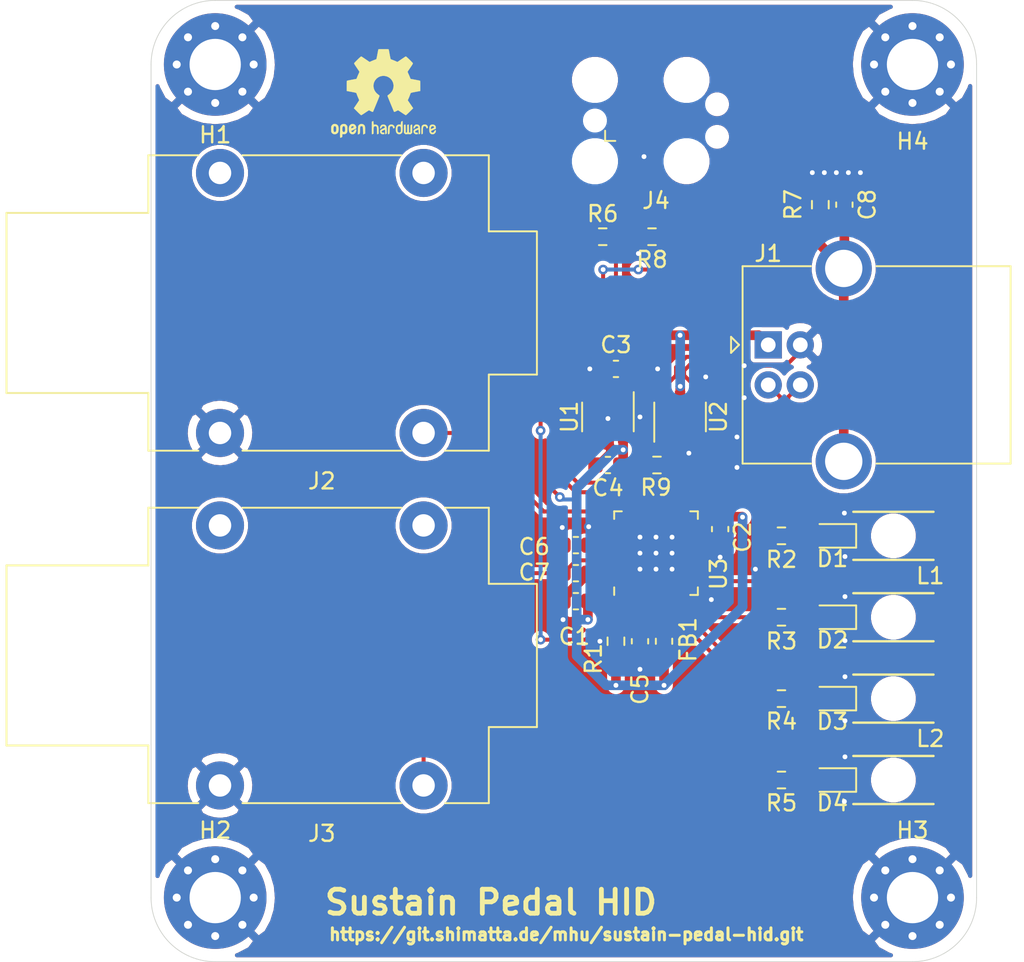
<source format=kicad_pcb>
(kicad_pcb (version 20171130) (host pcbnew 5.1.10)

  (general
    (thickness 1.6)
    (drawings 11)
    (tracks 347)
    (zones 0)
    (modules 37)
    (nets 23)
  )

  (page A4)
  (layers
    (0 F.Cu signal)
    (31 B.Cu signal)
    (32 B.Adhes user)
    (33 F.Adhes user)
    (34 B.Paste user)
    (35 F.Paste user)
    (36 B.SilkS user)
    (37 F.SilkS user)
    (38 B.Mask user)
    (39 F.Mask user)
    (40 Dwgs.User user)
    (41 Cmts.User user)
    (42 Eco1.User user)
    (43 Eco2.User user)
    (44 Edge.Cuts user)
    (45 Margin user)
    (46 B.CrtYd user)
    (47 F.CrtYd user)
    (48 B.Fab user hide)
    (49 F.Fab user hide)
  )

  (setup
    (last_trace_width 0.25)
    (user_trace_width 0.3)
    (user_trace_width 0.6)
    (trace_clearance 0.2)
    (zone_clearance 0.25)
    (zone_45_only no)
    (trace_min 0.2)
    (via_size 0.6)
    (via_drill 0.3)
    (via_min_size 0.4)
    (via_min_drill 0.3)
    (uvia_size 0.3)
    (uvia_drill 0.1)
    (uvias_allowed no)
    (uvia_min_size 0.2)
    (uvia_min_drill 0.1)
    (edge_width 0.05)
    (segment_width 0.2)
    (pcb_text_width 0.3)
    (pcb_text_size 1.5 1.5)
    (mod_edge_width 0.12)
    (mod_text_size 1 1)
    (mod_text_width 0.15)
    (pad_size 0.7874 0.7874)
    (pad_drill 0)
    (pad_to_mask_clearance 0)
    (aux_axis_origin 0 0)
    (visible_elements FFFFFF7F)
    (pcbplotparams
      (layerselection 0x010fc_ffffffff)
      (usegerberextensions false)
      (usegerberattributes true)
      (usegerberadvancedattributes true)
      (creategerberjobfile true)
      (excludeedgelayer true)
      (linewidth 0.100000)
      (plotframeref false)
      (viasonmask false)
      (mode 1)
      (useauxorigin false)
      (hpglpennumber 1)
      (hpglpenspeed 20)
      (hpglpendiameter 15.000000)
      (psnegative false)
      (psa4output false)
      (plotreference true)
      (plotvalue true)
      (plotinvisibletext false)
      (padsonsilk false)
      (subtractmaskfromsilk false)
      (outputformat 1)
      (mirror false)
      (drillshape 1)
      (scaleselection 1)
      (outputdirectory ""))
  )

  (net 0 "")
  (net 1 +3V3)
  (net 2 GND)
  (net 3 +5V)
  (net 4 "Net-(C5-Pad2)")
  (net 5 /PEDAL1)
  (net 6 /PEDAL2)
  (net 7 Earth)
  (net 8 "Net-(D1-Pad2)")
  (net 9 "Net-(D2-Pad2)")
  (net 10 "Net-(D3-Pad2)")
  (net 11 "Net-(D4-Pad2)")
  (net 12 /~RST)
  (net 13 /SWCLK)
  (net 14 /SWDIO)
  (net 15 "Net-(R2-Pad1)")
  (net 16 "Net-(R3-Pad1)")
  (net 17 "Net-(R4-Pad1)")
  (net 18 "Net-(R5-Pad1)")
  (net 19 /USB_D+)
  (net 20 /USB_D-)
  (net 21 /D+)
  (net 22 /D-)

  (net_class Default "This is the default net class."
    (clearance 0.2)
    (trace_width 0.25)
    (via_dia 0.6)
    (via_drill 0.3)
    (uvia_dia 0.3)
    (uvia_drill 0.1)
    (diff_pair_width 0.25)
    (diff_pair_gap 0.25)
    (add_net +3V3)
    (add_net +5V)
    (add_net /D+)
    (add_net /D-)
    (add_net /PEDAL1)
    (add_net /PEDAL2)
    (add_net /SWCLK)
    (add_net /SWDIO)
    (add_net /USB_D+)
    (add_net /USB_D-)
    (add_net /~RST)
    (add_net Earth)
    (add_net GND)
    (add_net "Net-(C5-Pad2)")
    (add_net "Net-(D1-Pad2)")
    (add_net "Net-(D2-Pad2)")
    (add_net "Net-(D3-Pad2)")
    (add_net "Net-(D4-Pad2)")
    (add_net "Net-(J4-Pad5)")
    (add_net "Net-(J4-Pad6)")
    (add_net "Net-(J4-Pad7)")
    (add_net "Net-(J4-Pad8)")
    (add_net "Net-(J4-Pad9)")
    (add_net "Net-(R2-Pad1)")
    (add_net "Net-(R3-Pad1)")
    (add_net "Net-(R4-Pad1)")
    (add_net "Net-(R5-Pad1)")
    (add_net "Net-(U1-Pad4)")
    (add_net "Net-(U3-Pad10)")
    (add_net "Net-(U3-Pad11)")
    (add_net "Net-(U3-Pad12)")
    (add_net "Net-(U3-Pad13)")
    (add_net "Net-(U3-Pad14)")
    (add_net "Net-(U3-Pad15)")
    (add_net "Net-(U3-Pad16)")
    (add_net "Net-(U3-Pad18)")
    (add_net "Net-(U3-Pad19)")
    (add_net "Net-(U3-Pad2)")
    (add_net "Net-(U3-Pad20)")
    (add_net "Net-(U3-Pad25)")
    (add_net "Net-(U3-Pad26)")
    (add_net "Net-(U3-Pad27)")
    (add_net "Net-(U3-Pad28)")
    (add_net "Net-(U3-Pad3)")
    (add_net "Net-(U3-Pad32)")
  )

  (module Symbol:OSHW-Logo2_7.3x6mm_SilkScreen (layer F.Cu) (tedit 0) (tstamp 6090C8AE)
    (at 41.5 18.8)
    (descr "Open Source Hardware Symbol")
    (tags "Logo Symbol OSHW")
    (attr virtual)
    (fp_text reference REF** (at 0 0) (layer F.SilkS) hide
      (effects (font (size 1 1) (thickness 0.15)))
    )
    (fp_text value OSHW-Logo2_7.3x6mm_SilkScreen (at 0.75 0) (layer F.Fab) hide
      (effects (font (size 1 1) (thickness 0.15)))
    )
    (fp_poly (pts (xy -2.400256 1.919918) (xy -2.344799 1.947568) (xy -2.295852 1.99848) (xy -2.282371 2.017338)
      (xy -2.267686 2.042015) (xy -2.258158 2.068816) (xy -2.252707 2.104587) (xy -2.250253 2.156169)
      (xy -2.249714 2.224267) (xy -2.252148 2.317588) (xy -2.260606 2.387657) (xy -2.276826 2.439931)
      (xy -2.302546 2.479869) (xy -2.339503 2.512929) (xy -2.342218 2.514886) (xy -2.37864 2.534908)
      (xy -2.422498 2.544815) (xy -2.478276 2.547257) (xy -2.568952 2.547257) (xy -2.56899 2.635283)
      (xy -2.569834 2.684308) (xy -2.574976 2.713065) (xy -2.588413 2.730311) (xy -2.614142 2.744808)
      (xy -2.620321 2.747769) (xy -2.649236 2.761648) (xy -2.671624 2.770414) (xy -2.688271 2.771171)
      (xy -2.699964 2.761023) (xy -2.70749 2.737073) (xy -2.711634 2.696426) (xy -2.713185 2.636186)
      (xy -2.712929 2.553455) (xy -2.711651 2.445339) (xy -2.711252 2.413) (xy -2.709815 2.301524)
      (xy -2.708528 2.228603) (xy -2.569029 2.228603) (xy -2.568245 2.290499) (xy -2.56476 2.330997)
      (xy -2.556876 2.357708) (xy -2.542895 2.378244) (xy -2.533403 2.38826) (xy -2.494596 2.417567)
      (xy -2.460237 2.419952) (xy -2.424784 2.39575) (xy -2.423886 2.394857) (xy -2.409461 2.376153)
      (xy -2.400687 2.350732) (xy -2.396261 2.311584) (xy -2.394882 2.251697) (xy -2.394857 2.23843)
      (xy -2.398188 2.155901) (xy -2.409031 2.098691) (xy -2.42866 2.063766) (xy -2.45835 2.048094)
      (xy -2.475509 2.046514) (xy -2.516234 2.053926) (xy -2.544168 2.07833) (xy -2.560983 2.12298)
      (xy -2.56835 2.19113) (xy -2.569029 2.228603) (xy -2.708528 2.228603) (xy -2.708292 2.215245)
      (xy -2.706323 2.150333) (xy -2.70355 2.102958) (xy -2.699612 2.06929) (xy -2.694151 2.045498)
      (xy -2.686808 2.027753) (xy -2.677223 2.012224) (xy -2.673113 2.006381) (xy -2.618595 1.951185)
      (xy -2.549664 1.91989) (xy -2.469928 1.911165) (xy -2.400256 1.919918)) (layer F.SilkS) (width 0.01))
    (fp_poly (pts (xy -1.283907 1.92778) (xy -1.237328 1.954723) (xy -1.204943 1.981466) (xy -1.181258 2.009484)
      (xy -1.164941 2.043748) (xy -1.154661 2.089227) (xy -1.149086 2.150892) (xy -1.146884 2.233711)
      (xy -1.146629 2.293246) (xy -1.146629 2.512391) (xy -1.208314 2.540044) (xy -1.27 2.567697)
      (xy -1.277257 2.32767) (xy -1.280256 2.238028) (xy -1.283402 2.172962) (xy -1.287299 2.128026)
      (xy -1.292553 2.09877) (xy -1.299769 2.080748) (xy -1.30955 2.069511) (xy -1.312688 2.067079)
      (xy -1.360239 2.048083) (xy -1.408303 2.0556) (xy -1.436914 2.075543) (xy -1.448553 2.089675)
      (xy -1.456609 2.10822) (xy -1.461729 2.136334) (xy -1.464559 2.179173) (xy -1.465744 2.241895)
      (xy -1.465943 2.307261) (xy -1.465982 2.389268) (xy -1.467386 2.447316) (xy -1.472086 2.486465)
      (xy -1.482013 2.51178) (xy -1.499097 2.528323) (xy -1.525268 2.541156) (xy -1.560225 2.554491)
      (xy -1.598404 2.569007) (xy -1.593859 2.311389) (xy -1.592029 2.218519) (xy -1.589888 2.149889)
      (xy -1.586819 2.100711) (xy -1.582206 2.066198) (xy -1.575432 2.041562) (xy -1.565881 2.022016)
      (xy -1.554366 2.00477) (xy -1.49881 1.94968) (xy -1.43102 1.917822) (xy -1.357287 1.910191)
      (xy -1.283907 1.92778)) (layer F.SilkS) (width 0.01))
    (fp_poly (pts (xy -2.958885 1.921962) (xy -2.890855 1.957733) (xy -2.840649 2.015301) (xy -2.822815 2.052312)
      (xy -2.808937 2.107882) (xy -2.801833 2.178096) (xy -2.80116 2.254727) (xy -2.806573 2.329552)
      (xy -2.81773 2.394342) (xy -2.834286 2.440873) (xy -2.839374 2.448887) (xy -2.899645 2.508707)
      (xy -2.971231 2.544535) (xy -3.048908 2.55502) (xy -3.127452 2.53881) (xy -3.149311 2.529092)
      (xy -3.191878 2.499143) (xy -3.229237 2.459433) (xy -3.232768 2.454397) (xy -3.247119 2.430124)
      (xy -3.256606 2.404178) (xy -3.26221 2.370022) (xy -3.264914 2.321119) (xy -3.265701 2.250935)
      (xy -3.265714 2.2352) (xy -3.265678 2.230192) (xy -3.120571 2.230192) (xy -3.119727 2.29643)
      (xy -3.116404 2.340386) (xy -3.109417 2.368779) (xy -3.097584 2.388325) (xy -3.091543 2.394857)
      (xy -3.056814 2.41968) (xy -3.023097 2.418548) (xy -2.989005 2.397016) (xy -2.968671 2.374029)
      (xy -2.956629 2.340478) (xy -2.949866 2.287569) (xy -2.949402 2.281399) (xy -2.948248 2.185513)
      (xy -2.960312 2.114299) (xy -2.98543 2.068194) (xy -3.02344 2.047635) (xy -3.037008 2.046514)
      (xy -3.072636 2.052152) (xy -3.097006 2.071686) (xy -3.111907 2.109042) (xy -3.119125 2.16815)
      (xy -3.120571 2.230192) (xy -3.265678 2.230192) (xy -3.265174 2.160413) (xy -3.262904 2.108159)
      (xy -3.257932 2.071949) (xy -3.249287 2.045299) (xy -3.235995 2.021722) (xy -3.233057 2.017338)
      (xy -3.183687 1.958249) (xy -3.129891 1.923947) (xy -3.064398 1.910331) (xy -3.042158 1.909665)
      (xy -2.958885 1.921962)) (layer F.SilkS) (width 0.01))
    (fp_poly (pts (xy -1.831697 1.931239) (xy -1.774473 1.969735) (xy -1.730251 2.025335) (xy -1.703833 2.096086)
      (xy -1.69849 2.148162) (xy -1.699097 2.169893) (xy -1.704178 2.186531) (xy -1.718145 2.201437)
      (xy -1.745411 2.217973) (xy -1.790388 2.239498) (xy -1.857489 2.269374) (xy -1.857829 2.269524)
      (xy -1.919593 2.297813) (xy -1.970241 2.322933) (xy -2.004596 2.342179) (xy -2.017482 2.352848)
      (xy -2.017486 2.352934) (xy -2.006128 2.376166) (xy -1.979569 2.401774) (xy -1.949077 2.420221)
      (xy -1.93363 2.423886) (xy -1.891485 2.411212) (xy -1.855192 2.379471) (xy -1.837483 2.344572)
      (xy -1.820448 2.318845) (xy -1.787078 2.289546) (xy -1.747851 2.264235) (xy -1.713244 2.250471)
      (xy -1.706007 2.249714) (xy -1.697861 2.26216) (xy -1.69737 2.293972) (xy -1.703357 2.336866)
      (xy -1.714643 2.382558) (xy -1.73005 2.422761) (xy -1.730829 2.424322) (xy -1.777196 2.489062)
      (xy -1.837289 2.533097) (xy -1.905535 2.554711) (xy -1.976362 2.552185) (xy -2.044196 2.523804)
      (xy -2.047212 2.521808) (xy -2.100573 2.473448) (xy -2.13566 2.410352) (xy -2.155078 2.327387)
      (xy -2.157684 2.304078) (xy -2.162299 2.194055) (xy -2.156767 2.142748) (xy -2.017486 2.142748)
      (xy -2.015676 2.174753) (xy -2.005778 2.184093) (xy -1.981102 2.177105) (xy -1.942205 2.160587)
      (xy -1.898725 2.139881) (xy -1.897644 2.139333) (xy -1.860791 2.119949) (xy -1.846 2.107013)
      (xy -1.849647 2.093451) (xy -1.865005 2.075632) (xy -1.904077 2.049845) (xy -1.946154 2.04795)
      (xy -1.983897 2.066717) (xy -2.009966 2.102915) (xy -2.017486 2.142748) (xy -2.156767 2.142748)
      (xy -2.152806 2.106027) (xy -2.12845 2.036212) (xy -2.094544 1.987302) (xy -2.033347 1.937878)
      (xy -1.965937 1.913359) (xy -1.89712 1.911797) (xy -1.831697 1.931239)) (layer F.SilkS) (width 0.01))
    (fp_poly (pts (xy -0.624114 1.851289) (xy -0.619861 1.910613) (xy -0.614975 1.945572) (xy -0.608205 1.96082)
      (xy -0.598298 1.961015) (xy -0.595086 1.959195) (xy -0.552356 1.946015) (xy -0.496773 1.946785)
      (xy -0.440263 1.960333) (xy -0.404918 1.977861) (xy -0.368679 2.005861) (xy -0.342187 2.037549)
      (xy -0.324001 2.077813) (xy -0.312678 2.131543) (xy -0.306778 2.203626) (xy -0.304857 2.298951)
      (xy -0.304823 2.317237) (xy -0.3048 2.522646) (xy -0.350509 2.53858) (xy -0.382973 2.54942)
      (xy -0.400785 2.554468) (xy -0.401309 2.554514) (xy -0.403063 2.540828) (xy -0.404556 2.503076)
      (xy -0.405674 2.446224) (xy -0.406303 2.375234) (xy -0.4064 2.332073) (xy -0.406602 2.246973)
      (xy -0.407642 2.185981) (xy -0.410169 2.144177) (xy -0.414836 2.116642) (xy -0.422293 2.098456)
      (xy -0.433189 2.084698) (xy -0.439993 2.078073) (xy -0.486728 2.051375) (xy -0.537728 2.049375)
      (xy -0.583999 2.071955) (xy -0.592556 2.080107) (xy -0.605107 2.095436) (xy -0.613812 2.113618)
      (xy -0.619369 2.139909) (xy -0.622474 2.179562) (xy -0.623824 2.237832) (xy -0.624114 2.318173)
      (xy -0.624114 2.522646) (xy -0.669823 2.53858) (xy -0.702287 2.54942) (xy -0.720099 2.554468)
      (xy -0.720623 2.554514) (xy -0.721963 2.540623) (xy -0.723172 2.501439) (xy -0.724199 2.4407)
      (xy -0.724998 2.362141) (xy -0.725519 2.269498) (xy -0.725714 2.166509) (xy -0.725714 1.769342)
      (xy -0.678543 1.749444) (xy -0.631371 1.729547) (xy -0.624114 1.851289)) (layer F.SilkS) (width 0.01))
    (fp_poly (pts (xy 0.039744 1.950968) (xy 0.096616 1.972087) (xy 0.097267 1.972493) (xy 0.13244 1.99838)
      (xy 0.158407 2.028633) (xy 0.17667 2.068058) (xy 0.188732 2.121462) (xy 0.196096 2.193651)
      (xy 0.200264 2.289432) (xy 0.200629 2.303078) (xy 0.205876 2.508842) (xy 0.161716 2.531678)
      (xy 0.129763 2.54711) (xy 0.11047 2.554423) (xy 0.109578 2.554514) (xy 0.106239 2.541022)
      (xy 0.103587 2.504626) (xy 0.101956 2.451452) (xy 0.1016 2.408393) (xy 0.101592 2.338641)
      (xy 0.098403 2.294837) (xy 0.087288 2.273944) (xy 0.063501 2.272925) (xy 0.022296 2.288741)
      (xy -0.039914 2.317815) (xy -0.085659 2.341963) (xy -0.109187 2.362913) (xy -0.116104 2.385747)
      (xy -0.116114 2.386877) (xy -0.104701 2.426212) (xy -0.070908 2.447462) (xy -0.019191 2.450539)
      (xy 0.018061 2.450006) (xy 0.037703 2.460735) (xy 0.049952 2.486505) (xy 0.057002 2.519337)
      (xy 0.046842 2.537966) (xy 0.043017 2.540632) (xy 0.007001 2.55134) (xy -0.043434 2.552856)
      (xy -0.095374 2.545759) (xy -0.132178 2.532788) (xy -0.183062 2.489585) (xy -0.211986 2.429446)
      (xy -0.217714 2.382462) (xy -0.213343 2.340082) (xy -0.197525 2.305488) (xy -0.166203 2.274763)
      (xy -0.115322 2.24399) (xy -0.040824 2.209252) (xy -0.036286 2.207288) (xy 0.030821 2.176287)
      (xy 0.072232 2.150862) (xy 0.089981 2.128014) (xy 0.086107 2.104745) (xy 0.062643 2.078056)
      (xy 0.055627 2.071914) (xy 0.00863 2.0481) (xy -0.040067 2.049103) (xy -0.082478 2.072451)
      (xy -0.110616 2.115675) (xy -0.113231 2.12416) (xy -0.138692 2.165308) (xy -0.170999 2.185128)
      (xy -0.217714 2.20477) (xy -0.217714 2.15395) (xy -0.203504 2.080082) (xy -0.161325 2.012327)
      (xy -0.139376 1.989661) (xy -0.089483 1.960569) (xy -0.026033 1.9474) (xy 0.039744 1.950968)) (layer F.SilkS) (width 0.01))
    (fp_poly (pts (xy 0.529926 1.949755) (xy 0.595858 1.974084) (xy 0.649273 2.017117) (xy 0.670164 2.047409)
      (xy 0.692939 2.102994) (xy 0.692466 2.143186) (xy 0.668562 2.170217) (xy 0.659717 2.174813)
      (xy 0.62153 2.189144) (xy 0.602028 2.185472) (xy 0.595422 2.161407) (xy 0.595086 2.148114)
      (xy 0.582992 2.09921) (xy 0.551471 2.064999) (xy 0.507659 2.048476) (xy 0.458695 2.052634)
      (xy 0.418894 2.074227) (xy 0.40545 2.086544) (xy 0.395921 2.101487) (xy 0.389485 2.124075)
      (xy 0.385317 2.159328) (xy 0.382597 2.212266) (xy 0.380502 2.287907) (xy 0.37996 2.311857)
      (xy 0.377981 2.39379) (xy 0.375731 2.451455) (xy 0.372357 2.489608) (xy 0.367006 2.513004)
      (xy 0.358824 2.526398) (xy 0.346959 2.534545) (xy 0.339362 2.538144) (xy 0.307102 2.550452)
      (xy 0.288111 2.554514) (xy 0.281836 2.540948) (xy 0.278006 2.499934) (xy 0.2766 2.430999)
      (xy 0.277598 2.333669) (xy 0.277908 2.318657) (xy 0.280101 2.229859) (xy 0.282693 2.165019)
      (xy 0.286382 2.119067) (xy 0.291864 2.086935) (xy 0.299835 2.063553) (xy 0.310993 2.043852)
      (xy 0.31683 2.03541) (xy 0.350296 1.998057) (xy 0.387727 1.969003) (xy 0.392309 1.966467)
      (xy 0.459426 1.946443) (xy 0.529926 1.949755)) (layer F.SilkS) (width 0.01))
    (fp_poly (pts (xy 1.190117 2.065358) (xy 1.189933 2.173837) (xy 1.189219 2.257287) (xy 1.187675 2.319704)
      (xy 1.185001 2.365085) (xy 1.180894 2.397429) (xy 1.175055 2.420733) (xy 1.167182 2.438995)
      (xy 1.161221 2.449418) (xy 1.111855 2.505945) (xy 1.049264 2.541377) (xy 0.980013 2.55409)
      (xy 0.910668 2.542463) (xy 0.869375 2.521568) (xy 0.826025 2.485422) (xy 0.796481 2.441276)
      (xy 0.778655 2.383462) (xy 0.770463 2.306313) (xy 0.769302 2.249714) (xy 0.769458 2.245647)
      (xy 0.870857 2.245647) (xy 0.871476 2.31055) (xy 0.874314 2.353514) (xy 0.88084 2.381622)
      (xy 0.892523 2.401953) (xy 0.906483 2.417288) (xy 0.953365 2.44689) (xy 1.003701 2.449419)
      (xy 1.051276 2.424705) (xy 1.054979 2.421356) (xy 1.070783 2.403935) (xy 1.080693 2.383209)
      (xy 1.086058 2.352362) (xy 1.088228 2.304577) (xy 1.088571 2.251748) (xy 1.087827 2.185381)
      (xy 1.084748 2.141106) (xy 1.078061 2.112009) (xy 1.066496 2.091173) (xy 1.057013 2.080107)
      (xy 1.01296 2.052198) (xy 0.962224 2.048843) (xy 0.913796 2.070159) (xy 0.90445 2.078073)
      (xy 0.88854 2.095647) (xy 0.87861 2.116587) (xy 0.873278 2.147782) (xy 0.871163 2.196122)
      (xy 0.870857 2.245647) (xy 0.769458 2.245647) (xy 0.77281 2.158568) (xy 0.784726 2.090086)
      (xy 0.807135 2.0386) (xy 0.842124 1.998443) (xy 0.869375 1.977861) (xy 0.918907 1.955625)
      (xy 0.976316 1.945304) (xy 1.029682 1.948067) (xy 1.059543 1.959212) (xy 1.071261 1.962383)
      (xy 1.079037 1.950557) (xy 1.084465 1.918866) (xy 1.088571 1.870593) (xy 1.093067 1.816829)
      (xy 1.099313 1.784482) (xy 1.110676 1.765985) (xy 1.130528 1.75377) (xy 1.143 1.748362)
      (xy 1.190171 1.728601) (xy 1.190117 2.065358)) (layer F.SilkS) (width 0.01))
    (fp_poly (pts (xy 1.779833 1.958663) (xy 1.782048 1.99685) (xy 1.783784 2.054886) (xy 1.784899 2.12818)
      (xy 1.785257 2.205055) (xy 1.785257 2.465196) (xy 1.739326 2.511127) (xy 1.707675 2.539429)
      (xy 1.67989 2.550893) (xy 1.641915 2.550168) (xy 1.62684 2.548321) (xy 1.579726 2.542948)
      (xy 1.540756 2.539869) (xy 1.531257 2.539585) (xy 1.499233 2.541445) (xy 1.453432 2.546114)
      (xy 1.435674 2.548321) (xy 1.392057 2.551735) (xy 1.362745 2.54432) (xy 1.33368 2.521427)
      (xy 1.323188 2.511127) (xy 1.277257 2.465196) (xy 1.277257 1.978602) (xy 1.314226 1.961758)
      (xy 1.346059 1.949282) (xy 1.364683 1.944914) (xy 1.369458 1.958718) (xy 1.373921 1.997286)
      (xy 1.377775 2.056356) (xy 1.380722 2.131663) (xy 1.382143 2.195286) (xy 1.386114 2.445657)
      (xy 1.420759 2.450556) (xy 1.452268 2.447131) (xy 1.467708 2.436041) (xy 1.472023 2.415308)
      (xy 1.475708 2.371145) (xy 1.478469 2.309146) (xy 1.480012 2.234909) (xy 1.480235 2.196706)
      (xy 1.480457 1.976783) (xy 1.526166 1.960849) (xy 1.558518 1.950015) (xy 1.576115 1.944962)
      (xy 1.576623 1.944914) (xy 1.578388 1.958648) (xy 1.580329 1.99673) (xy 1.582282 2.054482)
      (xy 1.584084 2.127227) (xy 1.585343 2.195286) (xy 1.589314 2.445657) (xy 1.6764 2.445657)
      (xy 1.680396 2.21724) (xy 1.684392 1.988822) (xy 1.726847 1.966868) (xy 1.758192 1.951793)
      (xy 1.776744 1.944951) (xy 1.777279 1.944914) (xy 1.779833 1.958663)) (layer F.SilkS) (width 0.01))
    (fp_poly (pts (xy 2.144876 1.956335) (xy 2.186667 1.975344) (xy 2.219469 1.998378) (xy 2.243503 2.024133)
      (xy 2.260097 2.057358) (xy 2.270577 2.1028) (xy 2.276271 2.165207) (xy 2.278507 2.249327)
      (xy 2.278743 2.304721) (xy 2.278743 2.520826) (xy 2.241774 2.53767) (xy 2.212656 2.549981)
      (xy 2.198231 2.554514) (xy 2.195472 2.541025) (xy 2.193282 2.504653) (xy 2.191942 2.451542)
      (xy 2.191657 2.409372) (xy 2.190434 2.348447) (xy 2.187136 2.300115) (xy 2.182321 2.270518)
      (xy 2.178496 2.264229) (xy 2.152783 2.270652) (xy 2.112418 2.287125) (xy 2.065679 2.309458)
      (xy 2.020845 2.333457) (xy 1.986193 2.35493) (xy 1.970002 2.369685) (xy 1.969938 2.369845)
      (xy 1.97133 2.397152) (xy 1.983818 2.423219) (xy 2.005743 2.444392) (xy 2.037743 2.451474)
      (xy 2.065092 2.450649) (xy 2.103826 2.450042) (xy 2.124158 2.459116) (xy 2.136369 2.483092)
      (xy 2.137909 2.487613) (xy 2.143203 2.521806) (xy 2.129047 2.542568) (xy 2.092148 2.552462)
      (xy 2.052289 2.554292) (xy 1.980562 2.540727) (xy 1.943432 2.521355) (xy 1.897576 2.475845)
      (xy 1.873256 2.419983) (xy 1.871073 2.360957) (xy 1.891629 2.305953) (xy 1.922549 2.271486)
      (xy 1.95342 2.252189) (xy 2.001942 2.227759) (xy 2.058485 2.202985) (xy 2.06791 2.199199)
      (xy 2.130019 2.171791) (xy 2.165822 2.147634) (xy 2.177337 2.123619) (xy 2.16658 2.096635)
      (xy 2.148114 2.075543) (xy 2.104469 2.049572) (xy 2.056446 2.047624) (xy 2.012406 2.067637)
      (xy 1.980709 2.107551) (xy 1.976549 2.117848) (xy 1.952327 2.155724) (xy 1.916965 2.183842)
      (xy 1.872343 2.206917) (xy 1.872343 2.141485) (xy 1.874969 2.101506) (xy 1.88623 2.069997)
      (xy 1.911199 2.036378) (xy 1.935169 2.010484) (xy 1.972441 1.973817) (xy 2.001401 1.954121)
      (xy 2.032505 1.94622) (xy 2.067713 1.944914) (xy 2.144876 1.956335)) (layer F.SilkS) (width 0.01))
    (fp_poly (pts (xy 2.6526 1.958752) (xy 2.669948 1.966334) (xy 2.711356 1.999128) (xy 2.746765 2.046547)
      (xy 2.768664 2.097151) (xy 2.772229 2.122098) (xy 2.760279 2.156927) (xy 2.734067 2.175357)
      (xy 2.705964 2.186516) (xy 2.693095 2.188572) (xy 2.686829 2.173649) (xy 2.674456 2.141175)
      (xy 2.669028 2.126502) (xy 2.63859 2.075744) (xy 2.59452 2.050427) (xy 2.53801 2.051206)
      (xy 2.533825 2.052203) (xy 2.503655 2.066507) (xy 2.481476 2.094393) (xy 2.466327 2.139287)
      (xy 2.45725 2.204615) (xy 2.453286 2.293804) (xy 2.452914 2.341261) (xy 2.45273 2.416071)
      (xy 2.451522 2.467069) (xy 2.448309 2.499471) (xy 2.442109 2.518495) (xy 2.43194 2.529356)
      (xy 2.416819 2.537272) (xy 2.415946 2.53767) (xy 2.386828 2.549981) (xy 2.372403 2.554514)
      (xy 2.370186 2.540809) (xy 2.368289 2.502925) (xy 2.366847 2.445715) (xy 2.365998 2.374027)
      (xy 2.365829 2.321565) (xy 2.366692 2.220047) (xy 2.37007 2.143032) (xy 2.377142 2.086023)
      (xy 2.389088 2.044526) (xy 2.40709 2.014043) (xy 2.432327 1.99008) (xy 2.457247 1.973355)
      (xy 2.517171 1.951097) (xy 2.586911 1.946076) (xy 2.6526 1.958752)) (layer F.SilkS) (width 0.01))
    (fp_poly (pts (xy 3.153595 1.966966) (xy 3.211021 2.004497) (xy 3.238719 2.038096) (xy 3.260662 2.099064)
      (xy 3.262405 2.147308) (xy 3.258457 2.211816) (xy 3.109686 2.276934) (xy 3.037349 2.310202)
      (xy 2.990084 2.336964) (xy 2.965507 2.360144) (xy 2.961237 2.382667) (xy 2.974889 2.407455)
      (xy 2.989943 2.423886) (xy 3.033746 2.450235) (xy 3.081389 2.452081) (xy 3.125145 2.431546)
      (xy 3.157289 2.390752) (xy 3.163038 2.376347) (xy 3.190576 2.331356) (xy 3.222258 2.312182)
      (xy 3.265714 2.295779) (xy 3.265714 2.357966) (xy 3.261872 2.400283) (xy 3.246823 2.435969)
      (xy 3.21528 2.476943) (xy 3.210592 2.482267) (xy 3.175506 2.51872) (xy 3.145347 2.538283)
      (xy 3.107615 2.547283) (xy 3.076335 2.55023) (xy 3.020385 2.550965) (xy 2.980555 2.54166)
      (xy 2.955708 2.527846) (xy 2.916656 2.497467) (xy 2.889625 2.464613) (xy 2.872517 2.423294)
      (xy 2.863238 2.367521) (xy 2.859693 2.291305) (xy 2.85941 2.252622) (xy 2.860372 2.206247)
      (xy 2.948007 2.206247) (xy 2.949023 2.231126) (xy 2.951556 2.2352) (xy 2.968274 2.229665)
      (xy 3.004249 2.215017) (xy 3.052331 2.19419) (xy 3.062386 2.189714) (xy 3.123152 2.158814)
      (xy 3.156632 2.131657) (xy 3.16399 2.10622) (xy 3.146391 2.080481) (xy 3.131856 2.069109)
      (xy 3.07941 2.046364) (xy 3.030322 2.050122) (xy 2.989227 2.077884) (xy 2.960758 2.127152)
      (xy 2.951631 2.166257) (xy 2.948007 2.206247) (xy 2.860372 2.206247) (xy 2.861285 2.162249)
      (xy 2.868196 2.095384) (xy 2.881884 2.046695) (xy 2.904096 2.010849) (xy 2.936574 1.982513)
      (xy 2.950733 1.973355) (xy 3.015053 1.949507) (xy 3.085473 1.948006) (xy 3.153595 1.966966)) (layer F.SilkS) (width 0.01))
    (fp_poly (pts (xy 0.10391 -2.757652) (xy 0.182454 -2.757222) (xy 0.239298 -2.756058) (xy 0.278105 -2.753793)
      (xy 0.302538 -2.75006) (xy 0.316262 -2.744494) (xy 0.32294 -2.736727) (xy 0.326236 -2.726395)
      (xy 0.326556 -2.725057) (xy 0.331562 -2.700921) (xy 0.340829 -2.653299) (xy 0.353392 -2.587259)
      (xy 0.368287 -2.507872) (xy 0.384551 -2.420204) (xy 0.385119 -2.417125) (xy 0.40141 -2.331211)
      (xy 0.416652 -2.255304) (xy 0.429861 -2.193955) (xy 0.440054 -2.151718) (xy 0.446248 -2.133145)
      (xy 0.446543 -2.132816) (xy 0.464788 -2.123747) (xy 0.502405 -2.108633) (xy 0.551271 -2.090738)
      (xy 0.551543 -2.090642) (xy 0.613093 -2.067507) (xy 0.685657 -2.038035) (xy 0.754057 -2.008403)
      (xy 0.757294 -2.006938) (xy 0.868702 -1.956374) (xy 1.115399 -2.12484) (xy 1.191077 -2.176197)
      (xy 1.259631 -2.222111) (xy 1.317088 -2.25997) (xy 1.359476 -2.287163) (xy 1.382825 -2.301079)
      (xy 1.385042 -2.302111) (xy 1.40201 -2.297516) (xy 1.433701 -2.275345) (xy 1.481352 -2.234553)
      (xy 1.546198 -2.174095) (xy 1.612397 -2.109773) (xy 1.676214 -2.046388) (xy 1.733329 -1.988549)
      (xy 1.780305 -1.939825) (xy 1.813703 -1.90379) (xy 1.830085 -1.884016) (xy 1.830694 -1.882998)
      (xy 1.832505 -1.869428) (xy 1.825683 -1.847267) (xy 1.80854 -1.813522) (xy 1.779393 -1.7652)
      (xy 1.736555 -1.699308) (xy 1.679448 -1.614483) (xy 1.628766 -1.539823) (xy 1.583461 -1.47286)
      (xy 1.54615 -1.417484) (xy 1.519452 -1.37758) (xy 1.505985 -1.357038) (xy 1.505137 -1.355644)
      (xy 1.506781 -1.335962) (xy 1.519245 -1.297707) (xy 1.540048 -1.248111) (xy 1.547462 -1.232272)
      (xy 1.579814 -1.16171) (xy 1.614328 -1.081647) (xy 1.642365 -1.012371) (xy 1.662568 -0.960955)
      (xy 1.678615 -0.921881) (xy 1.687888 -0.901459) (xy 1.689041 -0.899886) (xy 1.706096 -0.897279)
      (xy 1.746298 -0.890137) (xy 1.804302 -0.879477) (xy 1.874763 -0.866315) (xy 1.952335 -0.851667)
      (xy 2.031672 -0.836551) (xy 2.107431 -0.821982) (xy 2.174264 -0.808978) (xy 2.226828 -0.798555)
      (xy 2.259776 -0.79173) (xy 2.267857 -0.789801) (xy 2.276205 -0.785038) (xy 2.282506 -0.774282)
      (xy 2.287045 -0.753902) (xy 2.290104 -0.720266) (xy 2.291967 -0.669745) (xy 2.292918 -0.598708)
      (xy 2.29324 -0.503524) (xy 2.293257 -0.464508) (xy 2.293257 -0.147201) (xy 2.217057 -0.132161)
      (xy 2.174663 -0.124005) (xy 2.1114 -0.112101) (xy 2.034962 -0.097884) (xy 1.953043 -0.08279)
      (xy 1.9304 -0.078645) (xy 1.854806 -0.063947) (xy 1.788953 -0.049495) (xy 1.738366 -0.036625)
      (xy 1.708574 -0.026678) (xy 1.703612 -0.023713) (xy 1.691426 -0.002717) (xy 1.673953 0.037967)
      (xy 1.654577 0.090322) (xy 1.650734 0.1016) (xy 1.625339 0.171523) (xy 1.593817 0.250418)
      (xy 1.562969 0.321266) (xy 1.562817 0.321595) (xy 1.511447 0.432733) (xy 1.680399 0.681253)
      (xy 1.849352 0.929772) (xy 1.632429 1.147058) (xy 1.566819 1.211726) (xy 1.506979 1.268733)
      (xy 1.456267 1.315033) (xy 1.418046 1.347584) (xy 1.395675 1.363343) (xy 1.392466 1.364343)
      (xy 1.373626 1.356469) (xy 1.33518 1.334578) (xy 1.28133 1.301267) (xy 1.216276 1.259131)
      (xy 1.14594 1.211943) (xy 1.074555 1.16381) (xy 1.010908 1.121928) (xy 0.959041 1.088871)
      (xy 0.922995 1.067218) (xy 0.906867 1.059543) (xy 0.887189 1.066037) (xy 0.849875 1.08315)
      (xy 0.802621 1.107326) (xy 0.797612 1.110013) (xy 0.733977 1.141927) (xy 0.690341 1.157579)
      (xy 0.663202 1.157745) (xy 0.649057 1.143204) (xy 0.648975 1.143) (xy 0.641905 1.125779)
      (xy 0.625042 1.084899) (xy 0.599695 1.023525) (xy 0.567171 0.944819) (xy 0.528778 0.851947)
      (xy 0.485822 0.748072) (xy 0.444222 0.647502) (xy 0.398504 0.536516) (xy 0.356526 0.433703)
      (xy 0.319548 0.342215) (xy 0.288827 0.265201) (xy 0.265622 0.205815) (xy 0.25119 0.167209)
      (xy 0.246743 0.1528) (xy 0.257896 0.136272) (xy 0.287069 0.10993) (xy 0.325971 0.080887)
      (xy 0.436757 -0.010961) (xy 0.523351 -0.116241) (xy 0.584716 -0.232734) (xy 0.619815 -0.358224)
      (xy 0.627608 -0.490493) (xy 0.621943 -0.551543) (xy 0.591078 -0.678205) (xy 0.53792 -0.790059)
      (xy 0.465767 -0.885999) (xy 0.377917 -0.964924) (xy 0.277665 -1.02573) (xy 0.16831 -1.067313)
      (xy 0.053147 -1.088572) (xy -0.064525 -1.088401) (xy -0.18141 -1.065699) (xy -0.294211 -1.019362)
      (xy -0.399631 -0.948287) (xy -0.443632 -0.908089) (xy -0.528021 -0.804871) (xy -0.586778 -0.692075)
      (xy -0.620296 -0.57299) (xy -0.628965 -0.450905) (xy -0.613177 -0.329107) (xy -0.573322 -0.210884)
      (xy -0.509793 -0.099525) (xy -0.422979 0.001684) (xy -0.325971 0.080887) (xy -0.285563 0.111162)
      (xy -0.257018 0.137219) (xy -0.246743 0.152825) (xy -0.252123 0.169843) (xy -0.267425 0.2105)
      (xy -0.291388 0.271642) (xy -0.322756 0.350119) (xy -0.360268 0.44278) (xy -0.402667 0.546472)
      (xy -0.444337 0.647526) (xy -0.49031 0.758607) (xy -0.532893 0.861541) (xy -0.570779 0.953165)
      (xy -0.60266 1.030316) (xy -0.627229 1.089831) (xy -0.64318 1.128544) (xy -0.64909 1.143)
      (xy -0.663052 1.157685) (xy -0.69006 1.157642) (xy -0.733587 1.142099) (xy -0.79711 1.110284)
      (xy -0.797612 1.110013) (xy -0.84544 1.085323) (xy -0.884103 1.067338) (xy -0.905905 1.059614)
      (xy -0.906867 1.059543) (xy -0.923279 1.067378) (xy -0.959513 1.089165) (xy -1.011526 1.122328)
      (xy -1.075275 1.164291) (xy -1.14594 1.211943) (xy -1.217884 1.260191) (xy -1.282726 1.302151)
      (xy -1.336265 1.335227) (xy -1.374303 1.356821) (xy -1.392467 1.364343) (xy -1.409192 1.354457)
      (xy -1.44282 1.326826) (xy -1.48999 1.284495) (xy -1.547342 1.230505) (xy -1.611516 1.167899)
      (xy -1.632503 1.146983) (xy -1.849501 0.929623) (xy -1.684332 0.68722) (xy -1.634136 0.612781)
      (xy -1.590081 0.545972) (xy -1.554638 0.490665) (xy -1.530281 0.450729) (xy -1.519478 0.430036)
      (xy -1.519162 0.428563) (xy -1.524857 0.409058) (xy -1.540174 0.369822) (xy -1.562463 0.31743)
      (xy -1.578107 0.282355) (xy -1.607359 0.215201) (xy -1.634906 0.147358) (xy -1.656263 0.090034)
      (xy -1.662065 0.072572) (xy -1.678548 0.025938) (xy -1.69466 -0.010095) (xy -1.70351 -0.023713)
      (xy -1.72304 -0.032048) (xy -1.765666 -0.043863) (xy -1.825855 -0.057819) (xy -1.898078 -0.072578)
      (xy -1.9304 -0.078645) (xy -2.012478 -0.093727) (xy -2.091205 -0.108331) (xy -2.158891 -0.12102)
      (xy -2.20784 -0.130358) (xy -2.217057 -0.132161) (xy -2.293257 -0.147201) (xy -2.293257 -0.464508)
      (xy -2.293086 -0.568846) (xy -2.292384 -0.647787) (xy -2.290866 -0.704962) (xy -2.288251 -0.744001)
      (xy -2.284254 -0.768535) (xy -2.278591 -0.782195) (xy -2.27098 -0.788611) (xy -2.267857 -0.789801)
      (xy -2.249022 -0.79402) (xy -2.207412 -0.802438) (xy -2.14837 -0.814039) (xy -2.077243 -0.827805)
      (xy -1.999375 -0.84272) (xy -1.920113 -0.857768) (xy -1.844802 -0.871931) (xy -1.778787 -0.884194)
      (xy -1.727413 -0.893539) (xy -1.696025 -0.89895) (xy -1.689041 -0.899886) (xy -1.682715 -0.912404)
      (xy -1.66871 -0.945754) (xy -1.649645 -0.993623) (xy -1.642366 -1.012371) (xy -1.613004 -1.084805)
      (xy -1.578429 -1.16483) (xy -1.547463 -1.232272) (xy -1.524677 -1.283841) (xy -1.509518 -1.326215)
      (xy -1.504458 -1.352166) (xy -1.505264 -1.355644) (xy -1.515959 -1.372064) (xy -1.54038 -1.408583)
      (xy -1.575905 -1.461313) (xy -1.619913 -1.526365) (xy -1.669783 -1.599849) (xy -1.679644 -1.614355)
      (xy -1.737508 -1.700296) (xy -1.780044 -1.765739) (xy -1.808946 -1.813696) (xy -1.82591 -1.84718)
      (xy -1.832633 -1.869205) (xy -1.83081 -1.882783) (xy -1.830764 -1.882869) (xy -1.816414 -1.900703)
      (xy -1.784677 -1.935183) (xy -1.73899 -1.982732) (xy -1.682796 -2.039778) (xy -1.619532 -2.102745)
      (xy -1.612398 -2.109773) (xy -1.53267 -2.18698) (xy -1.471143 -2.24367) (xy -1.426579 -2.28089)
      (xy -1.397743 -2.299685) (xy -1.385042 -2.302111) (xy -1.366506 -2.291529) (xy -1.328039 -2.267084)
      (xy -1.273614 -2.231388) (xy -1.207202 -2.187053) (xy -1.132775 -2.136689) (xy -1.115399 -2.12484)
      (xy -0.868703 -1.956374) (xy -0.757294 -2.006938) (xy -0.689543 -2.036405) (xy -0.616817 -2.066041)
      (xy -0.554297 -2.08967) (xy -0.551543 -2.090642) (xy -0.50264 -2.108543) (xy -0.464943 -2.12368)
      (xy -0.446575 -2.13279) (xy -0.446544 -2.132816) (xy -0.440715 -2.149283) (xy -0.430808 -2.189781)
      (xy -0.417805 -2.249758) (xy -0.402691 -2.32466) (xy -0.386448 -2.409936) (xy -0.385119 -2.417125)
      (xy -0.368825 -2.504986) (xy -0.353867 -2.58474) (xy -0.341209 -2.651319) (xy -0.331814 -2.699653)
      (xy -0.326646 -2.724675) (xy -0.326556 -2.725057) (xy -0.323411 -2.735701) (xy -0.317296 -2.743738)
      (xy -0.304547 -2.749533) (xy -0.2815 -2.753453) (xy -0.244491 -2.755865) (xy -0.189856 -2.757135)
      (xy -0.113933 -2.757629) (xy -0.013056 -2.757714) (xy 0 -2.757714) (xy 0.10391 -2.757652)) (layer F.SilkS) (width 0.01))
  )

  (module shimatta_artwork:shimatta_kanji_20mm_solder_mask (layer B.Cu) (tedit 0) (tstamp 6090BA61)
    (at 37.8 42.2 90)
    (fp_text reference G*** (at 0 0 90) (layer B.SilkS) hide
      (effects (font (size 1.524 1.524) (thickness 0.3)) (justify mirror))
    )
    (fp_text value LOGO (at 0.75 0 90) (layer B.SilkS) hide
      (effects (font (size 1.524 1.524) (thickness 0.3)) (justify mirror))
    )
    (fp_poly (pts (xy -3.948741 -2.077681) (xy -3.842571 -2.106575) (xy -3.745245 -2.159437) (xy -3.73239 -2.168381)
      (xy -3.676586 -2.208118) (xy -3.634238 -2.139597) (xy -3.599519 -2.096334) (xy -3.564972 -2.072617)
      (xy -3.556581 -2.071077) (xy -3.536411 -2.077165) (xy -3.521291 -2.098637) (xy -3.51037 -2.140308)
      (xy -3.502799 -2.206991) (xy -3.49773 -2.303499) (xy -3.494546 -2.422769) (xy -3.492947 -2.519225)
      (xy -3.493504 -2.583451) (xy -3.497349 -2.622281) (xy -3.505619 -2.642547) (xy -3.519446 -2.651084)
      (xy -3.532881 -2.653716) (xy -3.573956 -2.64517) (xy -3.587958 -2.624409) (xy -3.646019 -2.4834)
      (xy -3.713402 -2.367277) (xy -3.781292 -2.287532) (xy -3.873546 -2.221697) (xy -3.97294 -2.182951)
      (xy -4.073355 -2.169839) (xy -4.168668 -2.180907) (xy -4.252758 -2.214702) (xy -4.319504 -2.269769)
      (xy -4.362784 -2.344655) (xy -4.376615 -2.428933) (xy -4.365582 -2.497361) (xy -4.33035 -2.556287)
      (xy -4.267717 -2.607919) (xy -4.174483 -2.654462) (xy -4.047446 -2.698125) (xy -3.945975 -2.725816)
      (xy -3.85389 -2.75024) (xy -3.76859 -2.774776) (xy -3.701899 -2.795929) (xy -3.674447 -2.806076)
      (xy -3.567882 -2.870419) (xy -3.488399 -2.961286) (xy -3.438303 -3.074985) (xy -3.419896 -3.207823)
      (xy -3.41985 -3.214077) (xy -3.436648 -3.351761) (xy -3.486035 -3.470533) (xy -3.565609 -3.56705)
      (xy -3.67297 -3.637969) (xy -3.743839 -3.665108) (xy -3.837888 -3.683707) (xy -3.947419 -3.690817)
      (xy -4.056238 -3.686459) (xy -4.148147 -3.670652) (xy -4.167501 -3.664588) (xy -4.232348 -3.636065)
      (xy -4.30185 -3.59786) (xy -4.318672 -3.587181) (xy -4.39565 -3.53624) (xy -4.439863 -3.604494)
      (xy -4.48072 -3.653504) (xy -4.524176 -3.672151) (xy -4.537807 -3.672989) (xy -4.591538 -3.673231)
      (xy -4.591538 -3.048) (xy -4.544595 -3.048) (xy -4.518453 -3.052519) (xy -4.498508 -3.071374)
      (xy -4.479553 -3.112508) (xy -4.457089 -3.181544) (xy -4.400463 -3.312708) (xy -4.318273 -3.42679)
      (xy -4.217406 -3.515052) (xy -4.173966 -3.540862) (xy -4.086335 -3.57143) (xy -3.983094 -3.585212)
      (xy -3.878704 -3.58206) (xy -3.787626 -3.561828) (xy -3.751451 -3.545174) (xy -3.670291 -3.478418)
      (xy -3.61732 -3.394384) (xy -3.595281 -3.301169) (xy -3.606916 -3.206866) (xy -3.623386 -3.167162)
      (xy -3.647083 -3.129684) (xy -3.679122 -3.098577) (xy -3.725539 -3.070884) (xy -3.792369 -3.043648)
      (xy -3.885646 -3.013911) (xy -4.003738 -2.980792) (xy -4.141027 -2.941904) (xy -4.24642 -2.907553)
      (xy -4.326391 -2.874894) (xy -4.387417 -2.841084) (xy -4.435975 -2.803278) (xy -4.458411 -2.781135)
      (xy -4.517275 -2.699588) (xy -4.546855 -2.605673) (xy -4.552461 -2.526341) (xy -4.536364 -2.386709)
      (xy -4.489333 -2.270099) (xy -4.413262 -2.178332) (xy -4.310042 -2.11323) (xy -4.181568 -2.076613)
      (xy -4.077097 -2.068906) (xy -3.948741 -2.077681)) (layer B.Mask) (width 0.01))
    (fp_poly (pts (xy 1.281889 -2.625235) (xy 1.35408 -2.639007) (xy 1.418751 -2.666585) (xy 1.481804 -2.707759)
      (xy 1.490849 -2.715425) (xy 1.553308 -2.771207) (xy 1.563564 -3.129411) (xy 1.567715 -3.245141)
      (xy 1.572994 -3.348271) (xy 1.57893 -3.432072) (xy 1.585051 -3.489815) (xy 1.59052 -3.514271)
      (xy 1.621864 -3.532029) (xy 1.682841 -3.530784) (xy 1.732532 -3.52706) (xy 1.754343 -3.53598)
      (xy 1.758462 -3.554831) (xy 1.740226 -3.602654) (xy 1.689967 -3.640684) (xy 1.614362 -3.664558)
      (xy 1.584271 -3.668656) (xy 1.521456 -3.671511) (xy 1.480693 -3.661986) (xy 1.445805 -3.635793)
      (xy 1.440421 -3.630505) (xy 1.405182 -3.590236) (xy 1.384448 -3.557311) (xy 1.383959 -3.555952)
      (xy 1.369919 -3.545603) (xy 1.338585 -3.559455) (xy 1.298034 -3.588839) (xy 1.237128 -3.630119)
      (xy 1.174901 -3.662931) (xy 1.154739 -3.670815) (xy 1.067219 -3.688301) (xy 0.969072 -3.690589)
      (xy 0.877577 -3.678236) (xy 0.82469 -3.660184) (xy 0.744988 -3.605701) (xy 0.69927 -3.534893)
      (xy 0.683885 -3.441954) (xy 0.683846 -3.43619) (xy 0.686252 -3.401029) (xy 0.911215 -3.401029)
      (xy 0.915671 -3.46142) (xy 0.938699 -3.50419) (xy 0.96608 -3.530724) (xy 1.014251 -3.563687)
      (xy 1.064001 -3.572515) (xy 1.100877 -3.569299) (xy 1.16548 -3.552873) (xy 1.221927 -3.526276)
      (xy 1.228025 -3.522031) (xy 1.291206 -3.464621) (xy 1.331243 -3.399056) (xy 1.354073 -3.313462)
      (xy 1.361257 -3.255587) (xy 1.367045 -3.18541) (xy 1.366887 -3.146315) (xy 1.359234 -3.130556)
      (xy 1.342538 -3.130386) (xy 1.336539 -3.131936) (xy 1.296977 -3.141887) (xy 1.235589 -3.156274)
      (xy 1.191846 -3.166146) (xy 1.073844 -3.199818) (xy 0.990757 -3.242205) (xy 0.938825 -3.296458)
      (xy 0.914285 -3.365723) (xy 0.911215 -3.401029) (xy 0.686252 -3.401029) (xy 0.688232 -3.372117)
      (xy 0.706532 -3.323776) (xy 0.746465 -3.27193) (xy 0.752394 -3.265315) (xy 0.812501 -3.210537)
      (xy 0.889162 -3.163405) (xy 0.987601 -3.121827) (xy 1.113046 -3.083712) (xy 1.270722 -3.046968)
      (xy 1.326119 -3.035696) (xy 1.352917 -3.027456) (xy 1.364665 -3.00962) (xy 1.364603 -2.971489)
      (xy 1.35919 -2.926418) (xy 1.348005 -2.861639) (xy 1.334451 -2.809178) (xy 1.327644 -2.792185)
      (xy 1.289845 -2.757473) (xy 1.22536 -2.73215) (xy 1.146124 -2.719638) (xy 1.080054 -2.721162)
      (xy 1.001244 -2.738478) (xy 0.956495 -2.767989) (xy 0.947455 -2.80826) (xy 0.955478 -2.829513)
      (xy 0.975273 -2.895593) (xy 0.966716 -2.954334) (xy 0.936558 -2.99953) (xy 0.891551 -3.024976)
      (xy 0.838446 -3.024465) (xy 0.783995 -2.991793) (xy 0.781539 -2.989384) (xy 0.746802 -2.930557)
      (xy 0.744258 -2.86267) (xy 0.770445 -2.792651) (xy 0.821898 -2.727426) (xy 0.895153 -2.673923)
      (xy 0.951683 -2.649098) (xy 1.050558 -2.627276) (xy 1.167021 -2.619162) (xy 1.281889 -2.625235)) (layer B.Mask) (width 0.01))
    (fp_poly (pts (xy 2.134779 -2.216303) (xy 2.147307 -2.228949) (xy 2.155214 -2.256355) (xy 2.159977 -2.305421)
      (xy 2.163072 -2.383045) (xy 2.164525 -2.437423) (xy 2.170049 -2.657231) (xy 2.327076 -2.657231)
      (xy 2.404733 -2.6578) (xy 2.450924 -2.660989) (xy 2.47326 -2.669015) (xy 2.47935 -2.684097)
      (xy 2.477859 -2.701192) (xy 2.471647 -2.723494) (xy 2.455225 -2.737184) (xy 2.420203 -2.744904)
      (xy 2.358189 -2.749299) (xy 2.320193 -2.75086) (xy 2.16877 -2.756567) (xy 2.16877 -3.112859)
      (xy 2.169342 -3.245244) (xy 2.171343 -3.344145) (xy 2.175197 -3.415141) (xy 2.181328 -3.46381)
      (xy 2.19016 -3.495732) (xy 2.199185 -3.512575) (xy 2.243766 -3.548597) (xy 2.297876 -3.553845)
      (xy 2.352703 -3.532052) (xy 2.399437 -3.486951) (xy 2.429266 -3.422273) (xy 2.43109 -3.414346)
      (xy 2.443721 -3.353742) (xy 2.452449 -3.311769) (xy 2.471087 -3.273712) (xy 2.512304 -3.262927)
      (xy 2.513582 -3.262923) (xy 2.543027 -3.264893) (xy 2.556494 -3.277318) (xy 2.557615 -3.309964)
      (xy 2.551165 -3.363995) (xy 2.520761 -3.487567) (xy 2.465044 -3.582903) (xy 2.382053 -3.653097)
      (xy 2.36024 -3.665318) (xy 2.291732 -3.686001) (xy 2.208022 -3.691374) (xy 2.128819 -3.681235)
      (xy 2.092499 -3.668058) (xy 2.047491 -3.634999) (xy 2.004847 -3.589185) (xy 2.004576 -3.588822)
      (xy 1.990478 -3.567274) (xy 1.979874 -3.541935) (xy 1.97215 -3.506993) (xy 1.96669 -3.456633)
      (xy 1.962881 -3.385044) (xy 1.960108 -3.286412) (xy 1.957757 -3.154925) (xy 1.957592 -3.144322)
      (xy 1.951569 -2.754923) (xy 1.864785 -2.754923) (xy 1.810898 -2.752753) (xy 1.785539 -2.74247)
      (xy 1.778236 -2.718408) (xy 1.778 -2.707988) (xy 1.78917 -2.669501) (xy 1.828657 -2.643689)
      (xy 1.84066 -2.63921) (xy 1.916877 -2.59926) (xy 1.975812 -2.536169) (xy 2.020275 -2.445345)
      (xy 2.053082 -2.322197) (xy 2.060796 -2.279902) (xy 2.072651 -2.231189) (xy 2.090988 -2.211978)
      (xy 2.116152 -2.211517) (xy 2.134779 -2.216303)) (layer B.Mask) (width 0.01))
    (fp_poly (pts (xy 2.977889 -2.220577) (xy 2.989051 -2.233889) (xy 2.996212 -2.264192) (xy 3.000678 -2.318126)
      (xy 3.003756 -2.402331) (xy 3.004679 -2.437423) (xy 3.010203 -2.657231) (xy 3.165871 -2.657231)
      (xy 3.2432 -2.657756) (xy 3.289442 -2.661005) (xy 3.312586 -2.669483) (xy 3.320621 -2.685697)
      (xy 3.321539 -2.706077) (xy 3.319873 -2.730302) (xy 3.309561 -2.744808) (xy 3.282629 -2.752086)
      (xy 3.231105 -2.754626) (xy 3.165231 -2.754923) (xy 3.008923 -2.754923) (xy 3.008923 -3.116384)
      (xy 3.009198 -3.244484) (xy 3.0104 -3.339342) (xy 3.0131 -3.40679) (xy 3.017865 -3.452661)
      (xy 3.025266 -3.482788) (xy 3.035872 -3.503005) (xy 3.048 -3.516923) (xy 3.10635 -3.552186)
      (xy 3.168114 -3.552519) (xy 3.223333 -3.519711) (xy 3.251566 -3.480363) (xy 3.27189 -3.427198)
      (xy 3.288956 -3.360597) (xy 3.291638 -3.345961) (xy 3.303463 -3.293252) (xy 3.320872 -3.269071)
      (xy 3.351893 -3.262946) (xy 3.355285 -3.262923) (xy 3.38444 -3.265205) (xy 3.397578 -3.278679)
      (xy 3.398595 -3.313283) (xy 3.393567 -3.360604) (xy 3.365773 -3.486881) (xy 3.315386 -3.581707)
      (xy 3.241303 -3.646267) (xy 3.142419 -3.681748) (xy 3.088355 -3.688628) (xy 3.01614 -3.689982)
      (xy 2.964142 -3.679081) (xy 2.914397 -3.651992) (xy 2.911231 -3.64986) (xy 2.874127 -3.62076)
      (xy 2.845838 -3.586644) (xy 2.825182 -3.542043) (xy 2.810978 -3.481493) (xy 2.802044 -3.399525)
      (xy 2.797199 -3.290672) (xy 2.79526 -3.149469) (xy 2.795103 -3.112623) (xy 2.794 -2.75717)
      (xy 2.710962 -2.751162) (xy 2.655959 -2.743228) (xy 2.629795 -2.72651) (xy 2.623153 -2.706077)
      (xy 2.631409 -2.674445) (xy 2.668702 -2.64438) (xy 2.700291 -2.627923) (xy 2.771841 -2.584089)
      (xy 2.824234 -2.526111) (xy 2.863446 -2.445303) (xy 2.891324 -2.350359) (xy 2.91104 -2.278076)
      (xy 2.928744 -2.236994) (xy 2.948357 -2.219688) (xy 2.96142 -2.217615) (xy 2.977889 -2.220577)) (layer B.Mask) (width 0.01))
    (fp_poly (pts (xy 4.134035 -2.624029) (xy 4.182149 -2.635312) (xy 4.230186 -2.656367) (xy 4.238703 -2.660758)
      (xy 4.295999 -2.692909) (xy 4.338535 -2.725226) (xy 4.368629 -2.76404) (xy 4.388598 -2.815684)
      (xy 4.400759 -2.886491) (xy 4.407429 -2.982792) (xy 4.410925 -3.11092) (xy 4.411305 -3.13242)
      (xy 4.413773 -3.268998) (xy 4.416709 -3.371269) (xy 4.421345 -3.443996) (xy 4.428912 -3.491941)
      (xy 4.440642 -3.519868) (xy 4.457766 -3.532538) (xy 4.481517 -3.534714) (xy 4.513124 -3.531159)
      (xy 4.514366 -3.530992) (xy 4.574801 -3.528252) (xy 4.602733 -3.542499) (xy 4.601888 -3.576081)
      (xy 4.599004 -3.584267) (xy 4.565512 -3.623526) (xy 4.505057 -3.654325) (xy 4.429621 -3.671409)
      (xy 4.396191 -3.673231) (xy 4.330445 -3.665009) (xy 4.281674 -3.635069) (xy 4.268221 -3.621531)
      (xy 4.236391 -3.582692) (xy 4.220665 -3.554692) (xy 4.220308 -3.552152) (xy 4.206786 -3.551941)
      (xy 4.172559 -3.571718) (xy 4.151963 -3.586602) (xy 4.037525 -3.652649) (xy 3.913524 -3.687153)
      (xy 3.788526 -3.689048) (xy 3.6711 -3.657264) (xy 3.653241 -3.648807) (xy 3.575561 -3.590347)
      (xy 3.530853 -3.512415) (xy 3.52127 -3.419334) (xy 3.525138 -3.391337) (xy 3.525834 -3.389277)
      (xy 3.751385 -3.389277) (xy 3.765893 -3.476624) (xy 3.806381 -3.537453) (xy 3.868297 -3.569636)
      (xy 3.947088 -3.571042) (xy 4.038201 -3.539541) (xy 4.054231 -3.530961) (xy 4.131154 -3.469167)
      (xy 4.179087 -3.385009) (xy 4.199659 -3.275234) (xy 4.200739 -3.238127) (xy 4.20077 -3.125409)
      (xy 4.147039 -3.137413) (xy 4.005283 -3.173125) (xy 3.898886 -3.210039) (xy 3.824142 -3.250513)
      (xy 3.777351 -3.296903) (xy 3.75481 -3.351567) (xy 3.751385 -3.389277) (xy 3.525834 -3.389277)
      (xy 3.550482 -3.316353) (xy 3.598369 -3.251214) (xy 3.671884 -3.194174) (xy 3.77411 -3.143485)
      (xy 3.908131 -3.0974) (xy 4.077031 -3.054171) (xy 4.147039 -3.038956) (xy 4.182239 -3.02674)
      (xy 4.197497 -3.001436) (xy 4.20077 -2.951207) (xy 4.190307 -2.855209) (xy 4.157338 -2.787629)
      (xy 4.104887 -2.746089) (xy 4.026609 -2.722112) (xy 3.934077 -2.717321) (xy 3.847506 -2.732499)
      (xy 3.83837 -2.735741) (xy 3.801509 -2.756724) (xy 3.794777 -2.787791) (xy 3.798021 -2.804125)
      (xy 3.812669 -2.863271) (xy 3.821682 -2.899549) (xy 3.816621 -2.950785) (xy 3.783408 -2.996248)
      (xy 3.732546 -3.024438) (xy 3.703957 -3.028461) (xy 3.655872 -3.011601) (xy 3.611064 -2.969855)
      (xy 3.581322 -2.916476) (xy 3.575612 -2.884172) (xy 3.592791 -2.818384) (xy 3.638481 -2.750973)
      (xy 3.704233 -2.693009) (xy 3.735965 -2.674057) (xy 3.80207 -2.647582) (xy 3.883198 -2.631325)
      (xy 3.985846 -2.623066) (xy 4.072911 -2.620589) (xy 4.134035 -2.624029)) (layer B.Mask) (width 0.01))
    (fp_poly (pts (xy -2.91123 -2.430945) (xy -2.901461 -2.796672) (xy -2.842846 -2.734314) (xy -2.752705 -2.662809)
      (xy -2.653214 -2.624266) (xy -2.551077 -2.617008) (xy -2.453001 -2.63936) (xy -2.365692 -2.689645)
      (xy -2.295854 -2.76619) (xy -2.250195 -2.867316) (xy -2.246092 -2.883435) (xy -2.239748 -2.930158)
      (xy -2.234338 -3.006749) (xy -2.230311 -3.104) (xy -2.228116 -3.212704) (xy -2.22785 -3.257666)
      (xy -2.227868 -3.372491) (xy -2.22676 -3.454252) (xy -2.222159 -3.508944) (xy -2.211699 -3.542561)
      (xy -2.193012 -3.561095) (xy -2.163733 -3.570542) (xy -2.121493 -3.576895) (xy -2.100609 -3.579886)
      (xy -2.06566 -3.599604) (xy -2.055215 -3.619724) (xy -2.055683 -3.632977) (xy -2.066819 -3.642272)
      (xy -2.094286 -3.648299) (xy -2.143746 -3.651751) (xy -2.220862 -3.653318) (xy -2.331296 -3.653692)
      (xy -2.333413 -3.653692) (xy -2.444194 -3.653422) (xy -2.521787 -3.652075) (xy -2.57208 -3.648841)
      (xy -2.60096 -3.642913) (xy -2.614317 -3.633483) (xy -2.618036 -3.619742) (xy -2.618154 -3.614615)
      (xy -2.609948 -3.587056) (xy -2.578457 -3.576447) (xy -2.553677 -3.575538) (xy -2.5133 -3.573452)
      (xy -2.48406 -3.563589) (xy -2.464167 -3.540546) (xy -2.451834 -3.498918) (xy -2.445274 -3.433301)
      (xy -2.4427 -3.338291) (xy -2.442307 -3.238849) (xy -2.444045 -3.100024) (xy -2.45012 -2.994317)
      (xy -2.461822 -2.915887) (xy -2.480444 -2.858894) (xy -2.507278 -2.817497) (xy -2.542283 -2.786784)
      (xy -2.613761 -2.758645) (xy -2.692497 -2.763385) (xy -2.769991 -2.798125) (xy -2.837745 -2.859986)
      (xy -2.862384 -2.895227) (xy -2.87811 -2.926302) (xy -2.889459 -2.963869) (xy -2.897366 -3.015172)
      (xy -2.902763 -3.087453) (xy -2.906584 -3.187955) (xy -2.90819 -3.250861) (xy -2.910513 -3.370015)
      (xy -2.90986 -3.455655) (xy -2.904363 -3.513325) (xy -2.892152 -3.548574) (xy -2.871359 -3.566947)
      (xy -2.840114 -3.57399) (xy -2.798884 -3.575239) (xy -2.753791 -3.580646) (xy -2.736686 -3.600511)
      (xy -2.735384 -3.614615) (xy -2.737349 -3.629818) (xy -2.74717 -3.640467) (xy -2.770734 -3.647369)
      (xy -2.81393 -3.651332) (xy -2.882644 -3.653165) (xy -2.982766 -3.653676) (xy -3.020125 -3.653692)
      (xy -3.131152 -3.653332) (xy -3.208767 -3.65179) (xy -3.258634 -3.648375) (xy -3.286416 -3.642395)
      (xy -3.297774 -3.633159) (xy -3.298371 -3.619977) (xy -3.298323 -3.619724) (xy -3.275912 -3.589103)
      (xy -3.252929 -3.579886) (xy -3.200774 -3.570769) (xy -3.169862 -3.564573) (xy -3.125648 -3.555128)
      (xy -3.130786 -2.876603) (xy -3.135923 -2.198077) (xy -3.22873 -2.192122) (xy -3.2852 -2.186309)
      (xy -3.312659 -2.174677) (xy -3.321171 -2.151626) (xy -3.321538 -2.140481) (xy -3.318178 -2.112275)
      (xy -3.303776 -2.09318) (xy -3.271855 -2.081173) (xy -3.215934 -2.074236) (xy -3.129534 -2.070346)
      (xy -3.093615 -2.069396) (xy -2.921 -2.065219) (xy -2.91123 -2.430945)) (layer B.Mask) (width 0.01))
    (fp_poly (pts (xy -1.582615 -3.083342) (xy -1.58228 -3.233448) (xy -1.580547 -3.349095) (xy -1.576328 -3.434903)
      (xy -1.568531 -3.495488) (xy -1.556067 -3.535469) (xy -1.537846 -3.559462) (xy -1.512778 -3.572087)
      (xy -1.479772 -3.577961) (xy -1.465544 -3.579329) (xy -1.411112 -3.592934) (xy -1.390842 -3.6195)
      (xy -1.391255 -3.63262) (xy -1.401988 -3.641894) (xy -1.428615 -3.647979) (xy -1.476706 -3.651534)
      (xy -1.551833 -3.653217) (xy -1.659566 -3.653686) (xy -1.680307 -3.653692) (xy -1.793804 -3.653357)
      (xy -1.873798 -3.651914) (xy -1.92586 -3.648705) (xy -1.955563 -3.64307) (xy -1.968476 -3.634354)
      (xy -1.970172 -3.621896) (xy -1.969772 -3.6195) (xy -1.94684 -3.591502) (xy -1.89507 -3.579329)
      (xy -1.854041 -3.573348) (xy -1.823876 -3.56009) (xy -1.802917 -3.534231) (xy -1.789507 -3.490442)
      (xy -1.781989 -3.423396) (xy -1.778706 -3.327767) (xy -1.778 -3.203015) (xy -1.778767 -3.0925)
      (xy -1.780883 -2.991401) (xy -1.784064 -2.908196) (xy -1.788029 -2.851364) (xy -1.790211 -2.835519)
      (xy -1.800191 -2.798932) (xy -1.818621 -2.780954) (xy -1.85709 -2.775001) (xy -1.897673 -2.774461)
      (xy -1.954825 -2.772684) (xy -1.983001 -2.764085) (xy -1.992252 -2.743769) (xy -1.992923 -2.728057)
      (xy -1.985342 -2.69869) (xy -1.959152 -2.6783) (xy -1.909184 -2.665512) (xy -1.830268 -2.658951)
      (xy -1.726711 -2.657231) (xy -1.582615 -2.657231) (xy -1.582615 -3.083342)) (layer B.Mask) (width 0.01))
    (fp_poly (pts (xy 0.160595 -2.6382) (xy 0.251543 -2.690716) (xy 0.305155 -2.746376) (xy 0.361462 -2.82013)
      (xy 0.367629 -3.172955) (xy 0.370974 -3.300648) (xy 0.375998 -3.407347) (xy 0.382346 -3.488043)
      (xy 0.389663 -3.537727) (xy 0.394445 -3.550659) (xy 0.426962 -3.567806) (xy 0.477705 -3.575506)
      (xy 0.481085 -3.575538) (xy 0.527206 -3.580264) (xy 0.545304 -3.598525) (xy 0.547077 -3.614615)
      (xy 0.545112 -3.629818) (xy 0.535291 -3.640467) (xy 0.511727 -3.647369) (xy 0.468532 -3.651332)
      (xy 0.399817 -3.653165) (xy 0.299695 -3.653676) (xy 0.262337 -3.653692) (xy 0.15131 -3.653332)
      (xy 0.073694 -3.65179) (xy 0.023827 -3.648375) (xy -0.003954 -3.642395) (xy -0.015312 -3.633159)
      (xy -0.01591 -3.619977) (xy -0.015862 -3.619724) (xy 0.006549 -3.589103) (xy 0.029532 -3.579886)
      (xy 0.081349 -3.570807) (xy 0.113572 -3.564328) (xy 0.158759 -3.55464) (xy 0.152649 -3.205149)
      (xy 0.150261 -3.080141) (xy 0.147568 -2.98807) (xy 0.14375 -2.922802) (xy 0.137985 -2.8782)
      (xy 0.129454 -2.848129) (xy 0.117336 -2.826454) (xy 0.10081 -2.807038) (xy 0.099171 -2.80529)
      (xy 0.036578 -2.76357) (xy -0.03513 -2.754361) (xy -0.107809 -2.775113) (xy -0.173313 -2.82328)
      (xy -0.2235 -2.896312) (xy -0.228621 -2.907851) (xy -0.242194 -2.959545) (xy -0.253632 -3.038622)
      (xy -0.26248 -3.135114) (xy -0.268284 -3.239052) (xy -0.270591 -3.340469) (xy -0.268945 -3.429395)
      (xy -0.262895 -3.495863) (xy -0.256582 -3.521807) (xy -0.234312 -3.559407) (xy -0.198201 -3.573968)
      (xy -0.16656 -3.575538) (xy -0.119225 -3.579843) (xy -0.100025 -3.59668) (xy -0.097692 -3.614615)
      (xy -0.099721 -3.630078) (xy -0.109812 -3.640817) (xy -0.13397 -3.64769) (xy -0.178201 -3.651554)
      (xy -0.248509 -3.653267) (xy -0.350899 -3.653687) (xy -0.37123 -3.653692) (xy -0.479474 -3.653402)
      (xy -0.554647 -3.651961) (xy -0.602754 -3.648509) (xy -0.629802 -3.642191) (xy -0.641794 -3.632147)
      (xy -0.644737 -3.61752) (xy -0.644769 -3.614615) (xy -0.637027 -3.587576) (xy -0.60689 -3.57675)
      (xy -0.577072 -3.575538) (xy -0.518134 -3.565276) (xy -0.489149 -3.537746) (xy -0.480668 -3.501652)
      (xy -0.474584 -3.435556) (xy -0.470888 -3.348461) (xy -0.46957 -3.249366) (xy -0.470621 -3.147275)
      (xy -0.474029 -3.051188) (xy -0.479786 -2.970106) (xy -0.487881 -2.913031) (xy -0.489839 -2.905077)
      (xy -0.526769 -2.821499) (xy -0.581001 -2.770807) (xy -0.645739 -2.754923) (xy -0.735999 -2.772852)
      (xy -0.809609 -2.825537) (xy -0.857691 -2.897328) (xy -0.874128 -2.935653) (xy -0.885556 -2.976451)
      (xy -0.892851 -3.027644) (xy -0.896891 -3.097155) (xy -0.898551 -3.192908) (xy -0.898769 -3.268719)
      (xy -0.898957 -3.381092) (xy -0.897858 -3.460528) (xy -0.89298 -3.513147) (xy -0.881827 -3.545071)
      (xy -0.861906 -3.56242) (xy -0.830724 -3.571314) (xy -0.785786 -3.577876) (xy -0.771993 -3.579886)
      (xy -0.737045 -3.599604) (xy -0.726599 -3.619724) (xy -0.727068 -3.632977) (xy -0.738204 -3.642272)
      (xy -0.765671 -3.648299) (xy -0.815131 -3.651751) (xy -0.892246 -3.653318) (xy -1.002681 -3.653692)
      (xy -1.004798 -3.653692) (xy -1.115579 -3.653422) (xy -1.193172 -3.652075) (xy -1.243464 -3.648841)
      (xy -1.272345 -3.642913) (xy -1.285701 -3.633483) (xy -1.289421 -3.619742) (xy -1.289538 -3.614615)
      (xy -1.281558 -3.587305) (xy -1.250719 -3.576588) (xy -1.223546 -3.575538) (xy -1.171735 -3.568031)
      (xy -1.136293 -3.549836) (xy -1.135183 -3.548583) (xy -1.126419 -3.520919) (xy -1.120558 -3.461291)
      (xy -1.117515 -3.367712) (xy -1.117204 -3.238197) (xy -1.118137 -3.152929) (xy -1.123461 -2.784231)
      (xy -1.2065 -2.778222) (xy -1.259273 -2.771553) (xy -1.283456 -2.75743) (xy -1.289521 -2.729362)
      (xy -1.289538 -2.72677) (xy -1.283524 -2.697315) (xy -1.26157 -2.677357) (xy -1.217814 -2.665198)
      (xy -1.146392 -2.659141) (xy -1.050192 -2.657497) (xy -0.898769 -2.657231) (xy -0.898769 -2.796998)
      (xy -0.84595 -2.734227) (xy -0.763361 -2.663556) (xy -0.667196 -2.625176) (xy -0.56548 -2.618811)
      (xy -0.466237 -2.644187) (xy -0.377492 -2.701029) (xy -0.331335 -2.751852) (xy -0.288541 -2.809733)
      (xy -0.232075 -2.745421) (xy -0.144368 -2.670997) (xy -0.044757 -2.628328) (xy 0.059363 -2.6174)
      (xy 0.160595 -2.6382)) (layer B.Mask) (width 0.01))
    (fp_poly (pts (xy -1.604197 -2.140316) (xy -1.583691 -2.16207) (xy -1.554825 -2.222457) (xy -1.564969 -2.280657)
      (xy -1.606016 -2.329961) (xy -1.663091 -2.36061) (xy -1.720121 -2.352623) (xy -1.769119 -2.316196)
      (xy -1.807529 -2.267479) (xy -1.812513 -2.223649) (xy -1.784674 -2.172211) (xy -1.776582 -2.161635)
      (xy -1.722409 -2.118489) (xy -1.66201 -2.111389) (xy -1.604197 -2.140316)) (layer B.Mask) (width 0.01))
    (fp_poly (pts (xy -3.838788 3.688729) (xy -3.763989 3.677918) (xy -3.672419 3.662305) (xy -3.574363 3.643857)
      (xy -3.48011 3.624543) (xy -3.399947 3.60633) (xy -3.344161 3.591186) (xy -3.331315 3.58657)
      (xy -3.283233 3.56018) (xy -3.253133 3.532073) (xy -3.250693 3.527326) (xy -3.253676 3.486941)
      (xy -3.283652 3.446101) (xy -3.321955 3.42193) (xy -3.347355 3.402506) (xy -3.390898 3.360148)
      (xy -3.445625 3.301872) (xy -3.484542 3.258039) (xy -3.616047 3.106616) (xy -1.188916 3.106616)
      (xy -0.994443 3.287346) (xy -0.921758 3.354128) (xy -0.85857 3.410747) (xy -0.810709 3.452087)
      (xy -0.784001 3.473031) (xy -0.781309 3.474482) (xy -0.757945 3.465597) (xy -0.712937 3.435671)
      (xy -0.653194 3.390341) (xy -0.585627 3.335241) (xy -0.517146 3.276008) (xy -0.454661 3.218278)
      (xy -0.405081 3.167687) (xy -0.404892 3.167477) (xy -0.364427 3.117627) (xy -0.338018 3.075387)
      (xy -0.332154 3.05723) (xy -0.345696 3.029063) (xy -0.38818 3.008895) (xy -0.462393 2.996103)
      (xy -0.571123 2.990066) (xy -0.636272 2.989385) (xy -0.840154 2.989385) (xy -0.840154 2.637693)
      (xy -0.839955 2.512617) (xy -0.838973 2.421319) (xy -0.836633 2.358498) (xy -0.832357 2.318856)
      (xy -0.82557 2.297091) (xy -0.815693 2.287906) (xy -0.802152 2.286001) (xy -0.801892 2.286)
      (xy -0.773311 2.298192) (xy -0.722344 2.331537) (xy -0.655775 2.381192) (xy -0.580392 2.442311)
      (xy -0.566873 2.453762) (xy -0.370116 2.621524) (xy -0.20152 2.487954) (xy -0.101103 2.405863)
      (xy -0.030828 2.341836) (xy 0.011944 2.292668) (xy 0.029851 2.255153) (xy 0.025534 2.226085)
      (xy 0.020288 2.218518) (xy 0.006592 2.208305) (xy -0.018542 2.20062) (xy -0.060041 2.195127)
      (xy -0.122832 2.19149) (xy -0.211843 2.189373) (xy -0.332 2.18844) (xy -0.422469 2.188308)
      (xy -0.840154 2.188308) (xy -0.840154 1.593302) (xy -0.685062 1.747483) (xy -0.529971 1.901665)
      (xy -0.416892 1.825179) (xy -0.334867 1.765382) (xy -0.256268 1.70045) (xy -0.186709 1.635942)
      (xy -0.131801 1.577421) (xy -0.097158 1.530448) (xy -0.088391 1.500584) (xy -0.088624 1.499911)
      (xy -0.098691 1.482757) (xy -0.117225 1.469664) (xy -0.149019 1.460093) (xy -0.198863 1.453502)
      (xy -0.271551 1.449351) (xy -0.371876 1.4471) (xy -0.504628 1.446209) (xy -0.565638 1.446113)
      (xy -0.700559 1.445507) (xy -0.800136 1.443739) (xy -0.868095 1.440561) (xy -0.908159 1.435727)
      (xy -0.924051 1.428988) (xy -0.922215 1.4224) (xy -0.89994 1.378095) (xy -0.914959 1.330448)
      (xy -0.957384 1.289539) (xy -1.016 1.247801) (xy -1.016 0.840154) (xy -0.954763 0.840154)
      (xy -0.922588 0.845115) (xy -0.885404 0.862752) (xy -0.837186 0.897197) (xy -0.771906 0.952581)
      (xy -0.712938 1.005923) (xy -0.532349 1.171691) (xy -0.437136 1.100731) (xy -0.362212 1.041551)
      (xy -0.288135 0.97735) (xy -0.223006 0.915706) (xy -0.174925 0.864198) (xy -0.154843 0.836626)
      (xy -0.150378 0.797665) (xy -0.167511 0.773126) (xy -0.183248 0.762647) (xy -0.210018 0.754793)
      (xy -0.252898 0.749212) (xy -0.316961 0.745549) (xy -0.407281 0.743451) (xy -0.528932 0.742563)
      (xy -0.607088 0.742462) (xy -1.016 0.742462) (xy -1.016 0) (xy -0.777399 0)
      (xy -0.593867 0.168471) (xy -0.410335 0.336941) (xy -0.301582 0.271047) (xy -0.201402 0.206185)
      (xy -0.109722 0.139119) (xy -0.033314 0.075413) (xy 0.021051 0.020627) (xy 0.044043 -0.012866)
      (xy 0.055086 -0.042142) (xy 0.056136 -0.065393) (xy 0.043528 -0.083305) (xy 0.013598 -0.096568)
      (xy -0.037319 -0.10587) (xy -0.11289 -0.111899) (xy -0.216779 -0.115343) (xy -0.352651 -0.11689)
      (xy -0.511734 -0.117231) (xy -1.016 -0.117231) (xy -1.016 -0.933208) (xy -1.087506 -0.987749)
      (xy -1.185199 -1.046446) (xy -1.289837 -1.082616) (xy -1.390375 -1.093543) (xy -1.465384 -1.080594)
      (xy -1.489548 -1.069612) (xy -1.508164 -1.052924) (xy -1.52195 -1.025778) (xy -1.531624 -0.983425)
      (xy -1.537903 -0.921114) (xy -1.541504 -0.834094) (xy -1.543143 -0.717615) (xy -1.543538 -0.566926)
      (xy -1.543538 -0.117231) (xy -2.789505 -0.117231) (xy -2.82106 -0.069072) (xy -2.843686 -0.031355)
      (xy -2.852615 -0.010456) (xy -2.834363 -0.00634) (xy -2.784749 -0.002986) (xy -2.711487 -0.000754)
      (xy -2.627923 0) (xy -2.40323 0) (xy -2.40323 0.742462) (xy -1.914769 0.742462)
      (xy -1.914769 0) (xy -1.543538 0) (xy -1.543538 0.742462) (xy -1.914769 0.742462)
      (xy -2.40323 0.742462) (xy -2.40323 1.051715) (xy -2.139645 0.945934) (xy -2.033634 0.903981)
      (xy -1.954204 0.874855) (xy -1.891918 0.856232) (xy -1.837336 0.845789) (xy -1.781019 0.841205)
      (xy -1.713529 0.840155) (xy -1.709799 0.840154) (xy -1.543538 0.840154) (xy -1.543538 1.445846)
      (xy -3.269734 1.445846) (xy -3.22478 1.397994) (xy -3.193696 1.350921) (xy -3.198734 1.311521)
      (xy -3.241062 1.276826) (xy -3.279299 1.259217) (xy -3.347723 1.215489) (xy -3.4213 1.139132)
      (xy -3.495173 1.035289) (xy -3.50324 1.022193) (xy -3.50304 1.010874) (xy -3.482699 1.003292)
      (xy -3.43701 0.998804) (xy -3.360771 0.996771) (xy -3.294315 0.996462) (xy -3.069766 0.996462)
      (xy -2.950823 1.106582) (xy -2.895677 1.15606) (xy -2.852243 1.192072) (xy -2.827588 1.208869)
      (xy -2.824715 1.209159) (xy -2.775384 1.154537) (xy -2.715674 1.084446) (xy -2.65204 1.006947)
      (xy -2.590935 0.9301) (xy -2.538814 0.861967) (xy -2.50213 0.810608) (xy -2.490487 0.791713)
      (xy -2.452077 0.719495) (xy -2.542253 0.638171) (xy -2.598689 0.57774) (xy -2.65799 0.499338)
      (xy -2.704546 0.424704) (xy -2.842318 0.207282) (xy -3.014183 -0.00561) (xy -3.215158 -0.209415)
      (xy -3.44026 -0.399573) (xy -3.684505 -0.571526) (xy -3.942909 -0.720716) (xy -3.974162 -0.736637)
      (xy -4.088406 -0.791489) (xy -4.208145 -0.844587) (xy -4.327462 -0.893763) (xy -4.440437 -0.936849)
      (xy -4.541154 -0.971675) (xy -4.623693 -0.996074) (xy -4.682137 -1.007877) (xy -4.709202 -1.005963)
      (xy -4.726996 -0.984631) (xy -4.71758 -0.956615) (xy -4.678522 -0.919173) (xy -4.607392 -0.86956)
      (xy -4.56464 -0.842757) (xy -4.403132 -0.737602) (xy -4.233187 -0.616258) (xy -4.067544 -0.488347)
      (xy -3.91894 -0.36349) (xy -3.863308 -0.313004) (xy -3.787703 -0.240715) (xy -3.739805 -0.190202)
      (xy -3.71731 -0.15821) (xy -3.717915 -0.141484) (xy -3.738587 -0.136769) (xy -3.78107 -0.117287)
      (xy -3.820654 -0.058853) (xy -3.857328 0.038514) (xy -3.871525 0.089701) (xy -3.906815 0.207959)
      (xy -3.947742 0.313481) (xy -3.990003 0.395869) (xy -4.010335 0.425196) (xy -4.029312 0.433861)
      (xy -4.061027 0.420594) (xy -4.112434 0.382371) (xy -4.11651 0.379044) (xy -4.166128 0.339461)
      (xy -4.23756 0.283857) (xy -4.321297 0.219579) (xy -4.407831 0.15397) (xy -4.408814 0.15323)
      (xy -4.496386 0.088548) (xy -4.558755 0.045947) (xy -4.600856 0.02263) (xy -4.627622 0.015805)
      (xy -4.642198 0.021044) (xy -4.665668 0.047567) (xy -4.669692 0.058518) (xy -4.658211 0.07954)
      (xy -4.627685 0.122519) (xy -4.583988 0.179311) (xy -4.569226 0.197779) (xy -4.448299 0.358015)
      (xy -4.322846 0.542513) (xy -4.294865 0.58749) (xy -3.890508 0.58749) (xy -3.8356 0.575698)
      (xy -3.688792 0.528463) (xy -3.57184 0.456138) (xy -3.484484 0.358533) (xy -3.448301 0.292551)
      (xy -3.426045 0.245503) (xy -3.410989 0.217928) (xy -3.408245 0.214923) (xy -3.396203 0.230153)
      (xy -3.368988 0.270413) (xy -3.33208 0.327556) (xy -3.325327 0.338219) (xy -3.293209 0.392001)
      (xy -3.252585 0.464244) (xy -3.207346 0.547503) (xy -3.16138 0.634332) (xy -3.118577 0.717286)
      (xy -3.082827 0.788919) (xy -3.058019 0.841786) (xy -3.048042 0.86844) (xy -3.048 0.869107)
      (xy -3.066402 0.872598) (xy -3.117068 0.875439) (xy -3.193188 0.877413) (xy -3.287952 0.878303)
      (xy -3.336192 0.878288) (xy -3.624384 0.877345) (xy -3.757446 0.732417) (xy -3.890508 0.58749)
      (xy -4.294865 0.58749) (xy -4.200895 0.738532) (xy -4.090472 0.933328) (xy -4.023013 1.064846)
      (xy -3.97584 1.163558) (xy -3.934287 1.253751) (xy -3.901728 1.327848) (xy -3.881541 1.378276)
      (xy -3.877172 1.392116) (xy -3.864379 1.445846) (xy -4.158466 1.445846) (xy -4.271732 1.446123)
      (xy -4.352365 1.447527) (xy -4.406807 1.45092) (xy -4.4415 1.457166) (xy -4.462888 1.467125)
      (xy -4.477412 1.481661) (xy -4.482969 1.489271) (xy -4.505622 1.526694) (xy -4.513384 1.547886)
      (xy -4.494954 1.553092) (xy -4.444093 1.557529) (xy -4.367445 1.560864) (xy -4.271653 1.562764)
      (xy -4.210538 1.563077) (xy -3.907692 1.563077) (xy -3.907692 2.187546) (xy -3.968842 2.188308)
      (xy -3.399692 2.188308) (xy -3.399692 1.563077) (xy -3.048 1.563077) (xy -3.048 2.188308)
      (xy -2.559538 2.188308) (xy -2.559538 1.563077) (xy -2.207846 1.563077) (xy -2.207846 2.188308)
      (xy -1.699846 2.188308) (xy -1.699846 1.563077) (xy -1.348154 1.563077) (xy -1.348154 2.188308)
      (xy -1.699846 2.188308) (xy -2.207846 2.188308) (xy -2.559538 2.188308) (xy -3.048 2.188308)
      (xy -3.399692 2.188308) (xy -3.968842 2.188308) (xy -4.330287 2.192812) (xy -4.469152 2.194669)
      (xy -4.574135 2.196694) (xy -4.650431 2.199452) (xy -4.703234 2.203508) (xy -4.737736 2.209429)
      (xy -4.759132 2.217781) (xy -4.772614 2.229129) (xy -4.782055 2.242039) (xy -4.811228 2.286)
      (xy -3.907692 2.286) (xy -3.907692 2.836336) (xy -3.961423 2.79507) (xy -4.064957 2.719143)
      (xy -4.180423 2.640194) (xy -4.292172 2.568698) (xy -4.358004 2.529707) (xy -4.419838 2.496305)
      (xy -4.458074 2.481376) (xy -4.482205 2.482607) (xy -4.499373 2.495286) (xy -4.510649 2.512321)
      (xy -4.509243 2.534879) (xy -4.492101 2.569936) (xy -4.456172 2.624472) (xy -4.421402 2.673524)
      (xy -4.28025 2.887249) (xy -4.222753 2.989385) (xy -3.399692 2.989385) (xy -3.399692 2.286)
      (xy -3.048 2.286) (xy -3.048 2.989385) (xy -2.559538 2.989385) (xy -2.559538 2.286)
      (xy -2.207846 2.286) (xy -2.207846 2.989385) (xy -1.699846 2.989385) (xy -1.699846 2.286)
      (xy -1.348154 2.286) (xy -1.348154 2.989385) (xy -1.699846 2.989385) (xy -2.207846 2.989385)
      (xy -2.559538 2.989385) (xy -3.048 2.989385) (xy -3.399692 2.989385) (xy -4.222753 2.989385)
      (xy -4.152701 3.113822) (xy -4.044642 3.341792) (xy -3.961957 3.559708) (xy -3.955336 3.580423)
      (xy -3.929027 3.650578) (xy -3.904108 3.686149) (xy -3.886527 3.692769) (xy -3.838788 3.688729)) (layer B.Mask) (width 0.01))
    (fp_poly (pts (xy -8.900627 3.686148) (xy -8.842414 3.668288) (xy -8.764568 3.642197) (xy -8.675465 3.610881)
      (xy -8.583481 3.577349) (xy -8.496994 3.544605) (xy -8.42438 3.515659) (xy -8.374017 3.493516)
      (xy -8.369508 3.491277) (xy -8.277195 3.438216) (xy -8.22267 3.390903) (xy -8.205385 3.347504)
      (xy -8.224792 3.306186) (xy -8.280344 3.265118) (xy -8.298961 3.255113) (xy -8.337113 3.234353)
      (xy -8.366557 3.21267) (xy -8.391987 3.183218) (xy -8.418101 3.139156) (xy -8.449593 3.073639)
      (xy -8.491159 2.979825) (xy -8.496937 2.966591) (xy -8.548331 2.852563) (xy -8.610388 2.720528)
      (xy -8.675268 2.586898) (xy -8.734797 2.468728) (xy -8.867489 2.21184) (xy -8.771283 2.152035)
      (xy -8.705668 2.103264) (xy -8.677637 2.059887) (xy -8.68668 2.018576) (xy -8.732288 1.976008)
      (xy -8.743219 1.96868) (xy -8.811362 1.924539) (xy -8.811738 0.517769) (xy -8.812113 -0.889)
      (xy -8.875479 -0.932013) (xy -8.977934 -0.988548) (xy -9.088107 -1.027523) (xy -9.195323 -1.046531)
      (xy -9.288907 -1.043165) (xy -9.32473 -1.033329) (xy -9.378461 -1.012743) (xy -9.378461 1.510364)
      (xy -9.568961 1.326369) (xy -9.685083 1.216199) (xy -9.784302 1.126131) (xy -9.86423 1.058185)
      (xy -9.92248 1.014379) (xy -9.956663 0.99673) (xy -9.95935 0.996462) (xy -9.988083 1.009886)
      (xy -10.000622 1.022071) (xy -10.00528 1.043101) (xy -9.992716 1.079674) (xy -9.960495 1.137038)
      (xy -9.914008 1.208794) (xy -9.717402 1.5262) (xy -9.533424 1.87007) (xy -9.367953 2.228378)
      (xy -9.226866 2.589099) (xy -9.196588 2.676769) (xy -9.157165 2.800379) (xy -9.115688 2.941245)
      (xy -9.07447 3.09045) (xy -9.035823 3.239075) (xy -9.002058 3.3782) (xy -8.975488 3.498907)
      (xy -8.958423 3.592278) (xy -8.957301 3.599962) (xy -8.947157 3.653955) (xy -8.93604 3.687421)
      (xy -8.930828 3.692769) (xy -8.900627 3.686148)) (layer B.Mask) (width 0.01))
    (fp_poly (pts (xy 7.338145 3.474443) (xy 7.446892 3.440014) (xy 7.562991 3.388053) (xy 7.677402 3.323667)
      (xy 7.781082 3.251965) (xy 7.864989 3.178057) (xy 7.920082 3.10705) (xy 7.921507 3.104439)
      (xy 7.959244 3.03404) (xy 7.81893 2.730595) (xy 7.772867 2.630313) (xy 7.733158 2.542594)
      (xy 7.702487 2.473468) (xy 7.683536 2.428966) (xy 7.678616 2.415191) (xy 7.695962 2.405068)
      (xy 7.743645 2.406271) (xy 7.815129 2.417185) (xy 7.903879 2.436192) (xy 8.00336 2.461677)
      (xy 8.107037 2.492023) (xy 8.208376 2.525615) (xy 8.30084 2.560835) (xy 8.344716 2.579933)
      (xy 8.438434 2.621079) (xy 8.508671 2.645305) (xy 8.566225 2.654449) (xy 8.621897 2.650345)
      (xy 8.679355 2.636833) (xy 8.767704 2.597385) (xy 8.837863 2.537316) (xy 8.884673 2.464285)
      (xy 8.902974 2.385949) (xy 8.892236 2.320845) (xy 8.849581 2.26) (xy 8.770149 2.200807)
      (xy 8.656228 2.144019) (xy 8.510109 2.090391) (xy 8.334081 2.040674) (xy 8.130434 1.995624)
      (xy 7.901456 1.955991) (xy 7.699682 1.928463) (xy 7.496055 1.903717) (xy 7.064105 0.624589)
      (xy 6.991253 0.40925) (xy 6.921584 0.204081) (xy 6.856174 0.012201) (xy 6.796095 -0.163273)
      (xy 6.742424 -0.319225) (xy 6.696235 -0.452538) (xy 6.658603 -0.560093) (xy 6.630602 -0.638775)
      (xy 6.613307 -0.685467) (xy 6.608432 -0.696984) (xy 6.548196 -0.768353) (xy 6.468858 -0.809727)
      (xy 6.379028 -0.81866) (xy 6.287319 -0.792703) (xy 6.281659 -0.789834) (xy 6.183737 -0.719536)
      (xy 6.117645 -0.627018) (xy 6.082975 -0.511562) (xy 6.077082 -0.429846) (xy 6.088269 -0.329409)
      (xy 6.12395 -0.222844) (xy 6.186639 -0.104136) (xy 6.259078 0.005238) (xy 6.317058 0.092554)
      (xy 6.37418 0.190956) (xy 6.432946 0.305617) (xy 6.495859 0.44171) (xy 6.565422 0.604407)
      (xy 6.644137 0.798883) (xy 6.649058 0.811302) (xy 6.698576 0.937705) (xy 6.750645 1.072924)
      (xy 6.803388 1.211851) (xy 6.854927 1.349379) (xy 6.903383 1.480396) (xy 6.94688 1.599796)
      (xy 6.983539 1.702469) (xy 7.011482 1.783306) (xy 7.028831 1.837198) (xy 7.033846 1.858104)
      (xy 7.015345 1.865235) (xy 6.963909 1.870215) (xy 6.885638 1.872683) (xy 6.792451 1.87238)
      (xy 6.689343 1.871214) (xy 6.615634 1.872673) (xy 6.561671 1.878103) (xy 6.517798 1.888851)
      (xy 6.474359 1.906264) (xy 6.44321 1.921096) (xy 6.324196 1.997966) (xy 6.220716 2.100695)
      (xy 6.142416 2.218832) (xy 6.1184 2.273068) (xy 6.087796 2.371327) (xy 6.076374 2.446686)
      (xy 6.082596 2.496419) (xy 6.104926 2.5178) (xy 6.141826 2.508101) (xy 6.19176 2.464595)
      (xy 6.212598 2.440172) (xy 6.281896 2.36957) (xy 6.361104 2.322749) (xy 6.458762 2.296368)
      (xy 6.583409 2.287084) (xy 6.604 2.286959) (xy 6.716122 2.289109) (xy 6.828914 2.294912)
      (xy 6.935173 2.303596) (xy 7.027694 2.314386) (xy 7.099275 2.326512) (xy 7.142712 2.339199)
      (xy 7.151763 2.345725) (xy 7.1613 2.373411) (xy 7.176626 2.431585) (xy 7.196021 2.512388)
      (xy 7.217765 2.607958) (xy 7.240139 2.710436) (xy 7.261423 2.81196) (xy 7.279899 2.904671)
      (xy 7.293846 2.980708) (xy 7.301117 3.028483) (xy 7.305167 3.07497) (xy 7.300115 3.108973)
      (xy 7.280462 3.141407) (xy 7.240706 3.183187) (xy 7.206953 3.215357) (xy 7.150084 3.267171)
      (xy 7.09965 3.309796) (xy 7.066126 3.334399) (xy 7.06502 3.335032) (xy 7.038815 3.363839)
      (xy 7.044428 3.397789) (xy 7.075931 3.431923) (xy 7.127394 3.461282) (xy 7.192887 3.480906)
      (xy 7.245794 3.486229) (xy 7.338145 3.474443)) (layer B.Mask) (width 0.01))
    (fp_poly (pts (xy 7.808064 0.395873) (xy 7.820909 0.35155) (xy 7.81349 0.27581) (xy 7.803742 0.231615)
      (xy 7.785801 0.109096) (xy 7.79887 0.006839) (xy 7.843916 -0.079884) (xy 7.874635 -0.11486)
      (xy 7.967303 -0.181671) (xy 8.093926 -0.23155) (xy 8.253218 -0.264447) (xy 8.443892 -0.280312)
      (xy 8.664663 -0.279096) (xy 8.914245 -0.260749) (xy 9.19135 -0.225221) (xy 9.47304 -0.176639)
      (xy 9.611859 -0.155568) (xy 9.723564 -0.15229) (xy 9.816229 -0.167606) (xy 9.89793 -0.202316)
      (xy 9.929424 -0.22186) (xy 9.997696 -0.283212) (xy 10.032198 -0.356505) (xy 10.037036 -0.450516)
      (xy 10.036934 -0.451773) (xy 10.019551 -0.537125) (xy 9.981122 -0.60896) (xy 9.919239 -0.66821)
      (xy 9.831497 -0.71581) (xy 9.715488 -0.752696) (xy 9.568805 -0.779801) (xy 9.389042 -0.79806)
      (xy 9.173792 -0.808407) (xy 9.114693 -0.809856) (xy 8.994114 -0.811858) (xy 8.883467 -0.812804)
      (xy 8.790078 -0.812701) (xy 8.721276 -0.811557) (xy 8.684846 -0.809444) (xy 8.638883 -0.803365)
      (xy 8.56704 -0.794119) (xy 8.482217 -0.783361) (xy 8.450385 -0.779361) (xy 8.230894 -0.738915)
      (xy 8.04091 -0.676709) (xy 7.881353 -0.593495) (xy 7.753145 -0.490023) (xy 7.657211 -0.367045)
      (xy 7.59447 -0.225311) (xy 7.565847 -0.065574) (xy 7.565408 -0.058531) (xy 7.562448 0.025892)
      (xy 7.566924 0.087191) (xy 7.581292 0.141001) (xy 7.605759 0.198179) (xy 7.643881 0.268184)
      (xy 7.687847 0.332317) (xy 7.730734 0.381887) (xy 7.765619 0.408201) (xy 7.774706 0.410308)
      (xy 7.808064 0.395873)) (layer B.Mask) (width 0.01))
    (fp_poly (pts (xy -7.16573 3.644015) (xy -7.030481 3.628399) (xy -6.898306 3.608454) (xy -6.778602 3.585917)
      (xy -6.680766 3.562522) (xy -6.623226 3.543826) (xy -6.552282 3.503627) (xy -6.518969 3.457096)
      (xy -6.523039 3.407494) (xy -6.564241 3.35808) (xy -6.640956 3.312726) (xy -6.72123 3.276527)
      (xy -6.72123 1.953846) (xy -6.101652 1.953846) (xy -5.908326 2.177929) (xy -5.839612 2.256002)
      (xy -5.778657 2.322318) (xy -5.730438 2.371689) (xy -5.69993 2.398925) (xy -5.692898 2.402621)
      (xy -5.671923 2.389825) (xy -5.628642 2.354137) (xy -5.568405 2.300274) (xy -5.496558 2.232952)
      (xy -5.455081 2.19292) (xy -5.35528 2.092389) (xy -5.284164 2.012661) (xy -5.239564 1.950558)
      (xy -5.219311 1.902903) (xy -5.221236 1.866519) (xy -5.225852 1.857265) (xy -5.248293 1.85113)
      (xy -5.307629 1.846089) (xy -5.404272 1.842132) (xy -5.538636 1.839247) (xy -5.711135 1.837422)
      (xy -5.922182 1.836647) (xy -5.979922 1.836616) (xy -6.72123 1.836616) (xy -6.72123 -0.566615)
      (xy -6.259971 -0.566615) (xy -6.067574 -0.351692) (xy -5.999081 -0.276106) (xy -5.939554 -0.212155)
      (xy -5.893885 -0.164964) (xy -5.866969 -0.139654) (xy -5.862279 -0.136769) (xy -5.839937 -0.14918)
      (xy -5.795385 -0.182731) (xy -5.73498 -0.231894) (xy -5.665077 -0.291144) (xy -5.592032 -0.354955)
      (xy -5.522202 -0.417801) (xy -5.461942 -0.474155) (xy -5.417609 -0.518492) (xy -5.400017 -0.538674)
      (xy -5.367005 -0.588512) (xy -5.35926 -0.622387) (xy -5.366651 -0.641654) (xy -5.372793 -0.647595)
      (xy -5.384916 -0.652791) (xy -5.405554 -0.657303) (xy -5.437241 -0.661191) (xy -5.48251 -0.664515)
      (xy -5.543894 -0.667336) (xy -5.623926 -0.669713) (xy -5.725141 -0.671708) (xy -5.85007 -0.67338)
      (xy -6.001248 -0.67479) (xy -6.181207 -0.675998) (xy -6.392482 -0.677065) (xy -6.637605 -0.67805)
      (xy -6.919109 -0.679015) (xy -6.938394 -0.679077) (xy -7.220887 -0.67997) (xy -7.466876 -0.680669)
      (xy -7.678931 -0.681118) (xy -7.859624 -0.681261) (xy -8.011528 -0.681044) (xy -8.137214 -0.680411)
      (xy -8.239254 -0.679306) (xy -8.32022 -0.677674) (xy -8.382682 -0.67546) (xy -8.429214 -0.672608)
      (xy -8.462386 -0.669064) (xy -8.484771 -0.664771) (xy -8.49894 -0.659674) (xy -8.507465 -0.653718)
      (xy -8.512918 -0.646848) (xy -8.513997 -0.64515) (xy -8.533273 -0.606511) (xy -8.538307 -0.586419)
      (xy -8.518898 -0.580182) (xy -8.461154 -0.575092) (xy -8.365801 -0.571172) (xy -8.233566 -0.568445)
      (xy -8.065175 -0.566936) (xy -7.922846 -0.566615) (xy -7.307384 -0.566615) (xy -7.307384 1.836616)
      (xy -8.514275 1.836616) (xy -8.54583 1.884774) (xy -8.568455 1.922492) (xy -8.577384 1.94339)
      (xy -8.558611 1.94591) (xy -8.505349 1.948213) (xy -8.422187 1.950221) (xy -8.313714 1.951859)
      (xy -8.184518 1.953052) (xy -8.039187 1.953724) (xy -7.942384 1.953846) (xy -7.307384 1.953846)
      (xy -7.307384 3.657659) (xy -7.16573 3.644015)) (layer B.Mask) (width 0.01))
    (fp_poly (pts (xy 3.301209 1.629772) (xy 3.455957 1.617452) (xy 3.586106 1.595662) (xy 3.620461 1.586813)
      (xy 3.799648 1.524806) (xy 3.949231 1.448506) (xy 4.077466 1.353305) (xy 4.132385 1.301052)
      (xy 4.252335 1.152355) (xy 4.336366 0.989866) (xy 4.383796 0.816683) (xy 4.393941 0.635903)
      (xy 4.366121 0.450625) (xy 4.339226 0.361417) (xy 4.262261 0.200227) (xy 4.150017 0.051266)
      (xy 4.004678 -0.084345) (xy 3.828431 -0.205486) (xy 3.62346 -0.311038) (xy 3.39195 -0.399881)
      (xy 3.136087 -0.470894) (xy 2.858055 -0.522959) (xy 2.56004 -0.554955) (xy 2.54977 -0.555664)
      (xy 2.452095 -0.562584) (xy 2.352045 -0.570151) (xy 2.268301 -0.576945) (xy 2.254251 -0.578165)
      (xy 2.188341 -0.583117) (xy 2.151245 -0.581066) (xy 2.132887 -0.568837) (xy 2.123191 -0.543254)
      (xy 2.121415 -0.536295) (xy 2.114131 -0.495637) (xy 2.115569 -0.476534) (xy 2.13681 -0.470214)
      (xy 2.187543 -0.459437) (xy 2.258697 -0.446062) (xy 2.29725 -0.439298) (xy 2.600453 -0.375807)
      (xy 2.872729 -0.294923) (xy 3.113188 -0.197142) (xy 3.32094 -0.082957) (xy 3.495097 0.047136)
      (xy 3.634767 0.192644) (xy 3.739062 0.353072) (xy 3.745332 0.365489) (xy 3.799796 0.510355)
      (xy 3.824701 0.659415) (xy 3.821806 0.807143) (xy 3.792865 0.948013) (xy 3.739637 1.0765)
      (xy 3.663877 1.187078) (xy 3.567342 1.274223) (xy 3.451789 1.332407) (xy 3.436387 1.337282)
      (xy 3.329785 1.358) (xy 3.20153 1.366318) (xy 3.067026 1.362231) (xy 2.941678 1.345736)
      (xy 2.904282 1.337402) (xy 2.791716 1.300662) (xy 2.655402 1.242376) (xy 2.501756 1.165846)
      (xy 2.337192 1.074371) (xy 2.168124 0.971251) (xy 2.077079 0.911797) (xy 1.982701 0.849482)
      (xy 1.897066 0.794483) (xy 1.826482 0.750731) (xy 1.777255 0.722158) (xy 1.758369 0.713125)
      (xy 1.705349 0.713823) (xy 1.63319 0.738937) (xy 1.548908 0.783847) (xy 1.459517 0.843935)
      (xy 1.372034 0.914582) (xy 1.293475 0.991171) (xy 1.242341 1.052831) (xy 1.177176 1.155524)
      (xy 1.145756 1.240689) (xy 1.147669 1.309786) (xy 1.161677 1.339812) (xy 1.188745 1.371855)
      (xy 1.220071 1.383574) (xy 1.263202 1.374056) (xy 1.325686 1.342389) (xy 1.372393 1.314365)
      (xy 1.441864 1.275343) (xy 1.503115 1.252904) (xy 1.564969 1.2473) (xy 1.636248 1.25878)
      (xy 1.725773 1.287594) (xy 1.825982 1.32721) (xy 2.072117 1.421167) (xy 2.322841 1.502936)
      (xy 2.562838 1.567664) (xy 2.638504 1.584763) (xy 2.79051 1.610116) (xy 2.958372 1.626082)
      (xy 3.131976 1.632641) (xy 3.301209 1.629772)) (layer B.Mask) (width 0.01))
    (fp_poly (pts (xy 9.428791 1.753801) (xy 9.567761 1.731641) (xy 9.667206 1.700045) (xy 9.761697 1.645722)
      (xy 9.822989 1.576357) (xy 9.855813 1.486306) (xy 9.858368 1.471966) (xy 9.862124 1.413942)
      (xy 9.846144 1.369373) (xy 9.819335 1.333673) (xy 9.781378 1.29583) (xy 9.735384 1.267393)
      (xy 9.673178 1.245282) (xy 9.586585 1.22642) (xy 9.495693 1.211812) (xy 9.397389 1.192146)
      (xy 9.273374 1.159472) (xy 9.133481 1.117016) (xy 8.987545 1.068002) (xy 8.845399 1.015655)
      (xy 8.716878 0.963201) (xy 8.66136 0.938204) (xy 8.588402 0.904309) (xy 8.53008 0.87777)
      (xy 8.494468 0.862231) (xy 8.487445 0.859693) (xy 8.474447 0.874529) (xy 8.460842 0.897485)
      (xy 8.444687 0.930782) (xy 8.440616 0.943057) (xy 8.456761 0.954676) (xy 8.501708 0.982387)
      (xy 8.57022 1.023082) (xy 8.657065 1.073654) (xy 8.757007 1.130996) (xy 8.763 1.13441)
      (xy 8.863594 1.192303) (xy 8.951369 1.243987) (xy 9.021081 1.286279) (xy 9.067485 1.315993)
      (xy 9.085336 1.329944) (xy 9.085385 1.330186) (xy 9.067291 1.336709) (xy 9.018671 1.344245)
      (xy 8.948012 1.351635) (xy 8.900733 1.355366) (xy 8.814954 1.359677) (xy 8.732203 1.359467)
      (xy 8.645159 1.353943) (xy 8.546496 1.342311) (xy 8.428892 1.323781) (xy 8.285022 1.297558)
      (xy 8.181769 1.277551) (xy 8.087012 1.260086) (xy 8.005697 1.247289) (xy 7.945677 1.240239)
      (xy 7.914804 1.240013) (xy 7.913115 1.240669) (xy 7.898633 1.267289) (xy 7.893539 1.306485)
      (xy 7.896969 1.33375) (xy 7.911797 1.356509) (xy 7.94483 1.38016) (xy 8.002873 1.410101)
      (xy 8.054731 1.434343) (xy 8.259047 1.524345) (xy 8.450867 1.601035) (xy 8.623126 1.661725)
      (xy 8.754126 1.700075) (xy 8.923632 1.734862) (xy 9.098237 1.755411) (xy 9.269453 1.761724)
      (xy 9.428791 1.753801)) (layer B.Mask) (width 0.01))
  )

  (module proz_unknown:1271.1002 locked (layer F.Cu) (tedit 5FDF9E6E) (tstamp 608E5FFD)
    (at 73.31 59.12)
    (path /60917A37)
    (fp_text reference L2 (at 2.3 -0.04) (layer F.SilkS)
      (effects (font (size 1 1) (thickness 0.15)))
    )
    (fp_text value LightLine_x2 (at 0 -6.35) (layer F.Fab)
      (effects (font (size 1 1) (thickness 0.15)))
    )
    (fp_line (start -1.8 -1.34) (end -1.8 -3.74) (layer Dwgs.User) (width 0.12))
    (fp_line (start -6 -1.34) (end -1.8 -1.34) (layer Dwgs.User) (width 0.12))
    (fp_line (start -6 -3.74) (end -6 -1.34) (layer Dwgs.User) (width 0.12))
    (fp_line (start -1.8 -3.74) (end -6 -3.74) (layer Dwgs.User) (width 0.12))
    (fp_line (start -1.5 -1.04) (end -1.5 -4.04) (layer Dwgs.User) (width 0.12))
    (fp_line (start 1.5 -4.04) (end 1.5 -1.04) (layer Dwgs.User) (width 0.12))
    (fp_line (start -6.3 -4.04) (end -6.3 -1.04) (layer F.CrtYd) (width 0.12))
    (fp_line (start 8.1 -4.04) (end -6.3 -4.04) (layer F.CrtYd) (width 0.12))
    (fp_line (start 8.1 -1.04) (end 8.1 -4.04) (layer F.CrtYd) (width 0.12))
    (fp_line (start -6.3 -1.04) (end 8.1 -1.04) (layer F.CrtYd) (width 0.12))
    (fp_line (start -2.5 -4.04) (end 2.5 -4.04) (layer F.SilkS) (width 0.15))
    (fp_line (start -2.5 -1.04) (end 2.5 -1.04) (layer F.SilkS) (width 0.15))
    (fp_line (start -6 3.74) (end -1.8 3.74) (layer Dwgs.User) (width 0.12))
    (fp_line (start -6 1.34) (end -6 3.74) (layer Dwgs.User) (width 0.12))
    (fp_line (start -1.8 1.34) (end -6 1.34) (layer Dwgs.User) (width 0.12))
    (fp_line (start -1.5 4.04) (end -1.5 1.04) (layer Dwgs.User) (width 0.12))
    (fp_line (start 1.5 1.04) (end 1.5 4.04) (layer Dwgs.User) (width 0.12))
    (fp_line (start -2.5 4.04) (end 2.5 4.04) (layer F.SilkS) (width 0.15))
    (fp_line (start -6.3 1.04) (end -6.3 4.04) (layer F.CrtYd) (width 0.12))
    (fp_line (start 8.1 1.04) (end -6.3 1.04) (layer F.CrtYd) (width 0.12))
    (fp_line (start -6.3 4.04) (end 8.1 4.04) (layer F.CrtYd) (width 0.12))
    (fp_line (start -1.8 3.74) (end -1.8 1.34) (layer Dwgs.User) (width 0.12))
    (fp_line (start -2.5 1.04) (end 2.5 1.04) (layer F.SilkS) (width 0.15))
    (fp_line (start 8.1 4.04) (end 8.1 1.04) (layer F.CrtYd) (width 0.12))
    (pad "" np_thru_hole circle (at 0 2.54) (size 2.3 2.3) (drill 2.3) (layers *.Cu *.Mask))
    (pad "" np_thru_hole circle (at 0 -2.54) (size 2.3 2.3) (drill 2.3) (layers *.Cu *.Mask))
  )

  (module proz_unknown:1271.1002 locked (layer F.Cu) (tedit 5FDF9E6E) (tstamp 608E5FDF)
    (at 73.31 48.96)
    (path /6091566B)
    (fp_text reference L1 (at 2.3 -0.04) (layer F.SilkS)
      (effects (font (size 1 1) (thickness 0.15)))
    )
    (fp_text value LightLine_x2 (at 0 -6.35) (layer F.Fab)
      (effects (font (size 1 1) (thickness 0.15)))
    )
    (fp_line (start -1.8 -1.34) (end -1.8 -3.74) (layer Dwgs.User) (width 0.12))
    (fp_line (start -6 -1.34) (end -1.8 -1.34) (layer Dwgs.User) (width 0.12))
    (fp_line (start -6 -3.74) (end -6 -1.34) (layer Dwgs.User) (width 0.12))
    (fp_line (start -1.8 -3.74) (end -6 -3.74) (layer Dwgs.User) (width 0.12))
    (fp_line (start -1.5 -1.04) (end -1.5 -4.04) (layer Dwgs.User) (width 0.12))
    (fp_line (start 1.5 -4.04) (end 1.5 -1.04) (layer Dwgs.User) (width 0.12))
    (fp_line (start -6.3 -4.04) (end -6.3 -1.04) (layer F.CrtYd) (width 0.12))
    (fp_line (start 8.1 -4.04) (end -6.3 -4.04) (layer F.CrtYd) (width 0.12))
    (fp_line (start 8.1 -1.04) (end 8.1 -4.04) (layer F.CrtYd) (width 0.12))
    (fp_line (start -6.3 -1.04) (end 8.1 -1.04) (layer F.CrtYd) (width 0.12))
    (fp_line (start -2.5 -4.04) (end 2.5 -4.04) (layer F.SilkS) (width 0.15))
    (fp_line (start -2.5 -1.04) (end 2.5 -1.04) (layer F.SilkS) (width 0.15))
    (fp_line (start -6 3.74) (end -1.8 3.74) (layer Dwgs.User) (width 0.12))
    (fp_line (start -6 1.34) (end -6 3.74) (layer Dwgs.User) (width 0.12))
    (fp_line (start -1.8 1.34) (end -6 1.34) (layer Dwgs.User) (width 0.12))
    (fp_line (start -1.5 4.04) (end -1.5 1.04) (layer Dwgs.User) (width 0.12))
    (fp_line (start 1.5 1.04) (end 1.5 4.04) (layer Dwgs.User) (width 0.12))
    (fp_line (start -2.5 4.04) (end 2.5 4.04) (layer F.SilkS) (width 0.15))
    (fp_line (start -6.3 1.04) (end -6.3 4.04) (layer F.CrtYd) (width 0.12))
    (fp_line (start 8.1 1.04) (end -6.3 1.04) (layer F.CrtYd) (width 0.12))
    (fp_line (start -6.3 4.04) (end 8.1 4.04) (layer F.CrtYd) (width 0.12))
    (fp_line (start -1.8 3.74) (end -1.8 1.34) (layer Dwgs.User) (width 0.12))
    (fp_line (start -2.5 1.04) (end 2.5 1.04) (layer F.SilkS) (width 0.15))
    (fp_line (start 8.1 4.04) (end 8.1 1.04) (layer F.CrtYd) (width 0.12))
    (pad "" np_thru_hole circle (at 0 2.54) (size 2.3 2.3) (drill 2.3) (layers *.Cu *.Mask))
    (pad "" np_thru_hole circle (at 0 -2.54) (size 2.3 2.3) (drill 2.3) (layers *.Cu *.Mask))
  )

  (module MountingHole:MountingHole_3.2mm_M3_Pad_Via (layer F.Cu) (tedit 56DDBCCA) (tstamp 608E4C99)
    (at 74.5 17)
    (descr "Mounting Hole 3.2mm, M3")
    (tags "mounting hole 3.2mm m3")
    (path /608EFA14)
    (attr virtual)
    (fp_text reference H4 (at 0 4.8) (layer F.SilkS)
      (effects (font (size 1 1) (thickness 0.15)))
    )
    (fp_text value MountingHole_Pad (at 0 4.2) (layer F.Fab)
      (effects (font (size 1 1) (thickness 0.15)))
    )
    (fp_circle (center 0 0) (end 3.2 0) (layer Cmts.User) (width 0.15))
    (fp_circle (center 0 0) (end 3.45 0) (layer F.CrtYd) (width 0.05))
    (fp_text user %R (at 0.3 0) (layer F.Fab)
      (effects (font (size 1 1) (thickness 0.15)))
    )
    (pad 1 thru_hole circle (at 1.697056 -1.697056) (size 0.8 0.8) (drill 0.5) (layers *.Cu *.Mask)
      (net 2 GND))
    (pad 1 thru_hole circle (at 0 -2.4) (size 0.8 0.8) (drill 0.5) (layers *.Cu *.Mask)
      (net 2 GND))
    (pad 1 thru_hole circle (at -1.697056 -1.697056) (size 0.8 0.8) (drill 0.5) (layers *.Cu *.Mask)
      (net 2 GND))
    (pad 1 thru_hole circle (at -2.4 0) (size 0.8 0.8) (drill 0.5) (layers *.Cu *.Mask)
      (net 2 GND))
    (pad 1 thru_hole circle (at -1.697056 1.697056) (size 0.8 0.8) (drill 0.5) (layers *.Cu *.Mask)
      (net 2 GND))
    (pad 1 thru_hole circle (at 0 2.4) (size 0.8 0.8) (drill 0.5) (layers *.Cu *.Mask)
      (net 2 GND))
    (pad 1 thru_hole circle (at 1.697056 1.697056) (size 0.8 0.8) (drill 0.5) (layers *.Cu *.Mask)
      (net 2 GND))
    (pad 1 thru_hole circle (at 2.4 0) (size 0.8 0.8) (drill 0.5) (layers *.Cu *.Mask)
      (net 2 GND))
    (pad 1 thru_hole circle (at 0 0) (size 6.4 6.4) (drill 3.2) (layers *.Cu *.Mask)
      (net 2 GND))
  )

  (module MountingHole:MountingHole_3.2mm_M3_Pad_Via (layer F.Cu) (tedit 56DDBCCA) (tstamp 608E4C89)
    (at 74.5 69)
    (descr "Mounting Hole 3.2mm, M3")
    (tags "mounting hole 3.2mm m3")
    (path /608EF3C8)
    (attr virtual)
    (fp_text reference H3 (at 0 -4.2) (layer F.SilkS)
      (effects (font (size 1 1) (thickness 0.15)))
    )
    (fp_text value MountingHole_Pad (at 0 4.2) (layer F.Fab)
      (effects (font (size 1 1) (thickness 0.15)))
    )
    (fp_circle (center 0 0) (end 3.2 0) (layer Cmts.User) (width 0.15))
    (fp_circle (center 0 0) (end 3.45 0) (layer F.CrtYd) (width 0.05))
    (fp_text user %R (at 0.3 0) (layer F.Fab)
      (effects (font (size 1 1) (thickness 0.15)))
    )
    (pad 1 thru_hole circle (at 1.697056 -1.697056) (size 0.8 0.8) (drill 0.5) (layers *.Cu *.Mask)
      (net 2 GND))
    (pad 1 thru_hole circle (at 0 -2.4) (size 0.8 0.8) (drill 0.5) (layers *.Cu *.Mask)
      (net 2 GND))
    (pad 1 thru_hole circle (at -1.697056 -1.697056) (size 0.8 0.8) (drill 0.5) (layers *.Cu *.Mask)
      (net 2 GND))
    (pad 1 thru_hole circle (at -2.4 0) (size 0.8 0.8) (drill 0.5) (layers *.Cu *.Mask)
      (net 2 GND))
    (pad 1 thru_hole circle (at -1.697056 1.697056) (size 0.8 0.8) (drill 0.5) (layers *.Cu *.Mask)
      (net 2 GND))
    (pad 1 thru_hole circle (at 0 2.4) (size 0.8 0.8) (drill 0.5) (layers *.Cu *.Mask)
      (net 2 GND))
    (pad 1 thru_hole circle (at 1.697056 1.697056) (size 0.8 0.8) (drill 0.5) (layers *.Cu *.Mask)
      (net 2 GND))
    (pad 1 thru_hole circle (at 2.4 0) (size 0.8 0.8) (drill 0.5) (layers *.Cu *.Mask)
      (net 2 GND))
    (pad 1 thru_hole circle (at 0 0) (size 6.4 6.4) (drill 3.2) (layers *.Cu *.Mask)
      (net 2 GND))
  )

  (module MountingHole:MountingHole_3.2mm_M3_Pad_Via (layer F.Cu) (tedit 56DDBCCA) (tstamp 608E4C79)
    (at 31 69)
    (descr "Mounting Hole 3.2mm, M3")
    (tags "mounting hole 3.2mm m3")
    (path /608EE9BE)
    (attr virtual)
    (fp_text reference H2 (at 0 -4.2) (layer F.SilkS)
      (effects (font (size 1 1) (thickness 0.15)))
    )
    (fp_text value MountingHole_Pad (at 0 4.2) (layer F.Fab)
      (effects (font (size 1 1) (thickness 0.15)))
    )
    (fp_circle (center 0 0) (end 3.2 0) (layer Cmts.User) (width 0.15))
    (fp_circle (center 0 0) (end 3.45 0) (layer F.CrtYd) (width 0.05))
    (fp_text user %R (at 0.3 0) (layer F.Fab)
      (effects (font (size 1 1) (thickness 0.15)))
    )
    (pad 1 thru_hole circle (at 1.697056 -1.697056) (size 0.8 0.8) (drill 0.5) (layers *.Cu *.Mask)
      (net 2 GND))
    (pad 1 thru_hole circle (at 0 -2.4) (size 0.8 0.8) (drill 0.5) (layers *.Cu *.Mask)
      (net 2 GND))
    (pad 1 thru_hole circle (at -1.697056 -1.697056) (size 0.8 0.8) (drill 0.5) (layers *.Cu *.Mask)
      (net 2 GND))
    (pad 1 thru_hole circle (at -2.4 0) (size 0.8 0.8) (drill 0.5) (layers *.Cu *.Mask)
      (net 2 GND))
    (pad 1 thru_hole circle (at -1.697056 1.697056) (size 0.8 0.8) (drill 0.5) (layers *.Cu *.Mask)
      (net 2 GND))
    (pad 1 thru_hole circle (at 0 2.4) (size 0.8 0.8) (drill 0.5) (layers *.Cu *.Mask)
      (net 2 GND))
    (pad 1 thru_hole circle (at 1.697056 1.697056) (size 0.8 0.8) (drill 0.5) (layers *.Cu *.Mask)
      (net 2 GND))
    (pad 1 thru_hole circle (at 2.4 0) (size 0.8 0.8) (drill 0.5) (layers *.Cu *.Mask)
      (net 2 GND))
    (pad 1 thru_hole circle (at 0 0) (size 6.4 6.4) (drill 3.2) (layers *.Cu *.Mask)
      (net 2 GND))
  )

  (module MountingHole:MountingHole_3.2mm_M3_Pad_Via (layer F.Cu) (tedit 56DDBCCA) (tstamp 608E504C)
    (at 31 17)
    (descr "Mounting Hole 3.2mm, M3")
    (tags "mounting hole 3.2mm m3")
    (path /608EBE66)
    (attr virtual)
    (fp_text reference H1 (at 0 4.4) (layer F.SilkS)
      (effects (font (size 1 1) (thickness 0.15)))
    )
    (fp_text value MountingHole_Pad (at 0 4.2) (layer F.Fab)
      (effects (font (size 1 1) (thickness 0.15)))
    )
    (fp_circle (center 0 0) (end 3.2 0) (layer Cmts.User) (width 0.15))
    (fp_circle (center 0 0) (end 3.45 0) (layer F.CrtYd) (width 0.05))
    (fp_text user %R (at 0.3 0) (layer F.Fab)
      (effects (font (size 1 1) (thickness 0.15)))
    )
    (pad 1 thru_hole circle (at 1.697056 -1.697056) (size 0.8 0.8) (drill 0.5) (layers *.Cu *.Mask)
      (net 2 GND))
    (pad 1 thru_hole circle (at 0 -2.4) (size 0.8 0.8) (drill 0.5) (layers *.Cu *.Mask)
      (net 2 GND))
    (pad 1 thru_hole circle (at -1.697056 -1.697056) (size 0.8 0.8) (drill 0.5) (layers *.Cu *.Mask)
      (net 2 GND))
    (pad 1 thru_hole circle (at -2.4 0) (size 0.8 0.8) (drill 0.5) (layers *.Cu *.Mask)
      (net 2 GND))
    (pad 1 thru_hole circle (at -1.697056 1.697056) (size 0.8 0.8) (drill 0.5) (layers *.Cu *.Mask)
      (net 2 GND))
    (pad 1 thru_hole circle (at 0 2.4) (size 0.8 0.8) (drill 0.5) (layers *.Cu *.Mask)
      (net 2 GND))
    (pad 1 thru_hole circle (at 1.697056 1.697056) (size 0.8 0.8) (drill 0.5) (layers *.Cu *.Mask)
      (net 2 GND))
    (pad 1 thru_hole circle (at 2.4 0) (size 0.8 0.8) (drill 0.5) (layers *.Cu *.Mask)
      (net 2 GND))
    (pad 1 thru_hole circle (at 0 0) (size 6.4 6.4) (drill 3.2) (layers *.Cu *.Mask)
      (net 2 GND))
  )

  (module Connector_Audio:Jack_6.35mm_Neutrik_NMJ4HFD2_Horizontal locked (layer F.Cu) (tedit 5C194A94) (tstamp 608E34E0)
    (at 44 62 180)
    (descr "M Series, 6.35mm (1/4in) mono jack, switched, with full threaded nose and straight PCB pins, https://www.neutrik.com/en/product/nmj4hfd2")
    (tags "neutrik jack m")
    (path /60941036)
    (fp_text reference J3 (at 6.35 -3) (layer F.SilkS)
      (effects (font (size 1 1) (thickness 0.15)))
    )
    (fp_text value PEDAL2 (at 6.35 19) (layer F.Fab)
      (effects (font (size 1 1) (thickness 0.15)))
    )
    (fp_line (start -7.45 18.23) (end 26.4 18.23) (layer F.CrtYd) (width 0.05))
    (fp_line (start 26.4 18.23) (end 26.4 -2) (layer F.CrtYd) (width 0.05))
    (fp_line (start 26.4 -2) (end -7.45 -2) (layer F.CrtYd) (width 0.05))
    (fp_line (start -7.45 18.23) (end -7.45 -2) (layer F.CrtYd) (width 0.05))
    (fp_line (start 17.17 2.495) (end 26.02 2.495) (layer F.SilkS) (width 0.12))
    (fp_line (start 26.02 13.735) (end 26.02 2.495) (layer F.SilkS) (width 0.12))
    (fp_line (start 17.17 13.735) (end 26.02 13.735) (layer F.SilkS) (width 0.12))
    (fp_line (start -7.07 12.585) (end -4.07 12.585) (layer F.SilkS) (width 0.12))
    (fp_line (start 17.17 17.335) (end 17.17 13.735) (layer F.SilkS) (width 0.12))
    (fp_line (start 17.17 -1.105) (end 14.05 -1.105) (layer F.SilkS) (width 0.12))
    (fp_line (start 17.17 17.335) (end 14.05 17.335) (layer F.SilkS) (width 0.12))
    (fp_line (start -1.35 17.335) (end -4.07 17.335) (layer F.SilkS) (width 0.12))
    (fp_line (start 11.3 17.335) (end 1.4 17.335) (layer F.SilkS) (width 0.12))
    (fp_line (start 1.4 -1.105) (end 11.3 -1.105) (layer F.SilkS) (width 0.12))
    (fp_line (start -4.07 -1.105) (end -1.35 -1.105) (layer F.SilkS) (width 0.12))
    (fp_line (start -4.07 17.335) (end -4.07 12.585) (layer F.SilkS) (width 0.12))
    (fp_line (start 17.05 17.215) (end -3.95 17.215) (layer F.Fab) (width 0.1))
    (fp_line (start 17.05 17.215) (end 17.05 -0.985) (layer F.Fab) (width 0.1))
    (fp_line (start 17.05 -0.985) (end -3.95 -0.985) (layer F.Fab) (width 0.1))
    (fp_line (start -6.95 12.465) (end -6.95 3.765) (layer F.Fab) (width 0.1))
    (fp_line (start -3.95 17.215) (end -3.95 -0.985) (layer F.Fab) (width 0.1))
    (fp_line (start 25.9 13.615) (end 25.9 2.615) (layer F.Fab) (width 0.1))
    (fp_line (start 25.9 13.615) (end 17.05 13.615) (layer F.Fab) (width 0.1))
    (fp_line (start 25.9 2.615) (end 17.05 2.615) (layer F.Fab) (width 0.1))
    (fp_line (start -6.95 12.465) (end -3.95 12.465) (layer F.Fab) (width 0.1))
    (fp_line (start -6.95 3.765) (end -3.95 3.765) (layer F.Fab) (width 0.1))
    (fp_line (start -7.07 12.545) (end -7.07 3.645) (layer F.SilkS) (width 0.12))
    (fp_line (start -7.07 3.645) (end -4.07 3.645) (layer F.SilkS) (width 0.12))
    (fp_line (start -4.07 3.645) (end -4.07 -1.105) (layer F.SilkS) (width 0.12))
    (fp_line (start 17.17 2.495) (end 17.17 -1.105) (layer F.SilkS) (width 0.12))
    (fp_text user %R (at 6.35 8.115) (layer F.Fab)
      (effects (font (size 1 1) (thickness 0.15)))
    )
    (pad TN thru_hole circle (at 0 16.23 180) (size 3 3) (drill 1.4) (layers *.Cu *.Mask))
    (pad SN thru_hole circle (at 12.7 16.23 180) (size 3 3) (drill 1.4) (layers *.Cu *.Mask))
    (pad T thru_hole circle (at 0 0 180) (size 3 3) (drill 1.4) (layers *.Cu *.Mask)
      (net 6 /PEDAL2))
    (pad S thru_hole circle (at 12.7 0 180) (size 3 3) (drill 1.4) (layers *.Cu *.Mask)
      (net 2 GND))
    (model ${KISYS3DMOD}/Connector_Audio.3dshapes/Jack_6.35mm_Neutrik_NMJ4HFD2_Horizontal.wrl
      (at (xyz 0 0 0))
      (scale (xyz 1 1 1))
      (rotate (xyz 0 0 0))
    )
  )

  (module Connector_Audio:Jack_6.35mm_Neutrik_NMJ4HFD2_Horizontal locked (layer F.Cu) (tedit 5C194A94) (tstamp 608E34BF)
    (at 44 40 180)
    (descr "M Series, 6.35mm (1/4in) mono jack, switched, with full threaded nose and straight PCB pins, https://www.neutrik.com/en/product/nmj4hfd2")
    (tags "neutrik jack m")
    (path /6093EEE7)
    (fp_text reference J2 (at 6.35 -3) (layer F.SilkS)
      (effects (font (size 1 1) (thickness 0.15)))
    )
    (fp_text value PEDAL1 (at 6.35 19) (layer F.Fab)
      (effects (font (size 1 1) (thickness 0.15)))
    )
    (fp_line (start -7.45 18.23) (end 26.4 18.23) (layer F.CrtYd) (width 0.05))
    (fp_line (start 26.4 18.23) (end 26.4 -2) (layer F.CrtYd) (width 0.05))
    (fp_line (start 26.4 -2) (end -7.45 -2) (layer F.CrtYd) (width 0.05))
    (fp_line (start -7.45 18.23) (end -7.45 -2) (layer F.CrtYd) (width 0.05))
    (fp_line (start 17.17 2.495) (end 26.02 2.495) (layer F.SilkS) (width 0.12))
    (fp_line (start 26.02 13.735) (end 26.02 2.495) (layer F.SilkS) (width 0.12))
    (fp_line (start 17.17 13.735) (end 26.02 13.735) (layer F.SilkS) (width 0.12))
    (fp_line (start -7.07 12.585) (end -4.07 12.585) (layer F.SilkS) (width 0.12))
    (fp_line (start 17.17 17.335) (end 17.17 13.735) (layer F.SilkS) (width 0.12))
    (fp_line (start 17.17 -1.105) (end 14.05 -1.105) (layer F.SilkS) (width 0.12))
    (fp_line (start 17.17 17.335) (end 14.05 17.335) (layer F.SilkS) (width 0.12))
    (fp_line (start -1.35 17.335) (end -4.07 17.335) (layer F.SilkS) (width 0.12))
    (fp_line (start 11.3 17.335) (end 1.4 17.335) (layer F.SilkS) (width 0.12))
    (fp_line (start 1.4 -1.105) (end 11.3 -1.105) (layer F.SilkS) (width 0.12))
    (fp_line (start -4.07 -1.105) (end -1.35 -1.105) (layer F.SilkS) (width 0.12))
    (fp_line (start -4.07 17.335) (end -4.07 12.585) (layer F.SilkS) (width 0.12))
    (fp_line (start 17.05 17.215) (end -3.95 17.215) (layer F.Fab) (width 0.1))
    (fp_line (start 17.05 17.215) (end 17.05 -0.985) (layer F.Fab) (width 0.1))
    (fp_line (start 17.05 -0.985) (end -3.95 -0.985) (layer F.Fab) (width 0.1))
    (fp_line (start -6.95 12.465) (end -6.95 3.765) (layer F.Fab) (width 0.1))
    (fp_line (start -3.95 17.215) (end -3.95 -0.985) (layer F.Fab) (width 0.1))
    (fp_line (start 25.9 13.615) (end 25.9 2.615) (layer F.Fab) (width 0.1))
    (fp_line (start 25.9 13.615) (end 17.05 13.615) (layer F.Fab) (width 0.1))
    (fp_line (start 25.9 2.615) (end 17.05 2.615) (layer F.Fab) (width 0.1))
    (fp_line (start -6.95 12.465) (end -3.95 12.465) (layer F.Fab) (width 0.1))
    (fp_line (start -6.95 3.765) (end -3.95 3.765) (layer F.Fab) (width 0.1))
    (fp_line (start -7.07 12.545) (end -7.07 3.645) (layer F.SilkS) (width 0.12))
    (fp_line (start -7.07 3.645) (end -4.07 3.645) (layer F.SilkS) (width 0.12))
    (fp_line (start -4.07 3.645) (end -4.07 -1.105) (layer F.SilkS) (width 0.12))
    (fp_line (start 17.17 2.495) (end 17.17 -1.105) (layer F.SilkS) (width 0.12))
    (fp_text user %R (at 6.35 8.115) (layer F.Fab)
      (effects (font (size 1 1) (thickness 0.15)))
    )
    (pad TN thru_hole circle (at 0 16.23 180) (size 3 3) (drill 1.4) (layers *.Cu *.Mask))
    (pad SN thru_hole circle (at 12.7 16.23 180) (size 3 3) (drill 1.4) (layers *.Cu *.Mask))
    (pad T thru_hole circle (at 0 0 180) (size 3 3) (drill 1.4) (layers *.Cu *.Mask)
      (net 5 /PEDAL1))
    (pad S thru_hole circle (at 12.7 0 180) (size 3 3) (drill 1.4) (layers *.Cu *.Mask)
      (net 2 GND))
    (model ${KISYS3DMOD}/Connector_Audio.3dshapes/Jack_6.35mm_Neutrik_NMJ4HFD2_Horizontal.wrl
      (at (xyz 0 0 0))
      (scale (xyz 1 1 1))
      (rotate (xyz 0 0 0))
    )
  )

  (module Package_DFN_QFN:QFN-32-1EP_5x5mm_P0.5mm_EP3.45x3.45mm (layer F.Cu) (tedit 5DC5F6A4) (tstamp 608E360D)
    (at 58.5 47.5 90)
    (descr "QFN, 32 Pin (http://www.analog.com/media/en/package-pcb-resources/package/pkg_pdf/ltc-legacy-qfn/QFN_32_05-08-1693.pdf), generated with kicad-footprint-generator ipc_noLead_generator.py")
    (tags "QFN NoLead")
    (path /608DD3DA)
    (attr smd)
    (fp_text reference U3 (at -1.3 3.9 90) (layer F.SilkS)
      (effects (font (size 1 1) (thickness 0.15)))
    )
    (fp_text value STM32L052K8Ux (at 0 3.82 90) (layer F.Fab)
      (effects (font (size 1 1) (thickness 0.15)))
    )
    (fp_line (start 3.12 -3.12) (end -3.12 -3.12) (layer F.CrtYd) (width 0.05))
    (fp_line (start 3.12 3.12) (end 3.12 -3.12) (layer F.CrtYd) (width 0.05))
    (fp_line (start -3.12 3.12) (end 3.12 3.12) (layer F.CrtYd) (width 0.05))
    (fp_line (start -3.12 -3.12) (end -3.12 3.12) (layer F.CrtYd) (width 0.05))
    (fp_line (start -2.5 -1.5) (end -1.5 -2.5) (layer F.Fab) (width 0.1))
    (fp_line (start -2.5 2.5) (end -2.5 -1.5) (layer F.Fab) (width 0.1))
    (fp_line (start 2.5 2.5) (end -2.5 2.5) (layer F.Fab) (width 0.1))
    (fp_line (start 2.5 -2.5) (end 2.5 2.5) (layer F.Fab) (width 0.1))
    (fp_line (start -1.5 -2.5) (end 2.5 -2.5) (layer F.Fab) (width 0.1))
    (fp_line (start -2.135 -2.61) (end -2.61 -2.61) (layer F.SilkS) (width 0.12))
    (fp_line (start 2.61 2.61) (end 2.61 2.135) (layer F.SilkS) (width 0.12))
    (fp_line (start 2.135 2.61) (end 2.61 2.61) (layer F.SilkS) (width 0.12))
    (fp_line (start -2.61 2.61) (end -2.61 2.135) (layer F.SilkS) (width 0.12))
    (fp_line (start -2.135 2.61) (end -2.61 2.61) (layer F.SilkS) (width 0.12))
    (fp_line (start 2.61 -2.61) (end 2.61 -2.135) (layer F.SilkS) (width 0.12))
    (fp_line (start 2.135 -2.61) (end 2.61 -2.61) (layer F.SilkS) (width 0.12))
    (fp_text user %R (at 0 0 90) (layer F.Fab)
      (effects (font (size 1 1) (thickness 0.15)))
    )
    (pad "" smd roundrect (at 1.15 1.15 90) (size 0.93 0.93) (layers F.Paste) (roundrect_rratio 0.25))
    (pad "" smd roundrect (at 1.15 0 90) (size 0.93 0.93) (layers F.Paste) (roundrect_rratio 0.25))
    (pad "" smd roundrect (at 1.15 -1.15 90) (size 0.93 0.93) (layers F.Paste) (roundrect_rratio 0.25))
    (pad "" smd roundrect (at 0 1.15 90) (size 0.93 0.93) (layers F.Paste) (roundrect_rratio 0.25))
    (pad "" smd roundrect (at 0 0 90) (size 0.93 0.93) (layers F.Paste) (roundrect_rratio 0.25))
    (pad "" smd roundrect (at 0 -1.15 90) (size 0.93 0.93) (layers F.Paste) (roundrect_rratio 0.25))
    (pad "" smd roundrect (at -1.15 1.15 90) (size 0.93 0.93) (layers F.Paste) (roundrect_rratio 0.25))
    (pad "" smd roundrect (at -1.15 0 90) (size 0.93 0.93) (layers F.Paste) (roundrect_rratio 0.25))
    (pad "" smd roundrect (at -1.15 -1.15 90) (size 0.93 0.93) (layers F.Paste) (roundrect_rratio 0.25))
    (pad 33 smd rect (at 0 0 90) (size 3.45 3.45) (layers F.Cu F.Mask)
      (net 2 GND))
    (pad 32 smd roundrect (at -1.75 -2.4375 90) (size 0.25 0.875) (layers F.Cu F.Paste F.Mask) (roundrect_rratio 0.25))
    (pad 31 smd roundrect (at -1.25 -2.4375 90) (size 0.25 0.875) (layers F.Cu F.Paste F.Mask) (roundrect_rratio 0.25)
      (net 2 GND))
    (pad 30 smd roundrect (at -0.75 -2.4375 90) (size 0.25 0.875) (layers F.Cu F.Paste F.Mask) (roundrect_rratio 0.25)
      (net 6 /PEDAL2))
    (pad 29 smd roundrect (at -0.25 -2.4375 90) (size 0.25 0.875) (layers F.Cu F.Paste F.Mask) (roundrect_rratio 0.25)
      (net 5 /PEDAL1))
    (pad 28 smd roundrect (at 0.25 -2.4375 90) (size 0.25 0.875) (layers F.Cu F.Paste F.Mask) (roundrect_rratio 0.25))
    (pad 27 smd roundrect (at 0.75 -2.4375 90) (size 0.25 0.875) (layers F.Cu F.Paste F.Mask) (roundrect_rratio 0.25))
    (pad 26 smd roundrect (at 1.25 -2.4375 90) (size 0.25 0.875) (layers F.Cu F.Paste F.Mask) (roundrect_rratio 0.25))
    (pad 25 smd roundrect (at 1.75 -2.4375 90) (size 0.25 0.875) (layers F.Cu F.Paste F.Mask) (roundrect_rratio 0.25))
    (pad 24 smd roundrect (at 2.4375 -1.75 90) (size 0.875 0.25) (layers F.Cu F.Paste F.Mask) (roundrect_rratio 0.25)
      (net 13 /SWCLK))
    (pad 23 smd roundrect (at 2.4375 -1.25 90) (size 0.875 0.25) (layers F.Cu F.Paste F.Mask) (roundrect_rratio 0.25)
      (net 14 /SWDIO))
    (pad 22 smd roundrect (at 2.4375 -0.75 90) (size 0.875 0.25) (layers F.Cu F.Paste F.Mask) (roundrect_rratio 0.25)
      (net 19 /USB_D+))
    (pad 21 smd roundrect (at 2.4375 -0.25 90) (size 0.875 0.25) (layers F.Cu F.Paste F.Mask) (roundrect_rratio 0.25)
      (net 20 /USB_D-))
    (pad 20 smd roundrect (at 2.4375 0.25 90) (size 0.875 0.25) (layers F.Cu F.Paste F.Mask) (roundrect_rratio 0.25))
    (pad 19 smd roundrect (at 2.4375 0.75 90) (size 0.875 0.25) (layers F.Cu F.Paste F.Mask) (roundrect_rratio 0.25))
    (pad 18 smd roundrect (at 2.4375 1.25 90) (size 0.875 0.25) (layers F.Cu F.Paste F.Mask) (roundrect_rratio 0.25))
    (pad 17 smd roundrect (at 2.4375 1.75 90) (size 0.875 0.25) (layers F.Cu F.Paste F.Mask) (roundrect_rratio 0.25)
      (net 1 +3V3))
    (pad 16 smd roundrect (at 1.75 2.4375 90) (size 0.25 0.875) (layers F.Cu F.Paste F.Mask) (roundrect_rratio 0.25))
    (pad 15 smd roundrect (at 1.25 2.4375 90) (size 0.25 0.875) (layers F.Cu F.Paste F.Mask) (roundrect_rratio 0.25))
    (pad 14 smd roundrect (at 0.75 2.4375 90) (size 0.25 0.875) (layers F.Cu F.Paste F.Mask) (roundrect_rratio 0.25))
    (pad 13 smd roundrect (at 0.25 2.4375 90) (size 0.25 0.875) (layers F.Cu F.Paste F.Mask) (roundrect_rratio 0.25))
    (pad 12 smd roundrect (at -0.25 2.4375 90) (size 0.25 0.875) (layers F.Cu F.Paste F.Mask) (roundrect_rratio 0.25))
    (pad 11 smd roundrect (at -0.75 2.4375 90) (size 0.25 0.875) (layers F.Cu F.Paste F.Mask) (roundrect_rratio 0.25))
    (pad 10 smd roundrect (at -1.25 2.4375 90) (size 0.25 0.875) (layers F.Cu F.Paste F.Mask) (roundrect_rratio 0.25))
    (pad 9 smd roundrect (at -1.75 2.4375 90) (size 0.25 0.875) (layers F.Cu F.Paste F.Mask) (roundrect_rratio 0.25)
      (net 15 "Net-(R2-Pad1)"))
    (pad 8 smd roundrect (at -2.4375 1.75 90) (size 0.875 0.25) (layers F.Cu F.Paste F.Mask) (roundrect_rratio 0.25)
      (net 16 "Net-(R3-Pad1)"))
    (pad 7 smd roundrect (at -2.4375 1.25 90) (size 0.875 0.25) (layers F.Cu F.Paste F.Mask) (roundrect_rratio 0.25)
      (net 17 "Net-(R4-Pad1)"))
    (pad 6 smd roundrect (at -2.4375 0.75 90) (size 0.875 0.25) (layers F.Cu F.Paste F.Mask) (roundrect_rratio 0.25)
      (net 18 "Net-(R5-Pad1)"))
    (pad 5 smd roundrect (at -2.4375 0.25 90) (size 0.875 0.25) (layers F.Cu F.Paste F.Mask) (roundrect_rratio 0.25)
      (net 4 "Net-(C5-Pad2)"))
    (pad 4 smd roundrect (at -2.4375 -0.25 90) (size 0.875 0.25) (layers F.Cu F.Paste F.Mask) (roundrect_rratio 0.25)
      (net 12 /~RST))
    (pad 3 smd roundrect (at -2.4375 -0.75 90) (size 0.875 0.25) (layers F.Cu F.Paste F.Mask) (roundrect_rratio 0.25))
    (pad 2 smd roundrect (at -2.4375 -1.25 90) (size 0.875 0.25) (layers F.Cu F.Paste F.Mask) (roundrect_rratio 0.25))
    (pad 1 smd roundrect (at -2.4375 -1.75 90) (size 0.875 0.25) (layers F.Cu F.Paste F.Mask) (roundrect_rratio 0.25)
      (net 1 +3V3))
    (model ${KISYS3DMOD}/Package_DFN_QFN.3dshapes/QFN-32-1EP_5x5mm_P0.5mm_EP3.45x3.45mm.wrl
      (at (xyz 0 0 0))
      (scale (xyz 1 1 1))
      (rotate (xyz 0 0 0))
    )
  )

  (module Package_TO_SOT_SMD:SOT-23-6 (layer F.Cu) (tedit 5A02FF57) (tstamp 60905344)
    (at 60 39 90)
    (descr "6-pin SOT-23 package")
    (tags SOT-23-6)
    (path /608F0878)
    (attr smd)
    (fp_text reference U2 (at 0 2.4 90) (layer F.SilkS)
      (effects (font (size 1 1) (thickness 0.15)))
    )
    (fp_text value USBLC6-2SC6 (at 0 2.9 90) (layer F.Fab)
      (effects (font (size 1 1) (thickness 0.15)))
    )
    (fp_line (start 0.9 -1.55) (end 0.9 1.55) (layer F.Fab) (width 0.1))
    (fp_line (start 0.9 1.55) (end -0.9 1.55) (layer F.Fab) (width 0.1))
    (fp_line (start -0.9 -0.9) (end -0.9 1.55) (layer F.Fab) (width 0.1))
    (fp_line (start 0.9 -1.55) (end -0.25 -1.55) (layer F.Fab) (width 0.1))
    (fp_line (start -0.9 -0.9) (end -0.25 -1.55) (layer F.Fab) (width 0.1))
    (fp_line (start -1.9 -1.8) (end -1.9 1.8) (layer F.CrtYd) (width 0.05))
    (fp_line (start -1.9 1.8) (end 1.9 1.8) (layer F.CrtYd) (width 0.05))
    (fp_line (start 1.9 1.8) (end 1.9 -1.8) (layer F.CrtYd) (width 0.05))
    (fp_line (start 1.9 -1.8) (end -1.9 -1.8) (layer F.CrtYd) (width 0.05))
    (fp_line (start 0.9 -1.61) (end -1.55 -1.61) (layer F.SilkS) (width 0.12))
    (fp_line (start -0.9 1.61) (end 0.9 1.61) (layer F.SilkS) (width 0.12))
    (fp_text user %R (at 0 0) (layer F.Fab)
      (effects (font (size 0.5 0.5) (thickness 0.075)))
    )
    (pad 5 smd rect (at 1.1 0 90) (size 1.06 0.65) (layers F.Cu F.Paste F.Mask)
      (net 3 +5V))
    (pad 6 smd rect (at 1.1 -0.95 90) (size 1.06 0.65) (layers F.Cu F.Paste F.Mask)
      (net 22 /D-))
    (pad 4 smd rect (at 1.1 0.95 90) (size 1.06 0.65) (layers F.Cu F.Paste F.Mask)
      (net 21 /D+))
    (pad 3 smd rect (at -1.1 0.95 90) (size 1.06 0.65) (layers F.Cu F.Paste F.Mask)
      (net 19 /USB_D+))
    (pad 2 smd rect (at -1.1 0 90) (size 1.06 0.65) (layers F.Cu F.Paste F.Mask)
      (net 2 GND))
    (pad 1 smd rect (at -1.1 -0.95 90) (size 1.06 0.65) (layers F.Cu F.Paste F.Mask)
      (net 20 /USB_D-))
    (model ${KISYS3DMOD}/Package_TO_SOT_SMD.3dshapes/SOT-23-6.wrl
      (at (xyz 0 0 0))
      (scale (xyz 1 1 1))
      (rotate (xyz 0 0 0))
    )
  )

  (module Package_TO_SOT_SMD:SOT-23-5 (layer F.Cu) (tedit 5A02FF57) (tstamp 609056F0)
    (at 55.5 39 270)
    (descr "5-pin SOT23 package")
    (tags SOT-23-5)
    (path /608E787E)
    (attr smd)
    (fp_text reference U1 (at 0 2.4 90) (layer F.SilkS)
      (effects (font (size 1 1) (thickness 0.15)))
    )
    (fp_text value MIC5365-3.3YD5 (at 0 2.9 90) (layer F.Fab)
      (effects (font (size 1 1) (thickness 0.15)))
    )
    (fp_line (start 0.9 -1.55) (end 0.9 1.55) (layer F.Fab) (width 0.1))
    (fp_line (start 0.9 1.55) (end -0.9 1.55) (layer F.Fab) (width 0.1))
    (fp_line (start -0.9 -0.9) (end -0.9 1.55) (layer F.Fab) (width 0.1))
    (fp_line (start 0.9 -1.55) (end -0.25 -1.55) (layer F.Fab) (width 0.1))
    (fp_line (start -0.9 -0.9) (end -0.25 -1.55) (layer F.Fab) (width 0.1))
    (fp_line (start -1.9 1.8) (end -1.9 -1.8) (layer F.CrtYd) (width 0.05))
    (fp_line (start 1.9 1.8) (end -1.9 1.8) (layer F.CrtYd) (width 0.05))
    (fp_line (start 1.9 -1.8) (end 1.9 1.8) (layer F.CrtYd) (width 0.05))
    (fp_line (start -1.9 -1.8) (end 1.9 -1.8) (layer F.CrtYd) (width 0.05))
    (fp_line (start 0.9 -1.61) (end -1.55 -1.61) (layer F.SilkS) (width 0.12))
    (fp_line (start -0.9 1.61) (end 0.9 1.61) (layer F.SilkS) (width 0.12))
    (fp_text user %R (at 0 0) (layer F.Fab)
      (effects (font (size 0.5 0.5) (thickness 0.075)))
    )
    (pad 5 smd rect (at 1.1 -0.95 270) (size 1.06 0.65) (layers F.Cu F.Paste F.Mask)
      (net 1 +3V3))
    (pad 4 smd rect (at 1.1 0.95 270) (size 1.06 0.65) (layers F.Cu F.Paste F.Mask))
    (pad 3 smd rect (at -1.1 0.95 270) (size 1.06 0.65) (layers F.Cu F.Paste F.Mask)
      (net 3 +5V))
    (pad 2 smd rect (at -1.1 0 270) (size 1.06 0.65) (layers F.Cu F.Paste F.Mask)
      (net 2 GND))
    (pad 1 smd rect (at -1.1 -0.95 270) (size 1.06 0.65) (layers F.Cu F.Paste F.Mask)
      (net 3 +5V))
    (model ${KISYS3DMOD}/Package_TO_SOT_SMD.3dshapes/SOT-23-5.wrl
      (at (xyz 0 0 0))
      (scale (xyz 1 1 1))
      (rotate (xyz 0 0 0))
    )
  )

  (module Resistor_SMD:R_0603_1608Metric (layer F.Cu) (tedit 5F68FEEE) (tstamp 609062AB)
    (at 58.56 42)
    (descr "Resistor SMD 0603 (1608 Metric), square (rectangular) end terminal, IPC_7351 nominal, (Body size source: IPC-SM-782 page 72, https://www.pcb-3d.com/wordpress/wp-content/uploads/ipc-sm-782a_amendment_1_and_2.pdf), generated with kicad-footprint-generator")
    (tags resistor)
    (path /60A1C4FB)
    (attr smd)
    (fp_text reference R9 (at -0.06 1.4) (layer F.SilkS)
      (effects (font (size 1 1) (thickness 0.15)))
    )
    (fp_text value 1k5 (at 0 1.43) (layer F.Fab)
      (effects (font (size 1 1) (thickness 0.15)))
    )
    (fp_line (start 1.48 0.73) (end -1.48 0.73) (layer F.CrtYd) (width 0.05))
    (fp_line (start 1.48 -0.73) (end 1.48 0.73) (layer F.CrtYd) (width 0.05))
    (fp_line (start -1.48 -0.73) (end 1.48 -0.73) (layer F.CrtYd) (width 0.05))
    (fp_line (start -1.48 0.73) (end -1.48 -0.73) (layer F.CrtYd) (width 0.05))
    (fp_line (start -0.237258 0.5225) (end 0.237258 0.5225) (layer F.SilkS) (width 0.12))
    (fp_line (start -0.237258 -0.5225) (end 0.237258 -0.5225) (layer F.SilkS) (width 0.12))
    (fp_line (start 0.8 0.4125) (end -0.8 0.4125) (layer F.Fab) (width 0.1))
    (fp_line (start 0.8 -0.4125) (end 0.8 0.4125) (layer F.Fab) (width 0.1))
    (fp_line (start -0.8 -0.4125) (end 0.8 -0.4125) (layer F.Fab) (width 0.1))
    (fp_line (start -0.8 0.4125) (end -0.8 -0.4125) (layer F.Fab) (width 0.1))
    (fp_text user %R (at 0 0) (layer F.Fab)
      (effects (font (size 0.4 0.4) (thickness 0.06)))
    )
    (pad 2 smd roundrect (at 0.825 0) (size 0.8 0.95) (layers F.Cu F.Paste F.Mask) (roundrect_rratio 0.25)
      (net 19 /USB_D+))
    (pad 1 smd roundrect (at -0.825 0) (size 0.8 0.95) (layers F.Cu F.Paste F.Mask) (roundrect_rratio 0.25)
      (net 1 +3V3))
    (model ${KISYS3DMOD}/Resistor_SMD.3dshapes/R_0603_1608Metric.wrl
      (at (xyz 0 0 0))
      (scale (xyz 1 1 1))
      (rotate (xyz 0 0 0))
    )
  )

  (module Resistor_SMD:R_0603_1608Metric (layer F.Cu) (tedit 5F68FEEE) (tstamp 608E3592)
    (at 58.25 27.75 180)
    (descr "Resistor SMD 0603 (1608 Metric), square (rectangular) end terminal, IPC_7351 nominal, (Body size source: IPC-SM-782 page 72, https://www.pcb-3d.com/wordpress/wp-content/uploads/ipc-sm-782a_amendment_1_and_2.pdf), generated with kicad-footprint-generator")
    (tags resistor)
    (path /6098CD7F)
    (attr smd)
    (fp_text reference R8 (at 0 -1.43) (layer F.SilkS)
      (effects (font (size 1 1) (thickness 0.15)))
    )
    (fp_text value 10k (at 0 1.43) (layer F.Fab)
      (effects (font (size 1 1) (thickness 0.15)))
    )
    (fp_line (start 1.48 0.73) (end -1.48 0.73) (layer F.CrtYd) (width 0.05))
    (fp_line (start 1.48 -0.73) (end 1.48 0.73) (layer F.CrtYd) (width 0.05))
    (fp_line (start -1.48 -0.73) (end 1.48 -0.73) (layer F.CrtYd) (width 0.05))
    (fp_line (start -1.48 0.73) (end -1.48 -0.73) (layer F.CrtYd) (width 0.05))
    (fp_line (start -0.237258 0.5225) (end 0.237258 0.5225) (layer F.SilkS) (width 0.12))
    (fp_line (start -0.237258 -0.5225) (end 0.237258 -0.5225) (layer F.SilkS) (width 0.12))
    (fp_line (start 0.8 0.4125) (end -0.8 0.4125) (layer F.Fab) (width 0.1))
    (fp_line (start 0.8 -0.4125) (end 0.8 0.4125) (layer F.Fab) (width 0.1))
    (fp_line (start -0.8 -0.4125) (end 0.8 -0.4125) (layer F.Fab) (width 0.1))
    (fp_line (start -0.8 0.4125) (end -0.8 -0.4125) (layer F.Fab) (width 0.1))
    (fp_text user %R (at 0 0) (layer F.Fab)
      (effects (font (size 0.4 0.4) (thickness 0.06)))
    )
    (pad 2 smd roundrect (at 0.825 0 180) (size 0.8 0.95) (layers F.Cu F.Paste F.Mask) (roundrect_rratio 0.25)
      (net 2 GND))
    (pad 1 smd roundrect (at -0.825 0 180) (size 0.8 0.95) (layers F.Cu F.Paste F.Mask) (roundrect_rratio 0.25)
      (net 13 /SWCLK))
    (model ${KISYS3DMOD}/Resistor_SMD.3dshapes/R_0603_1608Metric.wrl
      (at (xyz 0 0 0))
      (scale (xyz 1 1 1))
      (rotate (xyz 0 0 0))
    )
  )

  (module Resistor_SMD:R_0603_1608Metric (layer F.Cu) (tedit 5F68FEEE) (tstamp 608E89D9)
    (at 68.75 25.75 270)
    (descr "Resistor SMD 0603 (1608 Metric), square (rectangular) end terminal, IPC_7351 nominal, (Body size source: IPC-SM-782 page 72, https://www.pcb-3d.com/wordpress/wp-content/uploads/ipc-sm-782a_amendment_1_and_2.pdf), generated with kicad-footprint-generator")
    (tags resistor)
    (path /60910AFA)
    (attr smd)
    (fp_text reference R7 (at 0 1.7 90) (layer F.SilkS)
      (effects (font (size 1 1) (thickness 0.15)))
    )
    (fp_text value 22 (at 0 1.43 90) (layer F.Fab)
      (effects (font (size 1 1) (thickness 0.15)))
    )
    (fp_line (start 1.48 0.73) (end -1.48 0.73) (layer F.CrtYd) (width 0.05))
    (fp_line (start 1.48 -0.73) (end 1.48 0.73) (layer F.CrtYd) (width 0.05))
    (fp_line (start -1.48 -0.73) (end 1.48 -0.73) (layer F.CrtYd) (width 0.05))
    (fp_line (start -1.48 0.73) (end -1.48 -0.73) (layer F.CrtYd) (width 0.05))
    (fp_line (start -0.237258 0.5225) (end 0.237258 0.5225) (layer F.SilkS) (width 0.12))
    (fp_line (start -0.237258 -0.5225) (end 0.237258 -0.5225) (layer F.SilkS) (width 0.12))
    (fp_line (start 0.8 0.4125) (end -0.8 0.4125) (layer F.Fab) (width 0.1))
    (fp_line (start 0.8 -0.4125) (end 0.8 0.4125) (layer F.Fab) (width 0.1))
    (fp_line (start -0.8 -0.4125) (end 0.8 -0.4125) (layer F.Fab) (width 0.1))
    (fp_line (start -0.8 0.4125) (end -0.8 -0.4125) (layer F.Fab) (width 0.1))
    (fp_text user %R (at 0 0 90) (layer F.Fab)
      (effects (font (size 0.4 0.4) (thickness 0.06)))
    )
    (pad 2 smd roundrect (at 0.825 0 270) (size 0.8 0.95) (layers F.Cu F.Paste F.Mask) (roundrect_rratio 0.25)
      (net 7 Earth))
    (pad 1 smd roundrect (at -0.825 0 270) (size 0.8 0.95) (layers F.Cu F.Paste F.Mask) (roundrect_rratio 0.25)
      (net 2 GND))
    (model ${KISYS3DMOD}/Resistor_SMD.3dshapes/R_0603_1608Metric.wrl
      (at (xyz 0 0 0))
      (scale (xyz 1 1 1))
      (rotate (xyz 0 0 0))
    )
  )

  (module Resistor_SMD:R_0603_1608Metric (layer F.Cu) (tedit 5F68FEEE) (tstamp 608E3570)
    (at 55.175 27.75)
    (descr "Resistor SMD 0603 (1608 Metric), square (rectangular) end terminal, IPC_7351 nominal, (Body size source: IPC-SM-782 page 72, https://www.pcb-3d.com/wordpress/wp-content/uploads/ipc-sm-782a_amendment_1_and_2.pdf), generated with kicad-footprint-generator")
    (tags resistor)
    (path /6098F9A3)
    (attr smd)
    (fp_text reference R6 (at 0 -1.43) (layer F.SilkS)
      (effects (font (size 1 1) (thickness 0.15)))
    )
    (fp_text value 10k (at 0 1.43) (layer F.Fab)
      (effects (font (size 1 1) (thickness 0.15)))
    )
    (fp_line (start 1.48 0.73) (end -1.48 0.73) (layer F.CrtYd) (width 0.05))
    (fp_line (start 1.48 -0.73) (end 1.48 0.73) (layer F.CrtYd) (width 0.05))
    (fp_line (start -1.48 -0.73) (end 1.48 -0.73) (layer F.CrtYd) (width 0.05))
    (fp_line (start -1.48 0.73) (end -1.48 -0.73) (layer F.CrtYd) (width 0.05))
    (fp_line (start -0.237258 0.5225) (end 0.237258 0.5225) (layer F.SilkS) (width 0.12))
    (fp_line (start -0.237258 -0.5225) (end 0.237258 -0.5225) (layer F.SilkS) (width 0.12))
    (fp_line (start 0.8 0.4125) (end -0.8 0.4125) (layer F.Fab) (width 0.1))
    (fp_line (start 0.8 -0.4125) (end 0.8 0.4125) (layer F.Fab) (width 0.1))
    (fp_line (start -0.8 -0.4125) (end 0.8 -0.4125) (layer F.Fab) (width 0.1))
    (fp_line (start -0.8 0.4125) (end -0.8 -0.4125) (layer F.Fab) (width 0.1))
    (fp_text user %R (at 0 0) (layer F.Fab)
      (effects (font (size 0.4 0.4) (thickness 0.06)))
    )
    (pad 2 smd roundrect (at 0.825 0) (size 0.8 0.95) (layers F.Cu F.Paste F.Mask) (roundrect_rratio 0.25)
      (net 14 /SWDIO))
    (pad 1 smd roundrect (at -0.825 0) (size 0.8 0.95) (layers F.Cu F.Paste F.Mask) (roundrect_rratio 0.25)
      (net 1 +3V3))
    (model ${KISYS3DMOD}/Resistor_SMD.3dshapes/R_0603_1608Metric.wrl
      (at (xyz 0 0 0))
      (scale (xyz 1 1 1))
      (rotate (xyz 0 0 0))
    )
  )

  (module Resistor_SMD:R_0603_1608Metric (layer F.Cu) (tedit 5F68FEEE) (tstamp 608E355F)
    (at 66.325 61.66)
    (descr "Resistor SMD 0603 (1608 Metric), square (rectangular) end terminal, IPC_7351 nominal, (Body size source: IPC-SM-782 page 72, https://www.pcb-3d.com/wordpress/wp-content/uploads/ipc-sm-782a_amendment_1_and_2.pdf), generated with kicad-footprint-generator")
    (tags resistor)
    (path /609ABD5B)
    (attr smd)
    (fp_text reference R5 (at 0 1.44) (layer F.SilkS)
      (effects (font (size 1 1) (thickness 0.15)))
    )
    (fp_text value 1k5 (at 0 1.43) (layer F.Fab)
      (effects (font (size 1 1) (thickness 0.15)))
    )
    (fp_line (start 1.48 0.73) (end -1.48 0.73) (layer F.CrtYd) (width 0.05))
    (fp_line (start 1.48 -0.73) (end 1.48 0.73) (layer F.CrtYd) (width 0.05))
    (fp_line (start -1.48 -0.73) (end 1.48 -0.73) (layer F.CrtYd) (width 0.05))
    (fp_line (start -1.48 0.73) (end -1.48 -0.73) (layer F.CrtYd) (width 0.05))
    (fp_line (start -0.237258 0.5225) (end 0.237258 0.5225) (layer F.SilkS) (width 0.12))
    (fp_line (start -0.237258 -0.5225) (end 0.237258 -0.5225) (layer F.SilkS) (width 0.12))
    (fp_line (start 0.8 0.4125) (end -0.8 0.4125) (layer F.Fab) (width 0.1))
    (fp_line (start 0.8 -0.4125) (end 0.8 0.4125) (layer F.Fab) (width 0.1))
    (fp_line (start -0.8 -0.4125) (end 0.8 -0.4125) (layer F.Fab) (width 0.1))
    (fp_line (start -0.8 0.4125) (end -0.8 -0.4125) (layer F.Fab) (width 0.1))
    (fp_text user %R (at 0 0) (layer F.Fab)
      (effects (font (size 0.4 0.4) (thickness 0.06)))
    )
    (pad 2 smd roundrect (at 0.825 0) (size 0.8 0.95) (layers F.Cu F.Paste F.Mask) (roundrect_rratio 0.25)
      (net 11 "Net-(D4-Pad2)"))
    (pad 1 smd roundrect (at -0.825 0) (size 0.8 0.95) (layers F.Cu F.Paste F.Mask) (roundrect_rratio 0.25)
      (net 18 "Net-(R5-Pad1)"))
    (model ${KISYS3DMOD}/Resistor_SMD.3dshapes/R_0603_1608Metric.wrl
      (at (xyz 0 0 0))
      (scale (xyz 1 1 1))
      (rotate (xyz 0 0 0))
    )
  )

  (module Resistor_SMD:R_0603_1608Metric (layer F.Cu) (tedit 5F68FEEE) (tstamp 608E354E)
    (at 66.325 56.58)
    (descr "Resistor SMD 0603 (1608 Metric), square (rectangular) end terminal, IPC_7351 nominal, (Body size source: IPC-SM-782 page 72, https://www.pcb-3d.com/wordpress/wp-content/uploads/ipc-sm-782a_amendment_1_and_2.pdf), generated with kicad-footprint-generator")
    (tags resistor)
    (path /609AAB23)
    (attr smd)
    (fp_text reference R4 (at 0 1.42) (layer F.SilkS)
      (effects (font (size 1 1) (thickness 0.15)))
    )
    (fp_text value 1k5 (at 0 1.43) (layer F.Fab)
      (effects (font (size 1 1) (thickness 0.15)))
    )
    (fp_line (start 1.48 0.73) (end -1.48 0.73) (layer F.CrtYd) (width 0.05))
    (fp_line (start 1.48 -0.73) (end 1.48 0.73) (layer F.CrtYd) (width 0.05))
    (fp_line (start -1.48 -0.73) (end 1.48 -0.73) (layer F.CrtYd) (width 0.05))
    (fp_line (start -1.48 0.73) (end -1.48 -0.73) (layer F.CrtYd) (width 0.05))
    (fp_line (start -0.237258 0.5225) (end 0.237258 0.5225) (layer F.SilkS) (width 0.12))
    (fp_line (start -0.237258 -0.5225) (end 0.237258 -0.5225) (layer F.SilkS) (width 0.12))
    (fp_line (start 0.8 0.4125) (end -0.8 0.4125) (layer F.Fab) (width 0.1))
    (fp_line (start 0.8 -0.4125) (end 0.8 0.4125) (layer F.Fab) (width 0.1))
    (fp_line (start -0.8 -0.4125) (end 0.8 -0.4125) (layer F.Fab) (width 0.1))
    (fp_line (start -0.8 0.4125) (end -0.8 -0.4125) (layer F.Fab) (width 0.1))
    (fp_text user %R (at 0 0) (layer F.Fab)
      (effects (font (size 0.4 0.4) (thickness 0.06)))
    )
    (pad 2 smd roundrect (at 0.825 0) (size 0.8 0.95) (layers F.Cu F.Paste F.Mask) (roundrect_rratio 0.25)
      (net 10 "Net-(D3-Pad2)"))
    (pad 1 smd roundrect (at -0.825 0) (size 0.8 0.95) (layers F.Cu F.Paste F.Mask) (roundrect_rratio 0.25)
      (net 17 "Net-(R4-Pad1)"))
    (model ${KISYS3DMOD}/Resistor_SMD.3dshapes/R_0603_1608Metric.wrl
      (at (xyz 0 0 0))
      (scale (xyz 1 1 1))
      (rotate (xyz 0 0 0))
    )
  )

  (module Resistor_SMD:R_0603_1608Metric (layer F.Cu) (tedit 5F68FEEE) (tstamp 608E353D)
    (at 66.325 51.5)
    (descr "Resistor SMD 0603 (1608 Metric), square (rectangular) end terminal, IPC_7351 nominal, (Body size source: IPC-SM-782 page 72, https://www.pcb-3d.com/wordpress/wp-content/uploads/ipc-sm-782a_amendment_1_and_2.pdf), generated with kicad-footprint-generator")
    (tags resistor)
    (path /609AA657)
    (attr smd)
    (fp_text reference R3 (at 0 1.5) (layer F.SilkS)
      (effects (font (size 1 1) (thickness 0.15)))
    )
    (fp_text value 1k5 (at 0 1.43) (layer F.Fab)
      (effects (font (size 1 1) (thickness 0.15)))
    )
    (fp_line (start 1.48 0.73) (end -1.48 0.73) (layer F.CrtYd) (width 0.05))
    (fp_line (start 1.48 -0.73) (end 1.48 0.73) (layer F.CrtYd) (width 0.05))
    (fp_line (start -1.48 -0.73) (end 1.48 -0.73) (layer F.CrtYd) (width 0.05))
    (fp_line (start -1.48 0.73) (end -1.48 -0.73) (layer F.CrtYd) (width 0.05))
    (fp_line (start -0.237258 0.5225) (end 0.237258 0.5225) (layer F.SilkS) (width 0.12))
    (fp_line (start -0.237258 -0.5225) (end 0.237258 -0.5225) (layer F.SilkS) (width 0.12))
    (fp_line (start 0.8 0.4125) (end -0.8 0.4125) (layer F.Fab) (width 0.1))
    (fp_line (start 0.8 -0.4125) (end 0.8 0.4125) (layer F.Fab) (width 0.1))
    (fp_line (start -0.8 -0.4125) (end 0.8 -0.4125) (layer F.Fab) (width 0.1))
    (fp_line (start -0.8 0.4125) (end -0.8 -0.4125) (layer F.Fab) (width 0.1))
    (fp_text user %R (at 0 0) (layer F.Fab)
      (effects (font (size 0.4 0.4) (thickness 0.06)))
    )
    (pad 2 smd roundrect (at 0.825 0) (size 0.8 0.95) (layers F.Cu F.Paste F.Mask) (roundrect_rratio 0.25)
      (net 9 "Net-(D2-Pad2)"))
    (pad 1 smd roundrect (at -0.825 0) (size 0.8 0.95) (layers F.Cu F.Paste F.Mask) (roundrect_rratio 0.25)
      (net 16 "Net-(R3-Pad1)"))
    (model ${KISYS3DMOD}/Resistor_SMD.3dshapes/R_0603_1608Metric.wrl
      (at (xyz 0 0 0))
      (scale (xyz 1 1 1))
      (rotate (xyz 0 0 0))
    )
  )

  (module Resistor_SMD:R_0603_1608Metric (layer F.Cu) (tedit 5F68FEEE) (tstamp 608E6854)
    (at 66.325 46.42)
    (descr "Resistor SMD 0603 (1608 Metric), square (rectangular) end terminal, IPC_7351 nominal, (Body size source: IPC-SM-782 page 72, https://www.pcb-3d.com/wordpress/wp-content/uploads/ipc-sm-782a_amendment_1_and_2.pdf), generated with kicad-footprint-generator")
    (tags resistor)
    (path /609A9974)
    (attr smd)
    (fp_text reference R2 (at 0 1.48) (layer F.SilkS)
      (effects (font (size 1 1) (thickness 0.15)))
    )
    (fp_text value 1k5 (at 0 1.43) (layer F.Fab)
      (effects (font (size 1 1) (thickness 0.15)))
    )
    (fp_line (start 1.48 0.73) (end -1.48 0.73) (layer F.CrtYd) (width 0.05))
    (fp_line (start 1.48 -0.73) (end 1.48 0.73) (layer F.CrtYd) (width 0.05))
    (fp_line (start -1.48 -0.73) (end 1.48 -0.73) (layer F.CrtYd) (width 0.05))
    (fp_line (start -1.48 0.73) (end -1.48 -0.73) (layer F.CrtYd) (width 0.05))
    (fp_line (start -0.237258 0.5225) (end 0.237258 0.5225) (layer F.SilkS) (width 0.12))
    (fp_line (start -0.237258 -0.5225) (end 0.237258 -0.5225) (layer F.SilkS) (width 0.12))
    (fp_line (start 0.8 0.4125) (end -0.8 0.4125) (layer F.Fab) (width 0.1))
    (fp_line (start 0.8 -0.4125) (end 0.8 0.4125) (layer F.Fab) (width 0.1))
    (fp_line (start -0.8 -0.4125) (end 0.8 -0.4125) (layer F.Fab) (width 0.1))
    (fp_line (start -0.8 0.4125) (end -0.8 -0.4125) (layer F.Fab) (width 0.1))
    (fp_text user %R (at 0.175 0.08 180) (layer F.Fab)
      (effects (font (size 0.4 0.4) (thickness 0.06)))
    )
    (pad 2 smd roundrect (at 0.825 0) (size 0.8 0.95) (layers F.Cu F.Paste F.Mask) (roundrect_rratio 0.25)
      (net 8 "Net-(D1-Pad2)"))
    (pad 1 smd roundrect (at -0.825 0) (size 0.8 0.95) (layers F.Cu F.Paste F.Mask) (roundrect_rratio 0.25)
      (net 15 "Net-(R2-Pad1)"))
    (model ${KISYS3DMOD}/Resistor_SMD.3dshapes/R_0603_1608Metric.wrl
      (at (xyz 0 0 0))
      (scale (xyz 1 1 1))
      (rotate (xyz 0 0 0))
    )
  )

  (module Resistor_SMD:R_0603_1608Metric (layer F.Cu) (tedit 5F68FEEE) (tstamp 608E8F55)
    (at 56 53 90)
    (descr "Resistor SMD 0603 (1608 Metric), square (rectangular) end terminal, IPC_7351 nominal, (Body size source: IPC-SM-782 page 72, https://www.pcb-3d.com/wordpress/wp-content/uploads/ipc-sm-782a_amendment_1_and_2.pdf), generated with kicad-footprint-generator")
    (tags resistor)
    (path /609DF559)
    (attr smd)
    (fp_text reference R1 (at -1.1 -1.4 90) (layer F.SilkS)
      (effects (font (size 1 1) (thickness 0.15)))
    )
    (fp_text value 10k (at 0 1.43 90) (layer F.Fab)
      (effects (font (size 1 1) (thickness 0.15)))
    )
    (fp_line (start 1.48 0.73) (end -1.48 0.73) (layer F.CrtYd) (width 0.05))
    (fp_line (start 1.48 -0.73) (end 1.48 0.73) (layer F.CrtYd) (width 0.05))
    (fp_line (start -1.48 -0.73) (end 1.48 -0.73) (layer F.CrtYd) (width 0.05))
    (fp_line (start -1.48 0.73) (end -1.48 -0.73) (layer F.CrtYd) (width 0.05))
    (fp_line (start -0.237258 0.5225) (end 0.237258 0.5225) (layer F.SilkS) (width 0.12))
    (fp_line (start -0.237258 -0.5225) (end 0.237258 -0.5225) (layer F.SilkS) (width 0.12))
    (fp_line (start 0.8 0.4125) (end -0.8 0.4125) (layer F.Fab) (width 0.1))
    (fp_line (start 0.8 -0.4125) (end 0.8 0.4125) (layer F.Fab) (width 0.1))
    (fp_line (start -0.8 -0.4125) (end 0.8 -0.4125) (layer F.Fab) (width 0.1))
    (fp_line (start -0.8 0.4125) (end -0.8 -0.4125) (layer F.Fab) (width 0.1))
    (fp_text user %R (at 0 0 90) (layer F.Fab)
      (effects (font (size 0.4 0.4) (thickness 0.06)))
    )
    (pad 2 smd roundrect (at 0.825 0 90) (size 0.8 0.95) (layers F.Cu F.Paste F.Mask) (roundrect_rratio 0.25)
      (net 12 /~RST))
    (pad 1 smd roundrect (at -0.825 0 90) (size 0.8 0.95) (layers F.Cu F.Paste F.Mask) (roundrect_rratio 0.25)
      (net 1 +3V3))
    (model ${KISYS3DMOD}/Resistor_SMD.3dshapes/R_0603_1608Metric.wrl
      (at (xyz 0 0 0))
      (scale (xyz 1 1 1))
      (rotate (xyz 0 0 0))
    )
  )

  (module Connector:Tag-Connect_TC2050-IDC-FP_2x05_P1.27mm_Vertical (layer F.Cu) (tedit 608DE20D) (tstamp 608E350A)
    (at 58.5 20.5)
    (descr "Tag-Connect programming header; http://www.tag-connect.com/Materials/TC2050-IDC-430%20Datasheet.pdf")
    (tags "tag connect programming header pogo pins")
    (path /6096CE3C)
    (attr virtual)
    (fp_text reference J4 (at 0 5) (layer F.SilkS)
      (effects (font (size 1 1) (thickness 0.15)))
    )
    (fp_text value 10PIN_JTAG_SWD (at 0 -4.8) (layer F.Fab)
      (effects (font (size 1 1) (thickness 0.15)))
    )
    (fp_line (start 1.27 0.635) (end 2.54 -0.635) (layer Dwgs.User) (width 0.1))
    (fp_line (start 0.635 0.635) (end 1.905 -0.635) (layer Dwgs.User) (width 0.1))
    (fp_line (start 0 0.635) (end 1.27 -0.635) (layer Dwgs.User) (width 0.1))
    (fp_line (start -0.635 0.635) (end 0.635 -0.635) (layer Dwgs.User) (width 0.1))
    (fp_line (start 1.905 0.635) (end 2.54 0) (layer Dwgs.User) (width 0.1))
    (fp_line (start -1.27 0.635) (end 0 -0.635) (layer Dwgs.User) (width 0.1))
    (fp_line (start -1.905 0.635) (end -0.635 -0.635) (layer Dwgs.User) (width 0.1))
    (fp_line (start -2.54 0) (end -1.905 -0.635) (layer Dwgs.User) (width 0.1))
    (fp_line (start -2.54 0.635) (end -1.27 -0.635) (layer Dwgs.User) (width 0.1))
    (fp_line (start -2.54 -0.635) (end 2.54 -0.635) (layer Dwgs.User) (width 0.1))
    (fp_line (start 2.54 -0.635) (end 2.54 0.635) (layer Dwgs.User) (width 0.1))
    (fp_line (start 2.54 0.635) (end -2.54 0.635) (layer Dwgs.User) (width 0.1))
    (fp_line (start -2.54 0.635) (end -2.54 -0.635) (layer Dwgs.User) (width 0.1))
    (fp_line (start -5.5 -4.25) (end 4.75 -4.25) (layer F.CrtYd) (width 0.05))
    (fp_line (start 4.75 -4.25) (end 4.75 4.25) (layer F.CrtYd) (width 0.05))
    (fp_line (start 4.75 4.25) (end -5.5 4.25) (layer F.CrtYd) (width 0.05))
    (fp_line (start -5.5 4.25) (end -5.5 -4.25) (layer F.CrtYd) (width 0.05))
    (fp_line (start -2.54 1.27) (end -3.175 1.27) (layer F.SilkS) (width 0.12))
    (fp_line (start -3.175 1.27) (end -3.175 0.635) (layer F.SilkS) (width 0.12))
    (fp_text user KEEPOUT (at 0 0) (layer Cmts.User)
      (effects (font (size 0.4 0.4) (thickness 0.07)))
    )
    (fp_text user %R (at 0 0) (layer F.Fab)
      (effects (font (size 1 1) (thickness 0.15)))
    )
    (pad "" np_thru_hole circle (at 1.905 -2.54) (size 2.3749 2.3749) (drill 2.3749) (layers *.Cu *.Mask))
    (pad "" np_thru_hole circle (at 1.905 2.54) (size 2.3749 2.3749) (drill 2.3749) (layers *.Cu *.Mask))
    (pad "" np_thru_hole circle (at -3.81 2.54) (size 2.3749 2.3749) (drill 2.3749) (layers *.Cu *.Mask))
    (pad "" np_thru_hole circle (at -3.81 -2.54) (size 2.3749 2.3749) (drill 2.3749) (layers *.Cu *.Mask))
    (pad 10 connect circle (at -2.54 -0.635) (size 0.7874 0.7874) (layers F.Cu F.Mask)
      (net 12 /~RST))
    (pad 9 connect circle (at -1.27 -0.635) (size 0.7874 0.7874) (layers F.Cu F.Mask))
    (pad 8 connect circle (at 0 -0.635) (size 0.7874 0.7874) (layers F.Cu F.Mask))
    (pad 7 connect circle (at 1.27 -0.635) (size 0.7874 0.7874) (layers F.Cu F.Mask))
    (pad 6 connect circle (at 2.54 -0.635) (size 0.7874 0.7874) (layers F.Cu F.Mask))
    (pad 5 connect circle (at 2.54 0.635) (size 0.7874 0.7874) (layers F.Cu F.Mask))
    (pad 4 connect circle (at 1.27 0.635) (size 0.7874 0.7874) (layers F.Cu F.Mask)
      (net 13 /SWCLK))
    (pad 3 connect circle (at 0 0.635) (size 0.7874 0.7874) (layers F.Cu F.Mask)
      (net 2 GND) (zone_connect 2))
    (pad 2 connect circle (at -1.27 0.635) (size 0.7874 0.7874) (layers F.Cu F.Mask)
      (net 14 /SWDIO))
    (pad 1 connect circle (at -2.54 0.635) (size 0.7874 0.7874) (layers F.Cu F.Mask)
      (net 1 +3V3))
    (pad "" np_thru_hole circle (at -3.81 0) (size 0.9906 0.9906) (drill 0.9906) (layers *.Cu *.Mask))
    (pad "" np_thru_hole circle (at 3.81 1.016) (size 0.9906 0.9906) (drill 0.9906) (layers *.Cu *.Mask))
    (pad "" np_thru_hole circle (at 3.81 -1.016) (size 0.9906 0.9906) (drill 0.9906) (layers *.Cu *.Mask))
  )

  (module Connector_USB:USB_B_OST_USB-B1HSxx_Horizontal (layer F.Cu) (tedit 5AFE01FF) (tstamp 608E349E)
    (at 65.5 34.5)
    (descr "USB B receptacle, Horizontal, through-hole, http://www.on-shore.com/wp-content/uploads/2015/09/usb-b1hsxx.pdf")
    (tags "USB-B receptacle horizontal through-hole")
    (path /608E8B40)
    (fp_text reference J1 (at 0 -5.7) (layer F.SilkS)
      (effects (font (size 1 1) (thickness 0.15)))
    )
    (fp_text value USB_B (at 6.76 10.27) (layer F.Fab)
      (effects (font (size 1 1) (thickness 0.15)))
    )
    (fp_line (start 15.51 -7.02) (end -1.99 -7.02) (layer F.CrtYd) (width 0.05))
    (fp_line (start 15.51 9.52) (end 15.51 -7.02) (layer F.CrtYd) (width 0.05))
    (fp_line (start -1.99 9.52) (end 15.51 9.52) (layer F.CrtYd) (width 0.05))
    (fp_line (start -1.99 -7.02) (end -1.99 9.52) (layer F.CrtYd) (width 0.05))
    (fp_line (start -2.32 0.5) (end -1.82 0) (layer F.SilkS) (width 0.12))
    (fp_line (start -2.32 -0.5) (end -2.32 0.5) (layer F.SilkS) (width 0.12))
    (fp_line (start -1.82 0) (end -2.32 -0.5) (layer F.SilkS) (width 0.12))
    (fp_line (start 15.12 7.41) (end 6.76 7.41) (layer F.SilkS) (width 0.12))
    (fp_line (start 15.12 -4.91) (end 15.12 7.41) (layer F.SilkS) (width 0.12))
    (fp_line (start 6.76 -4.91) (end 15.12 -4.91) (layer F.SilkS) (width 0.12))
    (fp_line (start -1.6 7.41) (end 2.66 7.41) (layer F.SilkS) (width 0.12))
    (fp_line (start -1.6 -4.91) (end -1.6 7.41) (layer F.SilkS) (width 0.12))
    (fp_line (start 2.66 -4.91) (end -1.6 -4.91) (layer F.SilkS) (width 0.12))
    (fp_line (start -1.49 -3.8) (end -0.49 -4.8) (layer F.Fab) (width 0.1))
    (fp_line (start -1.49 7.3) (end -1.49 -3.8) (layer F.Fab) (width 0.1))
    (fp_line (start 15.01 7.3) (end -1.49 7.3) (layer F.Fab) (width 0.1))
    (fp_line (start 15.01 -4.8) (end 15.01 7.3) (layer F.Fab) (width 0.1))
    (fp_line (start -0.49 -4.8) (end 15.01 -4.8) (layer F.Fab) (width 0.1))
    (fp_text user %R (at 6.76 1.25) (layer F.Fab)
      (effects (font (size 1 1) (thickness 0.15)))
    )
    (pad 5 thru_hole circle (at 4.71 7.27) (size 3.5 3.5) (drill 2.33) (layers *.Cu *.Mask)
      (net 7 Earth))
    (pad 5 thru_hole circle (at 4.71 -4.77) (size 3.5 3.5) (drill 2.33) (layers *.Cu *.Mask)
      (net 7 Earth))
    (pad 4 thru_hole circle (at 2 0) (size 1.7 1.7) (drill 0.92) (layers *.Cu *.Mask)
      (net 2 GND))
    (pad 3 thru_hole circle (at 2 2.5) (size 1.7 1.7) (drill 0.92) (layers *.Cu *.Mask)
      (net 21 /D+))
    (pad 2 thru_hole circle (at 0 2.5) (size 1.7 1.7) (drill 0.92) (layers *.Cu *.Mask)
      (net 22 /D-))
    (pad 1 thru_hole rect (at 0 0) (size 1.7 1.7) (drill 0.92) (layers *.Cu *.Mask)
      (net 3 +5V))
    (model ${KISYS3DMOD}/Connector_USB.3dshapes/USB_B_OST_USB-B1HSxx_Horizontal.wrl
      (at (xyz 0 0 0))
      (scale (xyz 1 1 1))
      (rotate (xyz 0 0 0))
    )
  )

  (module Inductor_SMD:L_0603_1608Metric (layer F.Cu) (tedit 5F68FEF0) (tstamp 608E3481)
    (at 59 53 270)
    (descr "Inductor SMD 0603 (1608 Metric), square (rectangular) end terminal, IPC_7351 nominal, (Body size source: http://www.tortai-tech.com/upload/download/2011102023233369053.pdf), generated with kicad-footprint-generator")
    (tags inductor)
    (path /609241BA)
    (attr smd)
    (fp_text reference FB1 (at -0.1 -1.5 90) (layer F.SilkS)
      (effects (font (size 1 1) (thickness 0.15)))
    )
    (fp_text value 600Z (at 0 1.43 90) (layer F.Fab)
      (effects (font (size 1 1) (thickness 0.15)))
    )
    (fp_line (start 1.48 0.73) (end -1.48 0.73) (layer F.CrtYd) (width 0.05))
    (fp_line (start 1.48 -0.73) (end 1.48 0.73) (layer F.CrtYd) (width 0.05))
    (fp_line (start -1.48 -0.73) (end 1.48 -0.73) (layer F.CrtYd) (width 0.05))
    (fp_line (start -1.48 0.73) (end -1.48 -0.73) (layer F.CrtYd) (width 0.05))
    (fp_line (start -0.162779 0.51) (end 0.162779 0.51) (layer F.SilkS) (width 0.12))
    (fp_line (start -0.162779 -0.51) (end 0.162779 -0.51) (layer F.SilkS) (width 0.12))
    (fp_line (start 0.8 0.4) (end -0.8 0.4) (layer F.Fab) (width 0.1))
    (fp_line (start 0.8 -0.4) (end 0.8 0.4) (layer F.Fab) (width 0.1))
    (fp_line (start -0.8 -0.4) (end 0.8 -0.4) (layer F.Fab) (width 0.1))
    (fp_line (start -0.8 0.4) (end -0.8 -0.4) (layer F.Fab) (width 0.1))
    (fp_text user %R (at 0 0 90) (layer F.Fab)
      (effects (font (size 0.4 0.4) (thickness 0.06)))
    )
    (pad 2 smd roundrect (at 0.7875 0 270) (size 0.875 0.95) (layers F.Cu F.Paste F.Mask) (roundrect_rratio 0.25)
      (net 1 +3V3))
    (pad 1 smd roundrect (at -0.7875 0 270) (size 0.875 0.95) (layers F.Cu F.Paste F.Mask) (roundrect_rratio 0.25)
      (net 4 "Net-(C5-Pad2)"))
    (model ${KISYS3DMOD}/Inductor_SMD.3dshapes/L_0603_1608Metric.wrl
      (at (xyz 0 0 0))
      (scale (xyz 1 1 1))
      (rotate (xyz 0 0 0))
    )
  )

  (module LED_SMD:LED_0603_1608Metric (layer F.Cu) (tedit 5F68FEF1) (tstamp 608E3470)
    (at 69.5 61.66 180)
    (descr "LED SMD 0603 (1608 Metric), square (rectangular) end terminal, IPC_7351 nominal, (Body size source: http://www.tortai-tech.com/upload/download/2011102023233369053.pdf), generated with kicad-footprint-generator")
    (tags LED)
    (path /608E2B42)
    (attr smd)
    (fp_text reference D4 (at 0 -1.43) (layer F.SilkS)
      (effects (font (size 1 1) (thickness 0.15)))
    )
    (fp_text value LED (at 0 1.43) (layer F.Fab)
      (effects (font (size 1 1) (thickness 0.15)))
    )
    (fp_line (start 1.48 0.73) (end -1.48 0.73) (layer F.CrtYd) (width 0.05))
    (fp_line (start 1.48 -0.73) (end 1.48 0.73) (layer F.CrtYd) (width 0.05))
    (fp_line (start -1.48 -0.73) (end 1.48 -0.73) (layer F.CrtYd) (width 0.05))
    (fp_line (start -1.48 0.73) (end -1.48 -0.73) (layer F.CrtYd) (width 0.05))
    (fp_line (start -1.485 0.735) (end 0.8 0.735) (layer F.SilkS) (width 0.12))
    (fp_line (start -1.485 -0.735) (end -1.485 0.735) (layer F.SilkS) (width 0.12))
    (fp_line (start 0.8 -0.735) (end -1.485 -0.735) (layer F.SilkS) (width 0.12))
    (fp_line (start 0.8 0.4) (end 0.8 -0.4) (layer F.Fab) (width 0.1))
    (fp_line (start -0.8 0.4) (end 0.8 0.4) (layer F.Fab) (width 0.1))
    (fp_line (start -0.8 -0.1) (end -0.8 0.4) (layer F.Fab) (width 0.1))
    (fp_line (start -0.5 -0.4) (end -0.8 -0.1) (layer F.Fab) (width 0.1))
    (fp_line (start 0.8 -0.4) (end -0.5 -0.4) (layer F.Fab) (width 0.1))
    (fp_text user %R (at 0 0) (layer F.Fab)
      (effects (font (size 0.4 0.4) (thickness 0.06)))
    )
    (pad 2 smd roundrect (at 0.7875 0 180) (size 0.875 0.95) (layers F.Cu F.Paste F.Mask) (roundrect_rratio 0.25)
      (net 11 "Net-(D4-Pad2)"))
    (pad 1 smd roundrect (at -0.7875 0 180) (size 0.875 0.95) (layers F.Cu F.Paste F.Mask) (roundrect_rratio 0.25)
      (net 2 GND))
    (model ${KISYS3DMOD}/LED_SMD.3dshapes/LED_0603_1608Metric.wrl
      (at (xyz 0 0 0))
      (scale (xyz 1 1 1))
      (rotate (xyz 0 0 0))
    )
  )

  (module LED_SMD:LED_0603_1608Metric (layer F.Cu) (tedit 5F68FEF1) (tstamp 608E345D)
    (at 69.5 56.58 180)
    (descr "LED SMD 0603 (1608 Metric), square (rectangular) end terminal, IPC_7351 nominal, (Body size source: http://www.tortai-tech.com/upload/download/2011102023233369053.pdf), generated with kicad-footprint-generator")
    (tags LED)
    (path /608E26AF)
    (attr smd)
    (fp_text reference D3 (at 0 -1.43) (layer F.SilkS)
      (effects (font (size 1 1) (thickness 0.15)))
    )
    (fp_text value LED (at 0 1.43) (layer F.Fab)
      (effects (font (size 1 1) (thickness 0.15)))
    )
    (fp_line (start 1.48 0.73) (end -1.48 0.73) (layer F.CrtYd) (width 0.05))
    (fp_line (start 1.48 -0.73) (end 1.48 0.73) (layer F.CrtYd) (width 0.05))
    (fp_line (start -1.48 -0.73) (end 1.48 -0.73) (layer F.CrtYd) (width 0.05))
    (fp_line (start -1.48 0.73) (end -1.48 -0.73) (layer F.CrtYd) (width 0.05))
    (fp_line (start -1.485 0.735) (end 0.8 0.735) (layer F.SilkS) (width 0.12))
    (fp_line (start -1.485 -0.735) (end -1.485 0.735) (layer F.SilkS) (width 0.12))
    (fp_line (start 0.8 -0.735) (end -1.485 -0.735) (layer F.SilkS) (width 0.12))
    (fp_line (start 0.8 0.4) (end 0.8 -0.4) (layer F.Fab) (width 0.1))
    (fp_line (start -0.8 0.4) (end 0.8 0.4) (layer F.Fab) (width 0.1))
    (fp_line (start -0.8 -0.1) (end -0.8 0.4) (layer F.Fab) (width 0.1))
    (fp_line (start -0.5 -0.4) (end -0.8 -0.1) (layer F.Fab) (width 0.1))
    (fp_line (start 0.8 -0.4) (end -0.5 -0.4) (layer F.Fab) (width 0.1))
    (fp_text user %R (at 0 0) (layer F.Fab)
      (effects (font (size 0.4 0.4) (thickness 0.06)))
    )
    (pad 2 smd roundrect (at 0.7875 0 180) (size 0.875 0.95) (layers F.Cu F.Paste F.Mask) (roundrect_rratio 0.25)
      (net 10 "Net-(D3-Pad2)"))
    (pad 1 smd roundrect (at -0.7875 0 180) (size 0.875 0.95) (layers F.Cu F.Paste F.Mask) (roundrect_rratio 0.25)
      (net 2 GND))
    (model ${KISYS3DMOD}/LED_SMD.3dshapes/LED_0603_1608Metric.wrl
      (at (xyz 0 0 0))
      (scale (xyz 1 1 1))
      (rotate (xyz 0 0 0))
    )
  )

  (module LED_SMD:LED_0603_1608Metric (layer F.Cu) (tedit 5F68FEF1) (tstamp 608E6627)
    (at 69.5 51.5 180)
    (descr "LED SMD 0603 (1608 Metric), square (rectangular) end terminal, IPC_7351 nominal, (Body size source: http://www.tortai-tech.com/upload/download/2011102023233369053.pdf), generated with kicad-footprint-generator")
    (tags LED)
    (path /608E242E)
    (attr smd)
    (fp_text reference D2 (at 0 -1.43) (layer F.SilkS)
      (effects (font (size 1 1) (thickness 0.15)))
    )
    (fp_text value LED (at 0 1.43) (layer F.Fab)
      (effects (font (size 1 1) (thickness 0.15)))
    )
    (fp_line (start 1.48 0.73) (end -1.48 0.73) (layer F.CrtYd) (width 0.05))
    (fp_line (start 1.48 -0.73) (end 1.48 0.73) (layer F.CrtYd) (width 0.05))
    (fp_line (start -1.48 -0.73) (end 1.48 -0.73) (layer F.CrtYd) (width 0.05))
    (fp_line (start -1.48 0.73) (end -1.48 -0.73) (layer F.CrtYd) (width 0.05))
    (fp_line (start -1.485 0.735) (end 0.8 0.735) (layer F.SilkS) (width 0.12))
    (fp_line (start -1.485 -0.735) (end -1.485 0.735) (layer F.SilkS) (width 0.12))
    (fp_line (start 0.8 -0.735) (end -1.485 -0.735) (layer F.SilkS) (width 0.12))
    (fp_line (start 0.8 0.4) (end 0.8 -0.4) (layer F.Fab) (width 0.1))
    (fp_line (start -0.8 0.4) (end 0.8 0.4) (layer F.Fab) (width 0.1))
    (fp_line (start -0.8 -0.1) (end -0.8 0.4) (layer F.Fab) (width 0.1))
    (fp_line (start -0.5 -0.4) (end -0.8 -0.1) (layer F.Fab) (width 0.1))
    (fp_line (start 0.8 -0.4) (end -0.5 -0.4) (layer F.Fab) (width 0.1))
    (fp_text user %R (at 0 0) (layer F.Fab)
      (effects (font (size 0.4 0.4) (thickness 0.06)))
    )
    (pad 2 smd roundrect (at 0.7875 0 180) (size 0.875 0.95) (layers F.Cu F.Paste F.Mask) (roundrect_rratio 0.25)
      (net 9 "Net-(D2-Pad2)"))
    (pad 1 smd roundrect (at -0.7875 0 180) (size 0.875 0.95) (layers F.Cu F.Paste F.Mask) (roundrect_rratio 0.25)
      (net 2 GND))
    (model ${KISYS3DMOD}/LED_SMD.3dshapes/LED_0603_1608Metric.wrl
      (at (xyz 0 0 0))
      (scale (xyz 1 1 1))
      (rotate (xyz 0 0 0))
    )
  )

  (module LED_SMD:LED_0603_1608Metric (layer F.Cu) (tedit 5F68FEF1) (tstamp 608E6EBE)
    (at 69.5 46.42 180)
    (descr "LED SMD 0603 (1608 Metric), square (rectangular) end terminal, IPC_7351 nominal, (Body size source: http://www.tortai-tech.com/upload/download/2011102023233369053.pdf), generated with kicad-footprint-generator")
    (tags LED)
    (path /608DECD0)
    (attr smd)
    (fp_text reference D1 (at 0 -1.43) (layer F.SilkS)
      (effects (font (size 1 1) (thickness 0.15)))
    )
    (fp_text value LED (at 0 1.43) (layer F.Fab)
      (effects (font (size 1 1) (thickness 0.15)))
    )
    (fp_line (start 1.48 0.73) (end -1.48 0.73) (layer F.CrtYd) (width 0.05))
    (fp_line (start 1.48 -0.73) (end 1.48 0.73) (layer F.CrtYd) (width 0.05))
    (fp_line (start -1.48 -0.73) (end 1.48 -0.73) (layer F.CrtYd) (width 0.05))
    (fp_line (start -1.48 0.73) (end -1.48 -0.73) (layer F.CrtYd) (width 0.05))
    (fp_line (start -1.485 0.735) (end 0.8 0.735) (layer F.SilkS) (width 0.12))
    (fp_line (start -1.485 -0.735) (end -1.485 0.735) (layer F.SilkS) (width 0.12))
    (fp_line (start 0.8 -0.735) (end -1.485 -0.735) (layer F.SilkS) (width 0.12))
    (fp_line (start 0.8 0.4) (end 0.8 -0.4) (layer F.Fab) (width 0.1))
    (fp_line (start -0.8 0.4) (end 0.8 0.4) (layer F.Fab) (width 0.1))
    (fp_line (start -0.8 -0.1) (end -0.8 0.4) (layer F.Fab) (width 0.1))
    (fp_line (start -0.5 -0.4) (end -0.8 -0.1) (layer F.Fab) (width 0.1))
    (fp_line (start 0.8 -0.4) (end -0.5 -0.4) (layer F.Fab) (width 0.1))
    (fp_text user %R (at 0 0) (layer F.Fab)
      (effects (font (size 0.4 0.4) (thickness 0.06)))
    )
    (pad 2 smd roundrect (at 0.7875 0 180) (size 0.875 0.95) (layers F.Cu F.Paste F.Mask) (roundrect_rratio 0.25)
      (net 8 "Net-(D1-Pad2)"))
    (pad 1 smd roundrect (at -0.7875 0 180) (size 0.875 0.95) (layers F.Cu F.Paste F.Mask) (roundrect_rratio 0.25)
      (net 2 GND))
    (model ${KISYS3DMOD}/LED_SMD.3dshapes/LED_0603_1608Metric.wrl
      (at (xyz 0 0 0))
      (scale (xyz 1 1 1))
      (rotate (xyz 0 0 0))
    )
  )

  (module Capacitor_SMD:C_0603_1608Metric (layer F.Cu) (tedit 5F68FEEE) (tstamp 608E3424)
    (at 70.25 25.75 270)
    (descr "Capacitor SMD 0603 (1608 Metric), square (rectangular) end terminal, IPC_7351 nominal, (Body size source: IPC-SM-782 page 76, https://www.pcb-3d.com/wordpress/wp-content/uploads/ipc-sm-782a_amendment_1_and_2.pdf), generated with kicad-footprint-generator")
    (tags capacitor)
    (path /6091186F)
    (attr smd)
    (fp_text reference C8 (at 0 -1.43 90) (layer F.SilkS)
      (effects (font (size 1 1) (thickness 0.15)))
    )
    (fp_text value 100n (at 0 1.43 90) (layer F.Fab)
      (effects (font (size 1 1) (thickness 0.15)))
    )
    (fp_line (start 1.48 0.73) (end -1.48 0.73) (layer F.CrtYd) (width 0.05))
    (fp_line (start 1.48 -0.73) (end 1.48 0.73) (layer F.CrtYd) (width 0.05))
    (fp_line (start -1.48 -0.73) (end 1.48 -0.73) (layer F.CrtYd) (width 0.05))
    (fp_line (start -1.48 0.73) (end -1.48 -0.73) (layer F.CrtYd) (width 0.05))
    (fp_line (start -0.14058 0.51) (end 0.14058 0.51) (layer F.SilkS) (width 0.12))
    (fp_line (start -0.14058 -0.51) (end 0.14058 -0.51) (layer F.SilkS) (width 0.12))
    (fp_line (start 0.8 0.4) (end -0.8 0.4) (layer F.Fab) (width 0.1))
    (fp_line (start 0.8 -0.4) (end 0.8 0.4) (layer F.Fab) (width 0.1))
    (fp_line (start -0.8 -0.4) (end 0.8 -0.4) (layer F.Fab) (width 0.1))
    (fp_line (start -0.8 0.4) (end -0.8 -0.4) (layer F.Fab) (width 0.1))
    (fp_text user %R (at 0 0 90) (layer F.Fab)
      (effects (font (size 0.4 0.4) (thickness 0.06)))
    )
    (pad 2 smd roundrect (at 0.775 0 270) (size 0.9 0.95) (layers F.Cu F.Paste F.Mask) (roundrect_rratio 0.25)
      (net 7 Earth))
    (pad 1 smd roundrect (at -0.775 0 270) (size 0.9 0.95) (layers F.Cu F.Paste F.Mask) (roundrect_rratio 0.25)
      (net 2 GND))
    (model ${KISYS3DMOD}/Capacitor_SMD.3dshapes/C_0603_1608Metric.wrl
      (at (xyz 0 0 0))
      (scale (xyz 1 1 1))
      (rotate (xyz 0 0 0))
    )
  )

  (module Capacitor_SMD:C_0603_1608Metric (layer F.Cu) (tedit 5F68FEEE) (tstamp 608E3413)
    (at 53.5 48.75)
    (descr "Capacitor SMD 0603 (1608 Metric), square (rectangular) end terminal, IPC_7351 nominal, (Body size source: IPC-SM-782 page 76, https://www.pcb-3d.com/wordpress/wp-content/uploads/ipc-sm-782a_amendment_1_and_2.pdf), generated with kicad-footprint-generator")
    (tags capacitor)
    (path /60956887)
    (attr smd)
    (fp_text reference C7 (at -2.6 -0.05) (layer F.SilkS)
      (effects (font (size 1 1) (thickness 0.15)))
    )
    (fp_text value 100n (at 0 1.43) (layer F.Fab)
      (effects (font (size 1 1) (thickness 0.15)))
    )
    (fp_line (start 1.48 0.73) (end -1.48 0.73) (layer F.CrtYd) (width 0.05))
    (fp_line (start 1.48 -0.73) (end 1.48 0.73) (layer F.CrtYd) (width 0.05))
    (fp_line (start -1.48 -0.73) (end 1.48 -0.73) (layer F.CrtYd) (width 0.05))
    (fp_line (start -1.48 0.73) (end -1.48 -0.73) (layer F.CrtYd) (width 0.05))
    (fp_line (start -0.14058 0.51) (end 0.14058 0.51) (layer F.SilkS) (width 0.12))
    (fp_line (start -0.14058 -0.51) (end 0.14058 -0.51) (layer F.SilkS) (width 0.12))
    (fp_line (start 0.8 0.4) (end -0.8 0.4) (layer F.Fab) (width 0.1))
    (fp_line (start 0.8 -0.4) (end 0.8 0.4) (layer F.Fab) (width 0.1))
    (fp_line (start -0.8 -0.4) (end 0.8 -0.4) (layer F.Fab) (width 0.1))
    (fp_line (start -0.8 0.4) (end -0.8 -0.4) (layer F.Fab) (width 0.1))
    (fp_text user %R (at 0 0) (layer F.Fab)
      (effects (font (size 0.4 0.4) (thickness 0.06)))
    )
    (pad 2 smd roundrect (at 0.775 0) (size 0.9 0.95) (layers F.Cu F.Paste F.Mask) (roundrect_rratio 0.25)
      (net 2 GND))
    (pad 1 smd roundrect (at -0.775 0) (size 0.9 0.95) (layers F.Cu F.Paste F.Mask) (roundrect_rratio 0.25)
      (net 6 /PEDAL2))
    (model ${KISYS3DMOD}/Capacitor_SMD.3dshapes/C_0603_1608Metric.wrl
      (at (xyz 0 0 0))
      (scale (xyz 1 1 1))
      (rotate (xyz 0 0 0))
    )
  )

  (module Capacitor_SMD:C_0603_1608Metric (layer F.Cu) (tedit 5F68FEEE) (tstamp 6090998D)
    (at 53.5 47 180)
    (descr "Capacitor SMD 0603 (1608 Metric), square (rectangular) end terminal, IPC_7351 nominal, (Body size source: IPC-SM-782 page 76, https://www.pcb-3d.com/wordpress/wp-content/uploads/ipc-sm-782a_amendment_1_and_2.pdf), generated with kicad-footprint-generator")
    (tags capacitor)
    (path /60956404)
    (attr smd)
    (fp_text reference C6 (at 2.6 -0.1) (layer F.SilkS)
      (effects (font (size 1 1) (thickness 0.15)))
    )
    (fp_text value 100n (at 0 1.43) (layer F.Fab)
      (effects (font (size 1 1) (thickness 0.15)))
    )
    (fp_line (start 1.48 0.73) (end -1.48 0.73) (layer F.CrtYd) (width 0.05))
    (fp_line (start 1.48 -0.73) (end 1.48 0.73) (layer F.CrtYd) (width 0.05))
    (fp_line (start -1.48 -0.73) (end 1.48 -0.73) (layer F.CrtYd) (width 0.05))
    (fp_line (start -1.48 0.73) (end -1.48 -0.73) (layer F.CrtYd) (width 0.05))
    (fp_line (start -0.14058 0.51) (end 0.14058 0.51) (layer F.SilkS) (width 0.12))
    (fp_line (start -0.14058 -0.51) (end 0.14058 -0.51) (layer F.SilkS) (width 0.12))
    (fp_line (start 0.8 0.4) (end -0.8 0.4) (layer F.Fab) (width 0.1))
    (fp_line (start 0.8 -0.4) (end 0.8 0.4) (layer F.Fab) (width 0.1))
    (fp_line (start -0.8 -0.4) (end 0.8 -0.4) (layer F.Fab) (width 0.1))
    (fp_line (start -0.8 0.4) (end -0.8 -0.4) (layer F.Fab) (width 0.1))
    (fp_text user %R (at 0 0) (layer F.Fab)
      (effects (font (size 0.4 0.4) (thickness 0.06)))
    )
    (pad 2 smd roundrect (at 0.775 0 180) (size 0.9 0.95) (layers F.Cu F.Paste F.Mask) (roundrect_rratio 0.25)
      (net 2 GND))
    (pad 1 smd roundrect (at -0.775 0 180) (size 0.9 0.95) (layers F.Cu F.Paste F.Mask) (roundrect_rratio 0.25)
      (net 5 /PEDAL1))
    (model ${KISYS3DMOD}/Capacitor_SMD.3dshapes/C_0603_1608Metric.wrl
      (at (xyz 0 0 0))
      (scale (xyz 1 1 1))
      (rotate (xyz 0 0 0))
    )
  )

  (module Capacitor_SMD:C_0603_1608Metric (layer F.Cu) (tedit 5F68FEEE) (tstamp 608E33F1)
    (at 57.5 53 90)
    (descr "Capacitor SMD 0603 (1608 Metric), square (rectangular) end terminal, IPC_7351 nominal, (Body size source: IPC-SM-782 page 76, https://www.pcb-3d.com/wordpress/wp-content/uploads/ipc-sm-782a_amendment_1_and_2.pdf), generated with kicad-footprint-generator")
    (tags capacitor)
    (path /60927EB8)
    (attr smd)
    (fp_text reference C5 (at -3 0 90) (layer F.SilkS)
      (effects (font (size 1 1) (thickness 0.15)))
    )
    (fp_text value 100n (at 0 1.43 90) (layer F.Fab)
      (effects (font (size 1 1) (thickness 0.15)))
    )
    (fp_line (start 1.48 0.73) (end -1.48 0.73) (layer F.CrtYd) (width 0.05))
    (fp_line (start 1.48 -0.73) (end 1.48 0.73) (layer F.CrtYd) (width 0.05))
    (fp_line (start -1.48 -0.73) (end 1.48 -0.73) (layer F.CrtYd) (width 0.05))
    (fp_line (start -1.48 0.73) (end -1.48 -0.73) (layer F.CrtYd) (width 0.05))
    (fp_line (start -0.14058 0.51) (end 0.14058 0.51) (layer F.SilkS) (width 0.12))
    (fp_line (start -0.14058 -0.51) (end 0.14058 -0.51) (layer F.SilkS) (width 0.12))
    (fp_line (start 0.8 0.4) (end -0.8 0.4) (layer F.Fab) (width 0.1))
    (fp_line (start 0.8 -0.4) (end 0.8 0.4) (layer F.Fab) (width 0.1))
    (fp_line (start -0.8 -0.4) (end 0.8 -0.4) (layer F.Fab) (width 0.1))
    (fp_line (start -0.8 0.4) (end -0.8 -0.4) (layer F.Fab) (width 0.1))
    (fp_text user %R (at 0 0 90) (layer F.Fab)
      (effects (font (size 0.4 0.4) (thickness 0.06)))
    )
    (pad 2 smd roundrect (at 0.775 0 90) (size 0.9 0.95) (layers F.Cu F.Paste F.Mask) (roundrect_rratio 0.25)
      (net 4 "Net-(C5-Pad2)"))
    (pad 1 smd roundrect (at -0.775 0 90) (size 0.9 0.95) (layers F.Cu F.Paste F.Mask) (roundrect_rratio 0.25)
      (net 2 GND))
    (model ${KISYS3DMOD}/Capacitor_SMD.3dshapes/C_0603_1608Metric.wrl
      (at (xyz 0 0 0))
      (scale (xyz 1 1 1))
      (rotate (xyz 0 0 0))
    )
  )

  (module Capacitor_SMD:C_0603_1608Metric (layer F.Cu) (tedit 5F68FEEE) (tstamp 608E33E0)
    (at 55.5 42 180)
    (descr "Capacitor SMD 0603 (1608 Metric), square (rectangular) end terminal, IPC_7351 nominal, (Body size source: IPC-SM-782 page 76, https://www.pcb-3d.com/wordpress/wp-content/uploads/ipc-sm-782a_amendment_1_and_2.pdf), generated with kicad-footprint-generator")
    (tags capacitor)
    (path /6091D1D5)
    (attr smd)
    (fp_text reference C4 (at 0 -1.43) (layer F.SilkS)
      (effects (font (size 1 1) (thickness 0.15)))
    )
    (fp_text value 1u (at 0 1.43) (layer F.Fab)
      (effects (font (size 1 1) (thickness 0.15)))
    )
    (fp_line (start 1.48 0.73) (end -1.48 0.73) (layer F.CrtYd) (width 0.05))
    (fp_line (start 1.48 -0.73) (end 1.48 0.73) (layer F.CrtYd) (width 0.05))
    (fp_line (start -1.48 -0.73) (end 1.48 -0.73) (layer F.CrtYd) (width 0.05))
    (fp_line (start -1.48 0.73) (end -1.48 -0.73) (layer F.CrtYd) (width 0.05))
    (fp_line (start -0.14058 0.51) (end 0.14058 0.51) (layer F.SilkS) (width 0.12))
    (fp_line (start -0.14058 -0.51) (end 0.14058 -0.51) (layer F.SilkS) (width 0.12))
    (fp_line (start 0.8 0.4) (end -0.8 0.4) (layer F.Fab) (width 0.1))
    (fp_line (start 0.8 -0.4) (end 0.8 0.4) (layer F.Fab) (width 0.1))
    (fp_line (start -0.8 -0.4) (end 0.8 -0.4) (layer F.Fab) (width 0.1))
    (fp_line (start -0.8 0.4) (end -0.8 -0.4) (layer F.Fab) (width 0.1))
    (fp_text user %R (at 0 0) (layer F.Fab)
      (effects (font (size 0.4 0.4) (thickness 0.06)))
    )
    (pad 2 smd roundrect (at 0.775 0 180) (size 0.9 0.95) (layers F.Cu F.Paste F.Mask) (roundrect_rratio 0.25)
      (net 2 GND))
    (pad 1 smd roundrect (at -0.775 0 180) (size 0.9 0.95) (layers F.Cu F.Paste F.Mask) (roundrect_rratio 0.25)
      (net 1 +3V3))
    (model ${KISYS3DMOD}/Capacitor_SMD.3dshapes/C_0603_1608Metric.wrl
      (at (xyz 0 0 0))
      (scale (xyz 1 1 1))
      (rotate (xyz 0 0 0))
    )
  )

  (module Capacitor_SMD:C_0603_1608Metric (layer F.Cu) (tedit 5F68FEEE) (tstamp 608E33CF)
    (at 56 36 180)
    (descr "Capacitor SMD 0603 (1608 Metric), square (rectangular) end terminal, IPC_7351 nominal, (Body size source: IPC-SM-782 page 76, https://www.pcb-3d.com/wordpress/wp-content/uploads/ipc-sm-782a_amendment_1_and_2.pdf), generated with kicad-footprint-generator")
    (tags capacitor)
    (path /60917CDA)
    (attr smd)
    (fp_text reference C3 (at 0 1.5) (layer F.SilkS)
      (effects (font (size 1 1) (thickness 0.15)))
    )
    (fp_text value 1u (at 0 1.43) (layer F.Fab)
      (effects (font (size 1 1) (thickness 0.15)))
    )
    (fp_line (start 1.48 0.73) (end -1.48 0.73) (layer F.CrtYd) (width 0.05))
    (fp_line (start 1.48 -0.73) (end 1.48 0.73) (layer F.CrtYd) (width 0.05))
    (fp_line (start -1.48 -0.73) (end 1.48 -0.73) (layer F.CrtYd) (width 0.05))
    (fp_line (start -1.48 0.73) (end -1.48 -0.73) (layer F.CrtYd) (width 0.05))
    (fp_line (start -0.14058 0.51) (end 0.14058 0.51) (layer F.SilkS) (width 0.12))
    (fp_line (start -0.14058 -0.51) (end 0.14058 -0.51) (layer F.SilkS) (width 0.12))
    (fp_line (start 0.8 0.4) (end -0.8 0.4) (layer F.Fab) (width 0.1))
    (fp_line (start 0.8 -0.4) (end 0.8 0.4) (layer F.Fab) (width 0.1))
    (fp_line (start -0.8 -0.4) (end 0.8 -0.4) (layer F.Fab) (width 0.1))
    (fp_line (start -0.8 0.4) (end -0.8 -0.4) (layer F.Fab) (width 0.1))
    (fp_text user %R (at 0 0) (layer F.Fab)
      (effects (font (size 0.4 0.4) (thickness 0.06)))
    )
    (pad 2 smd roundrect (at 0.775 0 180) (size 0.9 0.95) (layers F.Cu F.Paste F.Mask) (roundrect_rratio 0.25)
      (net 2 GND))
    (pad 1 smd roundrect (at -0.775 0 180) (size 0.9 0.95) (layers F.Cu F.Paste F.Mask) (roundrect_rratio 0.25)
      (net 3 +5V))
    (model ${KISYS3DMOD}/Capacitor_SMD.3dshapes/C_0603_1608Metric.wrl
      (at (xyz 0 0 0))
      (scale (xyz 1 1 1))
      (rotate (xyz 0 0 0))
    )
  )

  (module Capacitor_SMD:C_0603_1608Metric (layer F.Cu) (tedit 5F68FEEE) (tstamp 608E33BE)
    (at 62.5 46 90)
    (descr "Capacitor SMD 0603 (1608 Metric), square (rectangular) end terminal, IPC_7351 nominal, (Body size source: IPC-SM-782 page 76, https://www.pcb-3d.com/wordpress/wp-content/uploads/ipc-sm-782a_amendment_1_and_2.pdf), generated with kicad-footprint-generator")
    (tags capacitor)
    (path /6092FB19)
    (attr smd)
    (fp_text reference C2 (at -0.5 1.4 90) (layer F.SilkS)
      (effects (font (size 1 1) (thickness 0.15)))
    )
    (fp_text value 100n (at 0 1.43 90) (layer F.Fab)
      (effects (font (size 1 1) (thickness 0.15)))
    )
    (fp_line (start 1.48 0.73) (end -1.48 0.73) (layer F.CrtYd) (width 0.05))
    (fp_line (start 1.48 -0.73) (end 1.48 0.73) (layer F.CrtYd) (width 0.05))
    (fp_line (start -1.48 -0.73) (end 1.48 -0.73) (layer F.CrtYd) (width 0.05))
    (fp_line (start -1.48 0.73) (end -1.48 -0.73) (layer F.CrtYd) (width 0.05))
    (fp_line (start -0.14058 0.51) (end 0.14058 0.51) (layer F.SilkS) (width 0.12))
    (fp_line (start -0.14058 -0.51) (end 0.14058 -0.51) (layer F.SilkS) (width 0.12))
    (fp_line (start 0.8 0.4) (end -0.8 0.4) (layer F.Fab) (width 0.1))
    (fp_line (start 0.8 -0.4) (end 0.8 0.4) (layer F.Fab) (width 0.1))
    (fp_line (start -0.8 -0.4) (end 0.8 -0.4) (layer F.Fab) (width 0.1))
    (fp_line (start -0.8 0.4) (end -0.8 -0.4) (layer F.Fab) (width 0.1))
    (fp_text user %R (at 0 0 90) (layer F.Fab)
      (effects (font (size 0.4 0.4) (thickness 0.06)))
    )
    (pad 2 smd roundrect (at 0.775 0 90) (size 0.9 0.95) (layers F.Cu F.Paste F.Mask) (roundrect_rratio 0.25)
      (net 1 +3V3))
    (pad 1 smd roundrect (at -0.775 0 90) (size 0.9 0.95) (layers F.Cu F.Paste F.Mask) (roundrect_rratio 0.25)
      (net 2 GND))
    (model ${KISYS3DMOD}/Capacitor_SMD.3dshapes/C_0603_1608Metric.wrl
      (at (xyz 0 0 0))
      (scale (xyz 1 1 1))
      (rotate (xyz 0 0 0))
    )
  )

  (module Capacitor_SMD:C_0603_1608Metric (layer F.Cu) (tedit 5F68FEEE) (tstamp 608E33AD)
    (at 53.5 50.5)
    (descr "Capacitor SMD 0603 (1608 Metric), square (rectangular) end terminal, IPC_7351 nominal, (Body size source: IPC-SM-782 page 76, https://www.pcb-3d.com/wordpress/wp-content/uploads/ipc-sm-782a_amendment_1_and_2.pdf), generated with kicad-footprint-generator")
    (tags capacitor)
    (path /6092E5E4)
    (attr smd)
    (fp_text reference C1 (at -0.1 2.2) (layer F.SilkS)
      (effects (font (size 1 1) (thickness 0.15)))
    )
    (fp_text value 100n (at 0 1.43) (layer F.Fab)
      (effects (font (size 1 1) (thickness 0.15)))
    )
    (fp_line (start 1.48 0.73) (end -1.48 0.73) (layer F.CrtYd) (width 0.05))
    (fp_line (start 1.48 -0.73) (end 1.48 0.73) (layer F.CrtYd) (width 0.05))
    (fp_line (start -1.48 -0.73) (end 1.48 -0.73) (layer F.CrtYd) (width 0.05))
    (fp_line (start -1.48 0.73) (end -1.48 -0.73) (layer F.CrtYd) (width 0.05))
    (fp_line (start -0.14058 0.51) (end 0.14058 0.51) (layer F.SilkS) (width 0.12))
    (fp_line (start -0.14058 -0.51) (end 0.14058 -0.51) (layer F.SilkS) (width 0.12))
    (fp_line (start 0.8 0.4) (end -0.8 0.4) (layer F.Fab) (width 0.1))
    (fp_line (start 0.8 -0.4) (end 0.8 0.4) (layer F.Fab) (width 0.1))
    (fp_line (start -0.8 -0.4) (end 0.8 -0.4) (layer F.Fab) (width 0.1))
    (fp_line (start -0.8 0.4) (end -0.8 -0.4) (layer F.Fab) (width 0.1))
    (fp_text user %R (at 0 0) (layer F.Fab)
      (effects (font (size 0.4 0.4) (thickness 0.06)))
    )
    (pad 2 smd roundrect (at 0.775 0) (size 0.9 0.95) (layers F.Cu F.Paste F.Mask) (roundrect_rratio 0.25)
      (net 1 +3V3))
    (pad 1 smd roundrect (at -0.775 0) (size 0.9 0.95) (layers F.Cu F.Paste F.Mask) (roundrect_rratio 0.25)
      (net 2 GND))
    (model ${KISYS3DMOD}/Capacitor_SMD.3dshapes/C_0603_1608Metric.wrl
      (at (xyz 0 0 0))
      (scale (xyz 1 1 1))
      (rotate (xyz 0 0 0))
    )
  )

  (gr_text v1.0 (at 60.9 69.5) (layer F.Mask)
    (effects (font (size 1 1) (thickness 0.15)))
  )
  (gr_text https://git.shimatta.de/mhu/sustain-pedal-hid.git (at 52.9 71.3) (layer F.SilkS)
    (effects (font (size 0.75 0.75) (thickness 0.1875)))
  )
  (gr_text "Sustain Pedal HID" (at 48.2 69.3) (layer F.SilkS)
    (effects (font (size 1.5 1.5) (thickness 0.3)))
  )
  (gr_line (start 74.5 13) (end 31 13) (layer Edge.Cuts) (width 0.05) (tstamp 608E52BE))
  (gr_line (start 78.5 69) (end 78.5 17) (layer Edge.Cuts) (width 0.05) (tstamp 608E52BD))
  (gr_line (start 31 73) (end 74.5 73) (layer Edge.Cuts) (width 0.05))
  (gr_arc (start 74.5 69) (end 74.5 73) (angle -90) (layer Edge.Cuts) (width 0.05))
  (gr_arc (start 74.5 17) (end 78.5 17) (angle -90) (layer Edge.Cuts) (width 0.05))
  (gr_arc (start 31 69) (end 27 69) (angle -90) (layer Edge.Cuts) (width 0.05))
  (gr_line (start 27 17) (end 27 69) (layer Edge.Cuts) (width 0.05))
  (gr_arc (start 31 17) (end 31 13) (angle -90) (layer Edge.Cuts) (width 0.05))

  (via (at 58.5 48.5) (size 0.6) (drill 0.3) (layers F.Cu B.Cu) (net 2))
  (via (at 58.5 46.5) (size 0.6) (drill 0.3) (layers F.Cu B.Cu) (net 2))
  (via (at 59.5 47.5) (size 0.6) (drill 0.3) (layers F.Cu B.Cu) (net 2))
  (via (at 57.5 47.5) (size 0.6) (drill 0.3) (layers F.Cu B.Cu) (net 2))
  (via (at 58.5 47.5) (size 0.6) (drill 0.3) (layers F.Cu B.Cu) (net 2))
  (via (at 57.5 48.5) (size 0.6) (drill 0.3) (layers F.Cu B.Cu) (net 2))
  (via (at 59.5 48.5) (size 0.6) (drill 0.3) (layers F.Cu B.Cu) (net 2))
  (via (at 59.5 46.5) (size 0.6) (drill 0.3) (layers F.Cu B.Cu) (net 2))
  (via (at 57.5 46.5) (size 0.6) (drill 0.3) (layers F.Cu B.Cu) (net 2))
  (segment (start 56.45 41.825) (end 56.275 42) (width 0.6) (layer F.Cu) (net 1))
  (segment (start 56.45 40.1) (end 56.45 41.05) (width 0.6) (layer F.Cu) (net 1))
  (segment (start 56.75 49.9375) (end 56.75 50.5) (width 0.25) (layer F.Cu) (net 1))
  (segment (start 56.75 50.5) (end 56.55 50.7) (width 0.25) (layer F.Cu) (net 1))
  (segment (start 54.475 50.7) (end 54.275 50.5) (width 0.25) (layer F.Cu) (net 1))
  (segment (start 56.55 50.7) (end 54.475 50.7) (width 0.25) (layer F.Cu) (net 1))
  (segment (start 56.45 41.05) (end 56.45 41.825) (width 0.6) (layer F.Cu) (net 1) (tstamp 60907EA2))
  (via (at 56.45 41.05) (size 0.6) (drill 0.3) (layers F.Cu B.Cu) (net 1))
  (segment (start 53.55 53.9) (end 55.4 55.75) (width 0.6) (layer B.Cu) (net 1))
  (via (at 59 55.75) (size 0.6) (drill 0.3) (layers F.Cu B.Cu) (net 1))
  (segment (start 58.95 55.75) (end 59 55.75) (width 0.6) (layer B.Cu) (net 1))
  (segment (start 59 55.75) (end 59 53.7875) (width 0.6) (layer F.Cu) (net 1))
  (via (at 56 55.75) (size 0.6) (drill 0.3) (layers F.Cu B.Cu) (net 1))
  (segment (start 56 53.825) (end 56 55.75) (width 0.6) (layer F.Cu) (net 1))
  (segment (start 56 55.75) (end 58.95 55.75) (width 0.6) (layer B.Cu) (net 1))
  (segment (start 55.4 55.75) (end 56 55.75) (width 0.6) (layer B.Cu) (net 1))
  (via (at 54.25 51.65) (size 0.6) (drill 0.3) (layers F.Cu B.Cu) (net 1))
  (segment (start 53.55 51.65) (end 54.25 51.65) (width 0.6) (layer B.Cu) (net 1))
  (segment (start 53.55 51.65) (end 53.55 53.9) (width 0.6) (layer B.Cu) (net 1))
  (segment (start 54.25 50.525) (end 54.275 50.5) (width 0.6) (layer F.Cu) (net 1))
  (segment (start 54.25 51.65) (end 54.25 50.525) (width 0.6) (layer F.Cu) (net 1))
  (segment (start 62.3375 45.0625) (end 62.5 45.225) (width 0.25) (layer F.Cu) (net 1))
  (segment (start 60.25 45.0625) (end 62.3375 45.0625) (width 0.25) (layer F.Cu) (net 1))
  (segment (start 55.95 41.05) (end 53.55 43.45) (width 0.6) (layer B.Cu) (net 1))
  (segment (start 56.45 41.05) (end 55.95 41.05) (width 0.6) (layer B.Cu) (net 1))
  (segment (start 54.35 27.35) (end 54.35 27.75) (width 0.3) (layer F.Cu) (net 1))
  (segment (start 56.4 25.3) (end 54.35 27.35) (width 0.3) (layer F.Cu) (net 1))
  (segment (start 56.4 22.2) (end 56.4 25.3) (width 0.3) (layer F.Cu) (net 1))
  (segment (start 55.96 21.76) (end 56.4 22.2) (width 0.3) (layer F.Cu) (net 1))
  (segment (start 55.96 21.135) (end 55.96 21.76) (width 0.3) (layer F.Cu) (net 1))
  (via (at 63.9 45.25) (size 0.6) (drill 0.3) (layers F.Cu B.Cu) (net 1))
  (segment (start 63.875 45.225) (end 62.5 45.225) (width 0.6) (layer F.Cu) (net 1))
  (segment (start 63.9 45.25) (end 63.875 45.225) (width 0.6) (layer F.Cu) (net 1))
  (segment (start 56.275 42) (end 57.735 42) (width 0.6) (layer F.Cu) (net 1))
  (via (at 52.5 44) (size 0.6) (drill 0.3) (layers F.Cu B.Cu) (net 1))
  (segment (start 52.65 44.15) (end 52.5 44) (width 0.25) (layer B.Cu) (net 1))
  (segment (start 53.55 44.15) (end 52.65 44.15) (width 0.25) (layer B.Cu) (net 1))
  (segment (start 53.55 43.45) (end 53.55 44.15) (width 0.6) (layer B.Cu) (net 1))
  (segment (start 53.55 44.15) (end 53.55 51.65) (width 0.6) (layer B.Cu) (net 1))
  (segment (start 52.5 44) (end 52.1 43.6) (width 0.25) (layer F.Cu) (net 1))
  (segment (start 52.1 43.6) (end 52.1 33.2) (width 0.25) (layer F.Cu) (net 1))
  (segment (start 52.1 33.2) (end 54.1 31.2) (width 0.25) (layer F.Cu) (net 1))
  (segment (start 54.1 28) (end 54.35 27.75) (width 0.25) (layer F.Cu) (net 1))
  (segment (start 54.1 31.2) (end 54.1 28) (width 0.25) (layer F.Cu) (net 1))
  (segment (start 63.9 50.85) (end 59 55.75) (width 0.6) (layer B.Cu) (net 1))
  (segment (start 63.9 45.25) (end 63.9 50.85) (width 0.6) (layer B.Cu) (net 1))
  (segment (start 55.5 36.275) (end 55.225 36) (width 0.6) (layer F.Cu) (net 2))
  (via (at 60.55 41.26) (size 0.6) (drill 0.3) (layers F.Cu B.Cu) (net 2))
  (segment (start 60 40.71) (end 60.55 41.26) (width 0.25) (layer F.Cu) (net 2))
  (segment (start 60 40.1) (end 60 40.71) (width 0.25) (layer F.Cu) (net 2))
  (via (at 54.37 36) (size 0.6) (drill 0.3) (layers F.Cu B.Cu) (net 2))
  (segment (start 55.225 36) (end 54.37 36) (width 0.6) (layer F.Cu) (net 2))
  (segment (start 70.2875 61.66) (end 70.2875 60.2125) (width 0.25) (layer F.Cu) (net 2))
  (segment (start 70.2875 47.7125) (end 70.2875 46.42) (width 0.25) (layer F.Cu) (net 2) (tstamp 60907833))
  (via (at 70.2875 47.7125) (size 0.6) (drill 0.3) (layers F.Cu B.Cu) (net 2))
  (segment (start 70.2875 50.2125) (end 70.2875 47.7125) (width 0.25) (layer F.Cu) (net 2) (tstamp 60907835))
  (via (at 70.2875 50.2125) (size 0.6) (drill 0.3) (layers F.Cu B.Cu) (net 2))
  (segment (start 70.2875 52.9625) (end 70.2875 50.2125) (width 0.25) (layer F.Cu) (net 2) (tstamp 60907837))
  (via (at 70.2875 52.9625) (size 0.6) (drill 0.3) (layers F.Cu B.Cu) (net 2))
  (segment (start 70.2875 55.2125) (end 70.2875 52.9625) (width 0.25) (layer F.Cu) (net 2) (tstamp 60907839))
  (via (at 70.2875 55.2125) (size 0.6) (drill 0.3) (layers F.Cu B.Cu) (net 2))
  (segment (start 70.2875 57.9625) (end 70.2875 55.2125) (width 0.25) (layer F.Cu) (net 2) (tstamp 6090783B))
  (via (at 70.2875 57.9625) (size 0.6) (drill 0.3) (layers F.Cu B.Cu) (net 2))
  (segment (start 70.2875 60.2125) (end 70.2875 57.9625) (width 0.25) (layer F.Cu) (net 2) (tstamp 6090783D))
  (via (at 70.2875 60.2125) (size 0.6) (drill 0.3) (layers F.Cu B.Cu) (net 2))
  (via (at 70.25 45) (size 0.6) (drill 0.3) (layers F.Cu B.Cu) (net 2))
  (via (at 70.25 63) (size 0.6) (drill 0.3) (layers F.Cu B.Cu) (net 2))
  (segment (start 70.2 24.925) (end 70.25 24.975) (width 0.6) (layer F.Cu) (net 2))
  (segment (start 68.75 24.925) (end 70.2 24.925) (width 0.6) (layer F.Cu) (net 2))
  (via (at 68.25 23.75) (size 0.6) (drill 0.3) (layers F.Cu B.Cu) (net 2))
  (via (at 69 23.75) (size 0.6) (drill 0.3) (layers F.Cu B.Cu) (net 2))
  (via (at 69.75 23.75) (size 0.6) (drill 0.3) (layers F.Cu B.Cu) (net 2))
  (via (at 70.5 23.75) (size 0.6) (drill 0.3) (layers F.Cu B.Cu) (net 2))
  (via (at 71.25 23.75) (size 0.6) (drill 0.3) (layers F.Cu B.Cu) (net 2))
  (via (at 57.75 22.75) (size 0.6) (drill 0.3) (layers F.Cu B.Cu) (net 2))
  (via (at 57.5 54.75) (size 0.6) (drill 0.3) (layers F.Cu B.Cu) (net 2))
  (segment (start 57.5 54.75) (end 57.5 53.775) (width 0.6) (layer F.Cu) (net 2))
  (via (at 62.5 47.75) (size 0.6) (drill 0.3) (layers F.Cu B.Cu) (net 2))
  (segment (start 62.5 46.775) (end 62.5 47.75) (width 0.25) (layer F.Cu) (net 2))
  (segment (start 57.75 22) (end 57.75 22.75) (width 0.3) (layer F.Cu) (net 2))
  (segment (start 58.5 21.25) (end 57.75 22) (width 0.3) (layer F.Cu) (net 2))
  (segment (start 58.5 21.135) (end 58.5 21.25) (width 0.3) (layer F.Cu) (net 2))
  (segment (start 57.75 26.575) (end 57.75 22.75) (width 0.3) (layer F.Cu) (net 2))
  (segment (start 57.425 26.9) (end 57.75 26.575) (width 0.3) (layer F.Cu) (net 2))
  (segment (start 57.425 26.9) (end 57.425 27.75) (width 0.3) (layer F.Cu) (net 2))
  (via (at 57.4 28.8) (size 0.6) (drill 0.3) (layers F.Cu B.Cu) (net 2))
  (segment (start 57.425 28.775) (end 57.4 28.8) (width 0.3) (layer F.Cu) (net 2))
  (segment (start 57.425 27.75) (end 57.425 28.775) (width 0.3) (layer F.Cu) (net 2))
  (segment (start 57.25 48.75) (end 57.5 48.5) (width 0.25) (layer F.Cu) (net 2))
  (segment (start 56.0625 48.75) (end 57.25 48.75) (width 0.25) (layer F.Cu) (net 2))
  (segment (start 54.525 48.75) (end 54.275 49) (width 0.25) (layer F.Cu) (net 2))
  (segment (start 56.0625 48.75) (end 54.525 48.75) (width 0.25) (layer F.Cu) (net 2))
  (segment (start 52.725 50.3) (end 54.275 48.75) (width 0.6) (layer F.Cu) (net 2))
  (segment (start 52.725 50.5) (end 52.725 50.3) (width 0.6) (layer F.Cu) (net 2))
  (via (at 52.7 51.65) (size 0.6) (drill 0.3) (layers F.Cu B.Cu) (net 2))
  (via (at 52.65 45.9) (size 0.6) (drill 0.3) (layers F.Cu B.Cu) (net 2))
  (via (at 54.3 45.85) (size 0.6) (drill 0.3) (layers F.Cu B.Cu) (net 2))
  (via (at 64.7 48.5) (size 0.6) (drill 0.3) (layers F.Cu B.Cu) (net 2))
  (via (at 63.55 40.25) (size 0.6) (drill 0.3) (layers F.Cu B.Cu) (net 2))
  (via (at 63.55 42.15) (size 0.6) (drill 0.3) (layers F.Cu B.Cu) (net 2))
  (via (at 64 35.8) (size 0.6) (drill 0.3) (layers F.Cu B.Cu) (net 2) (tstamp 60909CEF))
  (via (at 64 37.8) (size 0.6) (drill 0.3) (layers F.Cu B.Cu) (net 2))
  (via (at 61.6 36.5) (size 0.6) (drill 0.3) (layers F.Cu B.Cu) (net 2))
  (segment (start 54.725 42) (end 54.725 41.975) (width 0.25) (layer F.Cu) (net 2))
  (segment (start 55.5 41.2) (end 55.5 39.1) (width 0.25) (layer F.Cu) (net 2))
  (segment (start 54.725 41.975) (end 55.5 41.2) (width 0.25) (layer F.Cu) (net 2))
  (segment (start 55.5 37.2) (end 55.5 36.275) (width 0.6) (layer F.Cu) (net 2))
  (segment (start 55.5 37.9) (end 55.5 37.2) (width 0.6) (layer F.Cu) (net 2))
  (segment (start 55.5 39.1) (end 55.5 37.2) (width 0.25) (layer F.Cu) (net 2) (tstamp 6090A963))
  (via (at 55.5 39.1) (size 0.6) (drill 0.3) (layers F.Cu B.Cu) (net 2))
  (via (at 57.5 39) (size 0.6) (drill 0.3) (layers F.Cu B.Cu) (net 2))
  (via (at 58.6 36) (size 0.6) (drill 0.3) (layers F.Cu B.Cu) (net 2))
  (segment (start 57.3 53) (end 55 53) (width 0.25) (layer F.Cu) (net 2))
  (segment (start 57.5 53.2) (end 57.3 53) (width 0.25) (layer F.Cu) (net 2))
  (segment (start 57.5 53.775) (end 57.5 53.2) (width 0.25) (layer F.Cu) (net 2))
  (via (at 55 53) (size 0.6) (drill 0.3) (layers F.Cu B.Cu) (net 2))
  (via (at 61.95 50.4) (size 0.6) (drill 0.3) (layers F.Cu B.Cu) (net 2))
  (segment (start 64 35.8) (end 66.6 35.8) (width 0.25) (layer F.Cu) (net 2))
  (segment (start 67.5 34.9) (end 67.5 34.5) (width 0.25) (layer F.Cu) (net 2))
  (segment (start 66.6 35.8) (end 67.5 34.9) (width 0.25) (layer F.Cu) (net 2))
  (segment (start 56.45 36.325) (end 56.775 36) (width 0.6) (layer F.Cu) (net 3))
  (segment (start 56.45 37.9) (end 56.45 36.325) (width 0.6) (layer F.Cu) (net 3))
  (via (at 60.01 37.09) (size 0.6) (drill 0.3) (layers F.Cu B.Cu) (net 3))
  (segment (start 60 37.1) (end 60.01 37.09) (width 0.25) (layer F.Cu) (net 3))
  (segment (start 60.01 37.89) (end 60 37.9) (width 0.6) (layer F.Cu) (net 3))
  (segment (start 60.01 37.09) (end 60.01 37.89) (width 0.6) (layer F.Cu) (net 3))
  (segment (start 64.9 33.9) (end 65.5 34.5) (width 0.6) (layer F.Cu) (net 3))
  (segment (start 60 33.9) (end 60.01 33.91) (width 0.6) (layer B.Cu) (net 3))
  (segment (start 60 33.9) (end 64.9 33.9) (width 0.6) (layer F.Cu) (net 3))
  (segment (start 60.01 33.91) (end 60.01 37.09) (width 0.6) (layer B.Cu) (net 3))
  (via (at 60 33.9) (size 0.6) (drill 0.3) (layers F.Cu B.Cu) (net 3))
  (segment (start 58.875 33.9) (end 56.775 36) (width 0.6) (layer F.Cu) (net 3))
  (segment (start 60 33.9) (end 58.875 33.9) (width 0.6) (layer F.Cu) (net 3))
  (segment (start 54.55 37.9) (end 54.55 37.35) (width 0.25) (layer F.Cu) (net 3))
  (segment (start 54.55 37.35) (end 53.7 36.5) (width 0.25) (layer F.Cu) (net 3))
  (segment (start 53.7 36.5) (end 53.7 35.3) (width 0.25) (layer F.Cu) (net 3))
  (segment (start 53.7 35.3) (end 54.4 34.6) (width 0.25) (layer F.Cu) (net 3))
  (segment (start 54.4 34.6) (end 56.1 34.6) (width 0.25) (layer F.Cu) (net 3))
  (segment (start 56.775 35.275) (end 56.775 36) (width 0.25) (layer F.Cu) (net 3))
  (segment (start 56.1 34.6) (end 56.775 35.275) (width 0.25) (layer F.Cu) (net 3))
  (segment (start 58.9875 52.225) (end 59 52.2125) (width 0.25) (layer F.Cu) (net 4))
  (segment (start 57.5 52.225) (end 58.9875 52.225) (width 0.25) (layer F.Cu) (net 4))
  (segment (start 58.75 51.9625) (end 59 52.2125) (width 0.25) (layer F.Cu) (net 4))
  (segment (start 58.75 49.9375) (end 58.75 51.9625) (width 0.25) (layer F.Cu) (net 4))
  (segment (start 56.0625 47.75) (end 55.2 47.75) (width 0.25) (layer F.Cu) (net 5))
  (segment (start 54.45 47) (end 54.275 47) (width 0.25) (layer F.Cu) (net 5))
  (segment (start 55.2 47.75) (end 54.45 47) (width 0.25) (layer F.Cu) (net 5))
  (segment (start 54.275 47) (end 54.2 47) (width 0.25) (layer F.Cu) (net 5))
  (segment (start 54.275 47) (end 54.3 47) (width 0.25) (layer F.Cu) (net 5))
  (segment (start 54.3 47) (end 55 46.3) (width 0.25) (layer F.Cu) (net 5))
  (segment (start 55 46.3) (end 55 45.2) (width 0.25) (layer F.Cu) (net 5))
  (segment (start 55 45.2) (end 54.7 44.9) (width 0.25) (layer F.Cu) (net 5))
  (segment (start 54.7 44.9) (end 51.5 44.9) (width 0.25) (layer F.Cu) (net 5))
  (segment (start 46.6 40) (end 44 40) (width 0.25) (layer F.Cu) (net 5))
  (segment (start 51.5 44.9) (end 46.6 40) (width 0.25) (layer F.Cu) (net 5))
  (segment (start 53.52501 47.94999) (end 52.725 48.75) (width 0.25) (layer F.Cu) (net 6))
  (segment (start 54.74999 47.94999) (end 53.52501 47.94999) (width 0.25) (layer F.Cu) (net 6))
  (segment (start 55.05 48.25) (end 54.74999 47.94999) (width 0.25) (layer F.Cu) (net 6))
  (segment (start 56.0625 48.25) (end 55.05 48.25) (width 0.25) (layer F.Cu) (net 6))
  (segment (start 44 62) (end 44 51) (width 0.25) (layer F.Cu) (net 6))
  (segment (start 46.25 48.75) (end 52.725 48.75) (width 0.25) (layer F.Cu) (net 6))
  (segment (start 44 51) (end 46.25 48.75) (width 0.25) (layer F.Cu) (net 6))
  (segment (start 68.75 28.27) (end 70.21 29.73) (width 0.6) (layer F.Cu) (net 7))
  (segment (start 68.75 26.575) (end 68.75 28.27) (width 0.6) (layer F.Cu) (net 7))
  (segment (start 70.25 29.69) (end 70.21 29.73) (width 0.6) (layer F.Cu) (net 7))
  (segment (start 70.25 26.525) (end 70.25 29.69) (width 0.6) (layer F.Cu) (net 7))
  (segment (start 70.21 41.77) (end 70.21 29.73) (width 0.6) (layer F.Cu) (net 7))
  (segment (start 67.15 46.42) (end 68.7125 46.42) (width 0.25) (layer F.Cu) (net 8))
  (segment (start 68.7125 51.5) (end 67.15 51.5) (width 0.25) (layer F.Cu) (net 9))
  (segment (start 68.7125 56.58) (end 67.15 56.58) (width 0.25) (layer F.Cu) (net 10))
  (segment (start 67.15 61.66) (end 68.7125 61.66) (width 0.25) (layer F.Cu) (net 11))
  (segment (start 58.25 49.9375) (end 58.25 50.8) (width 0.25) (layer F.Cu) (net 12))
  (segment (start 58.25 50.8) (end 57.9 51.15) (width 0.25) (layer F.Cu) (net 12))
  (segment (start 57.9 51.15) (end 56.35 51.15) (width 0.25) (layer F.Cu) (net 12))
  (segment (start 56 51.5) (end 56 52.175) (width 0.25) (layer F.Cu) (net 12))
  (segment (start 56.35 51.15) (end 56.15 51.35) (width 0.25) (layer F.Cu) (net 12))
  (segment (start 56.15 51.35) (end 56 51.5) (width 0.25) (layer F.Cu) (net 12) (tstamp 6090A2EF))
  (via (at 51.3 39.85) (size 0.6) (drill 0.3) (layers F.Cu B.Cu) (net 12))
  (segment (start 55.695 19.6) (end 55.96 19.865) (width 0.25) (layer F.Cu) (net 12))
  (segment (start 53.45 19.6) (end 55.695 19.6) (width 0.25) (layer F.Cu) (net 12))
  (segment (start 52.8 31.3) (end 52.8 20.25) (width 0.25) (layer F.Cu) (net 12))
  (segment (start 51.3 32.8) (end 52.8 31.3) (width 0.25) (layer F.Cu) (net 12))
  (segment (start 52.8 20.25) (end 53.45 19.6) (width 0.25) (layer F.Cu) (net 12))
  (segment (start 51.3 39.85) (end 51.3 32.8) (width 0.25) (layer F.Cu) (net 12))
  (segment (start 54.1 52.9) (end 51.3 52.9) (width 0.25) (layer F.Cu) (net 12))
  (segment (start 56 52.175) (end 54.825 52.175) (width 0.25) (layer F.Cu) (net 12))
  (via (at 51.3 52.9) (size 0.6) (drill 0.3) (layers F.Cu B.Cu) (net 12))
  (segment (start 54.825 52.175) (end 54.1 52.9) (width 0.25) (layer F.Cu) (net 12))
  (segment (start 51.3 39.85) (end 51.3 52.9) (width 0.25) (layer B.Cu) (net 12))
  (segment (start 59.77 21.135) (end 59.77 21.23) (width 0.3) (layer F.Cu) (net 13))
  (segment (start 59.77 21.23) (end 58.5 22.5) (width 0.3) (layer F.Cu) (net 13))
  (segment (start 58.5 27.175) (end 59.075 27.75) (width 0.3) (layer F.Cu) (net 13))
  (segment (start 58.5 22.5) (end 58.5 27.175) (width 0.3) (layer F.Cu) (net 13))
  (segment (start 56.75 45.0625) (end 56.75 44.05) (width 0.25) (layer F.Cu) (net 13))
  (segment (start 56.75 44.05) (end 56.4 43.7) (width 0.25) (layer F.Cu) (net 13))
  (segment (start 56.4 43.7) (end 53.5 43.7) (width 0.25) (layer F.Cu) (net 13))
  (segment (start 53.5 43.7) (end 52.7 42.9) (width 0.25) (layer F.Cu) (net 13))
  (segment (start 52.7 42.9) (end 52.7 33.8) (width 0.25) (layer F.Cu) (net 13))
  (via (at 55.2 29.8) (size 0.6) (drill 0.3) (layers F.Cu B.Cu) (net 13))
  (segment (start 55.2 31.3) (end 55.2 29.8) (width 0.25) (layer F.Cu) (net 13))
  (segment (start 52.7 33.8) (end 55.2 31.3) (width 0.25) (layer F.Cu) (net 13))
  (via (at 57.4 29.8) (size 0.6) (drill 0.3) (layers F.Cu B.Cu) (net 13))
  (segment (start 55.2 29.8) (end 57.4 29.8) (width 0.25) (layer B.Cu) (net 13))
  (segment (start 57.4 29.8) (end 58.5 29.8) (width 0.25) (layer F.Cu) (net 13))
  (segment (start 59.075 29.225) (end 59.075 27.75) (width 0.25) (layer F.Cu) (net 13))
  (segment (start 58.5 29.8) (end 59.075 29.225) (width 0.25) (layer F.Cu) (net 13))
  (segment (start 57 21.365) (end 57.23 21.135) (width 0.3) (layer F.Cu) (net 14))
  (segment (start 57 26.25) (end 57 21.365) (width 0.3) (layer F.Cu) (net 14))
  (segment (start 56 27.25) (end 57 26.25) (width 0.3) (layer F.Cu) (net 14))
  (segment (start 56 27.75) (end 56 27.25) (width 0.3) (layer F.Cu) (net 14))
  (segment (start 57.25 45.0625) (end 57.25 43.65) (width 0.25) (layer F.Cu) (net 14))
  (segment (start 57.25 43.65) (end 56.7 43.1) (width 0.25) (layer F.Cu) (net 14))
  (segment (start 56.7 43.1) (end 53.6 43.1) (width 0.25) (layer F.Cu) (net 14))
  (segment (start 53.6 43.1) (end 53.2 42.7) (width 0.25) (layer F.Cu) (net 14))
  (segment (start 53.2 42.7) (end 53.2 34) (width 0.25) (layer F.Cu) (net 14))
  (segment (start 56 31.2) (end 56 27.75) (width 0.25) (layer F.Cu) (net 14))
  (segment (start 53.2 34) (end 56 31.2) (width 0.25) (layer F.Cu) (net 14))
  (segment (start 60.9375 49.25) (end 65 49.25) (width 0.25) (layer F.Cu) (net 15))
  (segment (start 65.5 48.75) (end 65.5 46.42) (width 0.25) (layer F.Cu) (net 15))
  (segment (start 65 49.25) (end 65.5 48.75) (width 0.25) (layer F.Cu) (net 15))
  (segment (start 61.25 51.5) (end 65.5 51.5) (width 0.25) (layer F.Cu) (net 16))
  (segment (start 60.25 50.5) (end 61.25 51.5) (width 0.25) (layer F.Cu) (net 16))
  (segment (start 60.25 49.9375) (end 60.25 50.5) (width 0.25) (layer F.Cu) (net 16))
  (segment (start 59.75 49.9375) (end 59.75 50.75) (width 0.25) (layer F.Cu) (net 17))
  (segment (start 59.75 50.75) (end 62.5 53.5) (width 0.25) (layer F.Cu) (net 17))
  (segment (start 62.5 53.5) (end 62.5 55.75) (width 0.25) (layer F.Cu) (net 17))
  (segment (start 63.33 56.58) (end 65.5 56.58) (width 0.25) (layer F.Cu) (net 17))
  (segment (start 62.5 55.75) (end 63.33 56.58) (width 0.25) (layer F.Cu) (net 17))
  (segment (start 62.91 61.66) (end 65.5 61.66) (width 0.25) (layer F.Cu) (net 18))
  (segment (start 62 60.75) (end 62.91 61.66) (width 0.25) (layer F.Cu) (net 18))
  (segment (start 62 53.75) (end 62 60.75) (width 0.25) (layer F.Cu) (net 18))
  (segment (start 59.25 51) (end 62 53.75) (width 0.25) (layer F.Cu) (net 18))
  (segment (start 59.25 49.9375) (end 59.25 51) (width 0.25) (layer F.Cu) (net 18))
  (segment (start 61.936446 39.57) (end 61.48 39.57) (width 0.25) (layer F.Cu) (net 19))
  (segment (start 62.29 39.923554) (end 61.936446 39.57) (width 0.25) (layer F.Cu) (net 19))
  (segment (start 62.29 40.996446) (end 62.29 39.923554) (width 0.25) (layer F.Cu) (net 19))
  (segment (start 62.265243 41.104916) (end 62.283732 41.052076) (width 0.25) (layer F.Cu) (net 19))
  (segment (start 62.235458 41.152318) (end 62.265243 41.104916) (width 0.25) (layer F.Cu) (net 19))
  (segment (start 62.195873 41.191903) (end 62.235458 41.152318) (width 0.25) (layer F.Cu) (net 19))
  (segment (start 62.148471 41.221688) (end 62.195873 41.191903) (width 0.25) (layer F.Cu) (net 19))
  (segment (start 62.095631 41.240177) (end 62.148471 41.221688) (width 0.25) (layer F.Cu) (net 19))
  (segment (start 61.564208 42.522088) (end 61.618786 42.534547) (width 0.25) (layer F.Cu) (net 19))
  (segment (start 57.75 44.116446) (end 58.696446 43.17) (width 0.25) (layer F.Cu) (net 19))
  (segment (start 61.325027 42.352933) (end 61.375465 42.377223) (width 0.25) (layer F.Cu) (net 19))
  (segment (start 61.270448 42.340476) (end 61.325027 42.352933) (width 0.25) (layer F.Cu) (net 19))
  (segment (start 61.065679 42.412128) (end 61.109449 42.377223) (width 0.25) (layer F.Cu) (net 19))
  (segment (start 61.030774 42.455897) (end 61.065679 42.412128) (width 0.25) (layer F.Cu) (net 19))
  (segment (start 61.006486 42.506334) (end 61.030774 42.455897) (width 0.25) (layer F.Cu) (net 19))
  (segment (start 61.513769 42.4978) (end 61.564208 42.522088) (width 0.25) (layer F.Cu) (net 19))
  (segment (start 61.962575 41.252714) (end 62.018205 41.246446) (width 0.25) (layer F.Cu) (net 19))
  (segment (start 60.994027 42.560914) (end 61.006486 42.506334) (width 0.25) (layer F.Cu) (net 19))
  (segment (start 62.235458 41.840573) (end 62.195873 41.800988) (width 0.25) (layer F.Cu) (net 19))
  (segment (start 61.862333 41.691903) (end 61.822748 41.652318) (width 0.25) (layer F.Cu) (net 19))
  (segment (start 61.792963 41.604916) (end 61.774474 41.552076) (width 0.25) (layer F.Cu) (net 19))
  (segment (start 62.283732 41.052076) (end 62.29 40.996446) (width 0.25) (layer F.Cu) (net 19))
  (segment (start 60.994027 42.616896) (end 60.994027 42.560914) (width 0.25) (layer F.Cu) (net 19))
  (segment (start 61.006486 42.671474) (end 60.994027 42.616896) (width 0.25) (layer F.Cu) (net 19))
  (segment (start 61.729348 42.522088) (end 61.779785 42.4978) (width 0.25) (layer F.Cu) (net 19))
  (segment (start 61.17564 43.075795) (end 61.188097 43.021216) (width 0.25) (layer F.Cu) (net 19))
  (segment (start 61.15135 43.126233) (end 61.17564 43.075795) (width 0.25) (layer F.Cu) (net 19))
  (segment (start 61.214466 42.340476) (end 61.270448 42.340476) (width 0.25) (layer F.Cu) (net 19))
  (segment (start 61.618786 42.534547) (end 61.674768 42.534547) (width 0.25) (layer F.Cu) (net 19))
  (segment (start 61.17564 42.910655) (end 61.15135 42.860217) (width 0.25) (layer F.Cu) (net 19))
  (segment (start 61.768205 41.496446) (end 61.774474 41.440815) (width 0.25) (layer F.Cu) (net 19))
  (segment (start 57.75 45.0625) (end 57.75 44.116446) (width 0.25) (layer F.Cu) (net 19))
  (segment (start 61.159887 42.352933) (end 61.214466 42.340476) (width 0.25) (layer F.Cu) (net 19))
  (segment (start 61.15135 42.860217) (end 61.116445 42.816448) (width 0.25) (layer F.Cu) (net 19))
  (segment (start 61.116445 42.816448) (end 61.065679 42.765682) (width 0.25) (layer F.Cu) (net 19))
  (segment (start 61.674768 42.534547) (end 61.729348 42.522088) (width 0.25) (layer F.Cu) (net 19))
  (segment (start 61.779785 42.4978) (end 61.823554 42.462895) (width 0.25) (layer F.Cu) (net 19))
  (segment (start 61.109449 42.377223) (end 61.159887 42.352933) (width 0.25) (layer F.Cu) (net 19))
  (segment (start 61.065679 42.765682) (end 61.030774 42.721913) (width 0.25) (layer F.Cu) (net 19))
  (segment (start 62.148471 41.771203) (end 62.095631 41.752714) (width 0.25) (layer F.Cu) (net 19))
  (segment (start 61.823554 42.462895) (end 61.788193 42.498253) (width 0.25) (layer F.Cu) (net 19))
  (segment (start 61.48 39.57) (end 60.95 40.1) (width 0.25) (layer F.Cu) (net 19))
  (segment (start 61.788193 42.498253) (end 62.29 41.996446) (width 0.25) (layer F.Cu) (net 19))
  (segment (start 62.29 41.996446) (end 62.283732 41.940815) (width 0.25) (layer F.Cu) (net 19))
  (segment (start 62.095631 41.752714) (end 62.04 41.746446) (width 0.25) (layer F.Cu) (net 19))
  (segment (start 62.283732 41.940815) (end 62.265243 41.887975) (width 0.25) (layer F.Cu) (net 19))
  (segment (start 62.04 41.746446) (end 62.018205 41.746446) (width 0.25) (layer F.Cu) (net 19))
  (segment (start 61.188097 42.965234) (end 61.17564 42.910655) (width 0.25) (layer F.Cu) (net 19))
  (segment (start 61.962575 41.740177) (end 61.909735 41.721688) (width 0.25) (layer F.Cu) (net 19))
  (segment (start 62.265243 41.887975) (end 62.235458 41.840573) (width 0.25) (layer F.Cu) (net 19))
  (segment (start 62.018205 41.746446) (end 61.962575 41.740177) (width 0.25) (layer F.Cu) (net 19))
  (segment (start 61.909735 41.721688) (end 61.862333 41.691903) (width 0.25) (layer F.Cu) (net 19))
  (segment (start 62.195873 41.800988) (end 62.148471 41.771203) (width 0.25) (layer F.Cu) (net 19))
  (segment (start 61.188097 43.021216) (end 61.188097 42.965234) (width 0.25) (layer F.Cu) (net 19))
  (segment (start 61.822748 41.652318) (end 61.792963 41.604916) (width 0.25) (layer F.Cu) (net 19))
  (segment (start 61.774474 41.552076) (end 61.768205 41.496446) (width 0.25) (layer F.Cu) (net 19))
  (segment (start 61.774474 41.440815) (end 61.792963 41.387975) (width 0.25) (layer F.Cu) (net 19))
  (segment (start 61.375465 42.377223) (end 61.419233 42.412128) (width 0.25) (layer F.Cu) (net 19))
  (segment (start 61.822748 41.340573) (end 61.862333 41.300988) (width 0.25) (layer F.Cu) (net 19))
  (segment (start 62.018205 41.246446) (end 62.04 41.246446) (width 0.25) (layer F.Cu) (net 19))
  (segment (start 61.792963 41.387975) (end 61.822748 41.340573) (width 0.25) (layer F.Cu) (net 19))
  (segment (start 61.419233 42.412128) (end 61.47 42.462895) (width 0.25) (layer F.Cu) (net 19))
  (segment (start 61.862333 41.300988) (end 61.909735 41.271203) (width 0.25) (layer F.Cu) (net 19))
  (segment (start 61.116446 43.17) (end 61.15135 43.126233) (width 0.25) (layer F.Cu) (net 19))
  (segment (start 61.030774 42.721913) (end 61.006486 42.671474) (width 0.25) (layer F.Cu) (net 19))
  (segment (start 62.04 41.246446) (end 62.095631 41.240177) (width 0.25) (layer F.Cu) (net 19))
  (segment (start 61.47 42.462895) (end 61.513769 42.4978) (width 0.25) (layer F.Cu) (net 19))
  (segment (start 61.909735 41.271203) (end 61.962575 41.252714) (width 0.25) (layer F.Cu) (net 19))
  (segment (start 59.385 43.165) (end 59.38 43.17) (width 0.25) (layer F.Cu) (net 19))
  (segment (start 59.385 42) (end 59.385 43.165) (width 0.25) (layer F.Cu) (net 19))
  (segment (start 59.38 43.17) (end 61.116446 43.17) (width 0.25) (layer F.Cu) (net 19))
  (segment (start 58.696446 43.17) (end 59.38 43.17) (width 0.25) (layer F.Cu) (net 19))
  (segment (start 58.25 45.0625) (end 58.25 44.323554) (width 0.25) (layer F.Cu) (net 20))
  (segment (start 58.25 44.323554) (end 58.903554 43.67) (width 0.25) (layer F.Cu) (net 20))
  (segment (start 58.903554 43.67) (end 61.323554 43.67) (width 0.25) (layer F.Cu) (net 20))
  (segment (start 61.323554 43.67) (end 62.79 42.203554) (width 0.25) (layer F.Cu) (net 20))
  (segment (start 62.79 42.203554) (end 62.79 39.716446) (width 0.25) (layer F.Cu) (net 20))
  (segment (start 62.79 39.716446) (end 62.143554 39.07) (width 0.25) (layer F.Cu) (net 20))
  (segment (start 62.143554 39.07) (end 59.42 39.07) (width 0.25) (layer F.Cu) (net 20))
  (segment (start 59.05 39.44) (end 59.05 40.1) (width 0.25) (layer F.Cu) (net 20))
  (segment (start 59.42 39.07) (end 59.05 39.44) (width 0.25) (layer F.Cu) (net 20))
  (segment (start 60.95 37.104999) (end 60.25 36.404999) (width 0.25) (layer F.Cu) (net 21))
  (segment (start 60.95 37.9) (end 60.95 37.104999) (width 0.25) (layer F.Cu) (net 21))
  (segment (start 60.25 36.404999) (end 60.25 36.103554) (width 0.25) (layer F.Cu) (net 21))
  (segment (start 60.25 36.103554) (end 60.603554 35.75) (width 0.25) (layer F.Cu) (net 21))
  (segment (start 60.603554 35.75) (end 62.396446 35.75) (width 0.25) (layer F.Cu) (net 21))
  (segment (start 62.396446 35.75) (end 62.75 36.103554) (width 0.25) (layer F.Cu) (net 21))
  (segment (start 62.75 36.103554) (end 62.75 38.603554) (width 0.25) (layer F.Cu) (net 21))
  (segment (start 62.75 38.603554) (end 63.396446 39.25) (width 0.25) (layer F.Cu) (net 21))
  (segment (start 63.396446 39.25) (end 65.963554 39.25) (width 0.25) (layer F.Cu) (net 21))
  (segment (start 66.75 37.75) (end 67.5 37) (width 0.25) (layer F.Cu) (net 21))
  (segment (start 66.75 38.463554) (end 66.75 37.75) (width 0.25) (layer F.Cu) (net 21))
  (segment (start 65.963554 39.25) (end 66.75 38.463554) (width 0.25) (layer F.Cu) (net 21))
  (segment (start 59.05 37.9) (end 59.05 37.104999) (width 0.25) (layer F.Cu) (net 22))
  (segment (start 59.05 37.104999) (end 59.75 36.404999) (width 0.25) (layer F.Cu) (net 22))
  (segment (start 59.75 36.404999) (end 59.75 35.896446) (width 0.25) (layer F.Cu) (net 22))
  (segment (start 59.75 35.896446) (end 60.396446 35.25) (width 0.25) (layer F.Cu) (net 22))
  (segment (start 60.396446 35.25) (end 62.603554 35.25) (width 0.25) (layer F.Cu) (net 22))
  (segment (start 62.603554 35.25) (end 63.25 35.896446) (width 0.25) (layer F.Cu) (net 22))
  (segment (start 63.25 35.896446) (end 63.25 38.396446) (width 0.25) (layer F.Cu) (net 22))
  (segment (start 63.25 38.396446) (end 63.603554 38.75) (width 0.25) (layer F.Cu) (net 22))
  (segment (start 63.603554 38.75) (end 65.756446 38.75) (width 0.25) (layer F.Cu) (net 22))
  (segment (start 66.25 37.75) (end 65.5 37) (width 0.25) (layer F.Cu) (net 22))
  (segment (start 66.25 38.256446) (end 66.25 37.75) (width 0.25) (layer F.Cu) (net 22))
  (segment (start 65.756446 38.75) (end 66.25 38.256446) (width 0.25) (layer F.Cu) (net 22))

  (zone (net 2) (net_name GND) (layer F.Cu) (tstamp 0) (hatch edge 0.508)
    (connect_pads (clearance 0.25))
    (min_thickness 0.254)
    (fill yes (arc_segments 32) (thermal_gap 0.508) (thermal_bridge_width 0.508))
    (polygon
      (pts
        (xy 78.5 73) (xy 27 73) (xy 27 13) (xy 78.5 13)
      )
    )
    (filled_polygon
      (pts
        (xy 73.047792 13.430548) (xy 72.37933 13.782445) (xy 72.338912 13.809452) (xy 71.978724 14.299119) (xy 74.5 16.820395)
        (xy 74.514143 16.806253) (xy 74.693748 16.985858) (xy 74.679605 17) (xy 77.200881 19.521276) (xy 77.690548 19.161088)
        (xy 78.050849 18.497118) (xy 78.098001 18.345137) (xy 78.098 67.644084) (xy 78.069452 67.547792) (xy 77.717555 66.87933)
        (xy 77.690548 66.838912) (xy 77.200881 66.478724) (xy 74.679605 69) (xy 74.693748 69.014143) (xy 74.514143 69.193748)
        (xy 74.5 69.179605) (xy 71.978724 71.700881) (xy 72.338912 72.190548) (xy 73.002882 72.550849) (xy 73.15486 72.598)
        (xy 32.355916 72.598) (xy 32.452208 72.569452) (xy 33.12067 72.217555) (xy 33.161088 72.190548) (xy 33.521276 71.700881)
        (xy 31 69.179605) (xy 30.985858 69.193748) (xy 30.806253 69.014143) (xy 30.820395 69) (xy 31.179605 69)
        (xy 33.700881 71.521276) (xy 34.190548 71.161088) (xy 34.550849 70.497118) (xy 34.774694 69.775615) (xy 34.85348 69.024305)
        (xy 34.849002 68.975695) (xy 70.64652 68.975695) (xy 70.715822 69.727938) (xy 70.930548 70.452208) (xy 71.282445 71.12067)
        (xy 71.309452 71.161088) (xy 71.799119 71.521276) (xy 74.320395 69) (xy 71.799119 66.478724) (xy 71.309452 66.838912)
        (xy 70.949151 67.502882) (xy 70.725306 68.224385) (xy 70.64652 68.975695) (xy 34.849002 68.975695) (xy 34.784178 68.272062)
        (xy 34.569452 67.547792) (xy 34.217555 66.87933) (xy 34.190548 66.838912) (xy 33.700881 66.478724) (xy 31.179605 69)
        (xy 30.820395 69) (xy 28.299119 66.478724) (xy 27.809452 66.838912) (xy 27.449151 67.502882) (xy 27.402 67.65486)
        (xy 27.402 66.299119) (xy 28.478724 66.299119) (xy 31 68.820395) (xy 33.521276 66.299119) (xy 71.978724 66.299119)
        (xy 74.5 68.820395) (xy 77.021276 66.299119) (xy 76.661088 65.809452) (xy 75.997118 65.449151) (xy 75.275615 65.225306)
        (xy 74.524305 65.14652) (xy 73.772062 65.215822) (xy 73.047792 65.430548) (xy 72.37933 65.782445) (xy 72.338912 65.809452)
        (xy 71.978724 66.299119) (xy 33.521276 66.299119) (xy 33.161088 65.809452) (xy 32.497118 65.449151) (xy 31.775615 65.225306)
        (xy 31.024305 65.14652) (xy 30.272062 65.215822) (xy 29.547792 65.430548) (xy 28.87933 65.782445) (xy 28.838912 65.809452)
        (xy 28.478724 66.299119) (xy 27.402 66.299119) (xy 27.402 63.491653) (xy 29.987952 63.491653) (xy 30.143962 63.807214)
        (xy 30.518745 63.99802) (xy 30.923551 64.112044) (xy 31.342824 64.144902) (xy 31.760451 64.095334) (xy 32.160383 63.965243)
        (xy 32.456038 63.807214) (xy 32.612048 63.491653) (xy 31.3 62.179605) (xy 29.987952 63.491653) (xy 27.402 63.491653)
        (xy 27.402 62.042824) (xy 29.155098 62.042824) (xy 29.204666 62.460451) (xy 29.334757 62.860383) (xy 29.492786 63.156038)
        (xy 29.808347 63.312048) (xy 31.120395 62) (xy 31.479605 62) (xy 32.791653 63.312048) (xy 33.107214 63.156038)
        (xy 33.29802 62.781255) (xy 33.412044 62.376449) (xy 33.444902 61.957176) (xy 33.395334 61.539549) (xy 33.265243 61.139617)
        (xy 33.107214 60.843962) (xy 32.791653 60.687952) (xy 31.479605 62) (xy 31.120395 62) (xy 29.808347 60.687952)
        (xy 29.492786 60.843962) (xy 29.30198 61.218745) (xy 29.187956 61.623551) (xy 29.155098 62.042824) (xy 27.402 62.042824)
        (xy 27.402 60.508347) (xy 29.987952 60.508347) (xy 31.3 61.820395) (xy 32.612048 60.508347) (xy 32.456038 60.192786)
        (xy 32.081255 60.00198) (xy 31.676449 59.887956) (xy 31.257176 59.855098) (xy 30.839549 59.904666) (xy 30.439617 60.034757)
        (xy 30.143962 60.192786) (xy 29.987952 60.508347) (xy 27.402 60.508347) (xy 27.402 45.585132) (xy 29.423 45.585132)
        (xy 29.423 45.954868) (xy 29.495132 46.317501) (xy 29.636624 46.659093) (xy 29.842039 46.966518) (xy 30.103482 47.227961)
        (xy 30.410907 47.433376) (xy 30.752499 47.574868) (xy 31.115132 47.647) (xy 31.484868 47.647) (xy 31.847501 47.574868)
        (xy 32.189093 47.433376) (xy 32.496518 47.227961) (xy 32.757961 46.966518) (xy 32.963376 46.659093) (xy 33.104868 46.317501)
        (xy 33.177 45.954868) (xy 33.177 45.585132) (xy 42.123 45.585132) (xy 42.123 45.954868) (xy 42.195132 46.317501)
        (xy 42.336624 46.659093) (xy 42.542039 46.966518) (xy 42.803482 47.227961) (xy 43.110907 47.433376) (xy 43.452499 47.574868)
        (xy 43.815132 47.647) (xy 44.184868 47.647) (xy 44.547501 47.574868) (xy 44.889093 47.433376) (xy 45.196518 47.227961)
        (xy 45.457961 46.966518) (xy 45.663376 46.659093) (xy 45.718919 46.525) (xy 51.636928 46.525) (xy 51.64 46.71425)
        (xy 51.79875 46.873) (xy 52.598 46.873) (xy 52.598 46.04875) (xy 52.43925 45.89) (xy 52.275 45.886928)
        (xy 52.150518 45.899188) (xy 52.03082 45.935498) (xy 51.920506 45.994463) (xy 51.823815 46.073815) (xy 51.744463 46.170506)
        (xy 51.685498 46.28082) (xy 51.649188 46.400518) (xy 51.636928 46.525) (xy 45.718919 46.525) (xy 45.804868 46.317501)
        (xy 45.877 45.954868) (xy 45.877 45.585132) (xy 45.804868 45.222499) (xy 45.663376 44.880907) (xy 45.457961 44.573482)
        (xy 45.196518 44.312039) (xy 44.889093 44.106624) (xy 44.547501 43.965132) (xy 44.184868 43.893) (xy 43.815132 43.893)
        (xy 43.452499 43.965132) (xy 43.110907 44.106624) (xy 42.803482 44.312039) (xy 42.542039 44.573482) (xy 42.336624 44.880907)
        (xy 42.195132 45.222499) (xy 42.123 45.585132) (xy 33.177 45.585132) (xy 33.104868 45.222499) (xy 32.963376 44.880907)
        (xy 32.757961 44.573482) (xy 32.496518 44.312039) (xy 32.189093 44.106624) (xy 31.847501 43.965132) (xy 31.484868 43.893)
        (xy 31.115132 43.893) (xy 30.752499 43.965132) (xy 30.410907 44.106624) (xy 30.103482 44.312039) (xy 29.842039 44.573482)
        (xy 29.636624 44.880907) (xy 29.495132 45.222499) (xy 29.423 45.585132) (xy 27.402 45.585132) (xy 27.402 41.491653)
        (xy 29.987952 41.491653) (xy 30.143962 41.807214) (xy 30.518745 41.99802) (xy 30.923551 42.112044) (xy 31.342824 42.144902)
        (xy 31.760451 42.095334) (xy 32.160383 41.965243) (xy 32.456038 41.807214) (xy 32.612048 41.491653) (xy 31.3 40.179605)
        (xy 29.987952 41.491653) (xy 27.402 41.491653) (xy 27.402 40.042824) (xy 29.155098 40.042824) (xy 29.204666 40.460451)
        (xy 29.334757 40.860383) (xy 29.492786 41.156038) (xy 29.808347 41.312048) (xy 31.120395 40) (xy 31.479605 40)
        (xy 32.791653 41.312048) (xy 33.107214 41.156038) (xy 33.29802 40.781255) (xy 33.412044 40.376449) (xy 33.444902 39.957176)
        (xy 33.428043 39.815132) (xy 42.123 39.815132) (xy 42.123 40.184868) (xy 42.195132 40.547501) (xy 42.336624 40.889093)
        (xy 42.542039 41.196518) (xy 42.803482 41.457961) (xy 43.110907 41.663376) (xy 43.452499 41.804868) (xy 43.815132 41.877)
        (xy 44.184868 41.877) (xy 44.547501 41.804868) (xy 44.889093 41.663376) (xy 45.196518 41.457961) (xy 45.457961 41.196518)
        (xy 45.663376 40.889093) (xy 45.804868 40.547501) (xy 45.813919 40.502) (xy 46.392066 40.502) (xy 51.127603 45.237538)
        (xy 51.143316 45.256684) (xy 51.219755 45.319417) (xy 51.306964 45.366031) (xy 51.401591 45.394736) (xy 51.475347 45.402)
        (xy 51.475356 45.402) (xy 51.499999 45.404427) (xy 51.524642 45.402) (xy 54.492066 45.402) (xy 54.498001 45.407935)
        (xy 54.498 46.092065) (xy 54.443889 46.146176) (xy 54.05 46.146176) (xy 53.9322 46.157778) (xy 53.818927 46.192139)
        (xy 53.739728 46.234472) (xy 53.705537 46.170506) (xy 53.626185 46.073815) (xy 53.529494 45.994463) (xy 53.41918 45.935498)
        (xy 53.299482 45.899188) (xy 53.175 45.886928) (xy 53.01075 45.89) (xy 52.852 46.04875) (xy 52.852 46.873)
        (xy 52.872 46.873) (xy 52.872 47.127) (xy 52.852 47.127) (xy 52.852 47.147) (xy 52.598 47.147)
        (xy 52.598 47.127) (xy 51.79875 47.127) (xy 51.64 47.28575) (xy 51.636928 47.475) (xy 51.649188 47.599482)
        (xy 51.685498 47.71918) (xy 51.744463 47.829494) (xy 51.823815 47.926185) (xy 51.920506 48.005537) (xy 52.03082 48.064502)
        (xy 52.070223 48.076455) (xy 51.997939 48.164533) (xy 51.953325 48.248) (xy 46.274645 48.248) (xy 46.25 48.245573)
        (xy 46.225354 48.248
... [108923 chars truncated]
</source>
